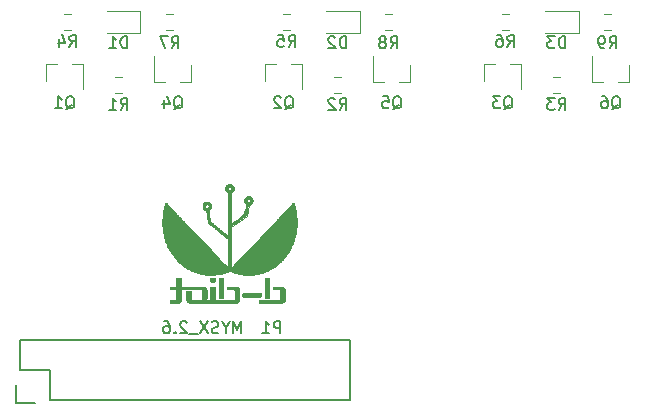
<source format=gbo>
G04 #@! TF.GenerationSoftware,KiCad,Pcbnew,5.1.6-c6e7f7d~87~ubuntu18.04.1*
G04 #@! TF.CreationDate,2020-07-14T22:37:44+02:00*
G04 #@! TF.ProjectId,USB-Exp,5553422d-4578-4702-9e6b-696361645f70,1.0*
G04 #@! TF.SameCoordinates,Original*
G04 #@! TF.FileFunction,Legend,Bot*
G04 #@! TF.FilePolarity,Positive*
%FSLAX46Y46*%
G04 Gerber Fmt 4.6, Leading zero omitted, Abs format (unit mm)*
G04 Created by KiCad (PCBNEW 5.1.6-c6e7f7d~87~ubuntu18.04.1) date 2020-07-14 22:37:44*
%MOMM*%
%LPD*%
G01*
G04 APERTURE LIST*
%ADD10C,0.010000*%
%ADD11C,0.120000*%
%ADD12C,0.150000*%
G04 APERTURE END LIST*
D10*
G36*
X68601638Y-73473787D02*
G01*
X68563542Y-73473840D01*
X68521093Y-73473924D01*
X68473988Y-73474032D01*
X68454270Y-73474078D01*
X68408405Y-73474204D01*
X68365039Y-73474360D01*
X68324399Y-73474543D01*
X68286710Y-73474753D01*
X68252198Y-73474986D01*
X68221089Y-73475240D01*
X68193608Y-73475514D01*
X68169980Y-73475805D01*
X68150432Y-73476111D01*
X68135189Y-73476430D01*
X68124476Y-73476759D01*
X68118519Y-73477098D01*
X68117469Y-73477247D01*
X68103439Y-73483241D01*
X68091160Y-73492819D01*
X68085288Y-73499940D01*
X68083581Y-73502579D01*
X68082246Y-73505244D01*
X68081247Y-73508551D01*
X68080543Y-73513116D01*
X68080096Y-73519554D01*
X68079868Y-73528480D01*
X68079818Y-73540510D01*
X68079908Y-73556260D01*
X68080099Y-73576345D01*
X68080148Y-73581160D01*
X68080399Y-73603861D01*
X68080747Y-73622073D01*
X68081356Y-73636383D01*
X68082389Y-73647382D01*
X68084012Y-73655658D01*
X68086389Y-73661801D01*
X68089683Y-73666400D01*
X68094059Y-73670045D01*
X68099681Y-73673324D01*
X68106713Y-73676827D01*
X68106819Y-73676879D01*
X68121194Y-73683912D01*
X68412192Y-73683243D01*
X68458236Y-73683136D01*
X68499477Y-73683045D01*
X68536191Y-73682983D01*
X68568656Y-73682961D01*
X68597147Y-73682992D01*
X68621943Y-73683089D01*
X68643319Y-73683262D01*
X68661553Y-73683525D01*
X68676921Y-73683889D01*
X68689700Y-73684367D01*
X68700166Y-73684970D01*
X68708598Y-73685711D01*
X68715270Y-73686602D01*
X68720461Y-73687655D01*
X68724446Y-73688882D01*
X68727503Y-73690295D01*
X68729909Y-73691907D01*
X68731940Y-73693729D01*
X68733873Y-73695774D01*
X68735372Y-73697405D01*
X68737076Y-73699150D01*
X68738631Y-73700725D01*
X68740043Y-73702356D01*
X68741321Y-73704274D01*
X68742470Y-73706706D01*
X68743497Y-73709882D01*
X68744409Y-73714030D01*
X68745213Y-73719378D01*
X68745915Y-73726156D01*
X68746523Y-73734592D01*
X68747043Y-73744914D01*
X68747482Y-73757352D01*
X68747847Y-73772134D01*
X68748145Y-73789489D01*
X68748382Y-73809645D01*
X68748565Y-73832832D01*
X68748701Y-73859277D01*
X68748797Y-73889209D01*
X68748860Y-73922858D01*
X68748896Y-73960452D01*
X68748912Y-74002219D01*
X68748916Y-74048388D01*
X68748913Y-74099189D01*
X68748910Y-74152760D01*
X68748909Y-74207476D01*
X68748902Y-74257345D01*
X68748887Y-74302597D01*
X68748862Y-74343465D01*
X68748824Y-74380181D01*
X68748772Y-74412975D01*
X68748701Y-74442082D01*
X68748611Y-74467731D01*
X68748499Y-74490155D01*
X68748362Y-74509587D01*
X68748198Y-74526257D01*
X68748004Y-74540398D01*
X68747777Y-74552241D01*
X68747517Y-74562019D01*
X68747219Y-74569963D01*
X68746882Y-74576305D01*
X68746503Y-74581278D01*
X68746080Y-74585112D01*
X68745610Y-74588041D01*
X68745091Y-74590295D01*
X68744520Y-74592106D01*
X68744283Y-74592742D01*
X68737182Y-74605474D01*
X68727005Y-74614302D01*
X68713302Y-74619607D01*
X68712030Y-74619893D01*
X68708896Y-74620180D01*
X68702199Y-74620450D01*
X68691858Y-74620703D01*
X68677794Y-74620939D01*
X68659926Y-74621158D01*
X68638174Y-74621362D01*
X68612457Y-74621549D01*
X68582696Y-74621721D01*
X68548811Y-74621877D01*
X68510720Y-74622018D01*
X68468344Y-74622145D01*
X68421602Y-74622257D01*
X68370415Y-74622354D01*
X68314702Y-74622438D01*
X68254383Y-74622508D01*
X68189377Y-74622564D01*
X68119605Y-74622607D01*
X68044986Y-74622637D01*
X67965440Y-74622654D01*
X67888995Y-74622660D01*
X67078860Y-74622660D01*
X67078805Y-74072115D01*
X67078797Y-74009763D01*
X67078786Y-73952289D01*
X67078771Y-73899490D01*
X67078749Y-73851163D01*
X67078719Y-73807106D01*
X67078679Y-73767116D01*
X67078627Y-73730991D01*
X67078562Y-73698529D01*
X67078482Y-73669526D01*
X67078385Y-73643780D01*
X67078270Y-73621088D01*
X67078135Y-73601249D01*
X67077978Y-73584059D01*
X67077797Y-73569317D01*
X67077592Y-73556818D01*
X67077359Y-73546362D01*
X67077098Y-73537745D01*
X67076807Y-73530764D01*
X67076484Y-73525218D01*
X67076127Y-73520904D01*
X67075734Y-73517619D01*
X67075305Y-73515160D01*
X67074837Y-73513326D01*
X67074328Y-73511913D01*
X67074108Y-73511410D01*
X67067774Y-73501369D01*
X67058630Y-73491513D01*
X67048208Y-73483216D01*
X67038042Y-73477853D01*
X67035976Y-73477199D01*
X67031064Y-73476519D01*
X67021782Y-73475964D01*
X67008023Y-73475535D01*
X66989682Y-73475228D01*
X66966652Y-73475043D01*
X66938826Y-73474978D01*
X66906099Y-73475032D01*
X66881441Y-73475134D01*
X66737230Y-73475850D01*
X66725247Y-73482894D01*
X66716600Y-73489342D01*
X66708224Y-73497733D01*
X66704927Y-73501944D01*
X66696590Y-73513950D01*
X66695938Y-74064186D01*
X66695286Y-74614423D01*
X66473688Y-74616167D01*
X66449650Y-74616331D01*
X66420881Y-74616483D01*
X66387732Y-74616624D01*
X66350551Y-74616752D01*
X66309687Y-74616867D01*
X66265492Y-74616970D01*
X66218313Y-74617058D01*
X66168500Y-74617133D01*
X66116404Y-74617193D01*
X66062373Y-74617238D01*
X66006757Y-74617269D01*
X65949906Y-74617283D01*
X65892168Y-74617282D01*
X65833894Y-74617264D01*
X65775433Y-74617229D01*
X65717134Y-74617177D01*
X65661540Y-74617110D01*
X65070990Y-74616310D01*
X65059982Y-74610434D01*
X65051320Y-74604391D01*
X65045357Y-74596201D01*
X65043637Y-74592654D01*
X65042508Y-74589796D01*
X65041479Y-74586330D01*
X65040542Y-74582011D01*
X65039691Y-74576596D01*
X65038921Y-74569842D01*
X65038225Y-74561505D01*
X65037596Y-74551343D01*
X65037029Y-74539111D01*
X65036517Y-74524566D01*
X65036054Y-74507466D01*
X65035633Y-74487566D01*
X65035248Y-74464623D01*
X65034893Y-74438395D01*
X65034562Y-74408637D01*
X65034248Y-74375106D01*
X65033945Y-74337559D01*
X65033647Y-74295752D01*
X65033347Y-74249443D01*
X65033039Y-74198387D01*
X65032922Y-74178160D01*
X65032658Y-74131512D01*
X65032424Y-74089671D01*
X65032204Y-74052367D01*
X65031983Y-74019326D01*
X65031745Y-73990277D01*
X65031475Y-73964948D01*
X65031157Y-73943066D01*
X65030775Y-73924359D01*
X65030315Y-73908556D01*
X65029760Y-73895384D01*
X65029096Y-73884572D01*
X65028307Y-73875847D01*
X65027377Y-73868937D01*
X65026291Y-73863570D01*
X65025034Y-73859475D01*
X65023589Y-73856378D01*
X65021942Y-73854009D01*
X65020077Y-73852095D01*
X65017978Y-73850363D01*
X65015631Y-73848543D01*
X65014107Y-73847303D01*
X65010373Y-73844280D01*
X65006639Y-73841706D01*
X65002482Y-73839545D01*
X64997481Y-73837762D01*
X64991213Y-73836319D01*
X64983257Y-73835181D01*
X64973190Y-73834312D01*
X64960591Y-73833675D01*
X64945037Y-73833235D01*
X64926106Y-73832956D01*
X64903377Y-73832801D01*
X64876426Y-73832734D01*
X64844833Y-73832720D01*
X64843603Y-73832720D01*
X64812126Y-73832730D01*
X64785301Y-73832787D01*
X64762700Y-73832923D01*
X64743894Y-73833176D01*
X64728457Y-73833579D01*
X64715959Y-73834168D01*
X64705973Y-73834978D01*
X64698071Y-73836044D01*
X64691824Y-73837403D01*
X64686805Y-73839087D01*
X64682586Y-73841134D01*
X64678738Y-73843578D01*
X64674834Y-73846454D01*
X64674633Y-73846607D01*
X64671972Y-73848506D01*
X64669592Y-73850105D01*
X64667476Y-73851683D01*
X64665608Y-73853516D01*
X64663973Y-73855884D01*
X64662554Y-73859063D01*
X64661334Y-73863331D01*
X64660298Y-73868967D01*
X64659429Y-73876247D01*
X64658711Y-73885450D01*
X64658127Y-73896852D01*
X64657663Y-73910733D01*
X64657300Y-73927370D01*
X64657024Y-73947040D01*
X64656817Y-73970021D01*
X64656664Y-73996591D01*
X64656548Y-74027027D01*
X64656454Y-74061608D01*
X64656364Y-74100611D01*
X64656263Y-74144314D01*
X64656220Y-74161650D01*
X64656099Y-74215322D01*
X64656032Y-74264192D01*
X64656029Y-74308538D01*
X64656100Y-74348638D01*
X64656255Y-74384768D01*
X64656505Y-74417208D01*
X64656860Y-74446235D01*
X64657331Y-74472127D01*
X64657927Y-74495160D01*
X64658659Y-74515614D01*
X64659538Y-74533767D01*
X64660573Y-74549894D01*
X64661774Y-74564276D01*
X64663153Y-74577189D01*
X64664718Y-74588910D01*
X64666482Y-74599719D01*
X64668453Y-74609893D01*
X64670643Y-74619708D01*
X64673060Y-74629445D01*
X64673610Y-74631550D01*
X64684722Y-74665480D01*
X64699355Y-74695956D01*
X64717602Y-74723063D01*
X64739559Y-74746884D01*
X64765319Y-74767503D01*
X64794978Y-74785003D01*
X64828629Y-74799470D01*
X64866368Y-74810985D01*
X64879322Y-74814060D01*
X64904627Y-74819144D01*
X64930801Y-74823255D01*
X64958932Y-74826522D01*
X64990110Y-74829076D01*
X65019632Y-74830774D01*
X65026694Y-74830992D01*
X65038684Y-74831204D01*
X65055449Y-74831410D01*
X65076838Y-74831610D01*
X65102697Y-74831803D01*
X65132874Y-74831990D01*
X65167218Y-74832171D01*
X65205575Y-74832345D01*
X65247793Y-74832512D01*
X65293721Y-74832673D01*
X65343205Y-74832826D01*
X65396093Y-74832972D01*
X65452234Y-74833111D01*
X65511474Y-74833243D01*
X65573662Y-74833367D01*
X65638644Y-74833483D01*
X65706269Y-74833591D01*
X65776385Y-74833692D01*
X65848839Y-74833784D01*
X65923478Y-74833868D01*
X66000151Y-74833944D01*
X66078705Y-74834012D01*
X66158987Y-74834071D01*
X66240846Y-74834121D01*
X66324129Y-74834162D01*
X66408683Y-74834194D01*
X66494357Y-74834218D01*
X66580998Y-74834232D01*
X66668454Y-74834236D01*
X66756572Y-74834232D01*
X66845201Y-74834217D01*
X66934186Y-74834193D01*
X67023378Y-74834159D01*
X67112622Y-74834115D01*
X67201767Y-74834061D01*
X67290661Y-74833996D01*
X67379150Y-74833921D01*
X67467083Y-74833836D01*
X67554308Y-74833740D01*
X67640672Y-74833633D01*
X67726022Y-74833516D01*
X67810207Y-74833387D01*
X67893074Y-74833247D01*
X67908170Y-74833220D01*
X67974881Y-74833095D01*
X68040333Y-74832963D01*
X68104341Y-74832824D01*
X68166720Y-74832680D01*
X68227285Y-74832530D01*
X68285849Y-74832376D01*
X68342228Y-74832218D01*
X68396237Y-74832058D01*
X68447689Y-74831895D01*
X68496401Y-74831730D01*
X68542185Y-74831564D01*
X68584857Y-74831398D01*
X68624232Y-74831232D01*
X68660124Y-74831068D01*
X68692348Y-74830905D01*
X68720718Y-74830744D01*
X68745049Y-74830587D01*
X68765156Y-74830433D01*
X68780853Y-74830284D01*
X68791955Y-74830141D01*
X68798276Y-74830003D01*
X68799710Y-74829921D01*
X68806141Y-74828968D01*
X68816260Y-74827619D01*
X68828710Y-74826049D01*
X68842132Y-74824433D01*
X68842890Y-74824344D01*
X68887629Y-74817601D01*
X68928063Y-74808285D01*
X68964334Y-74796283D01*
X68996582Y-74781481D01*
X69024948Y-74763766D01*
X69049573Y-74743023D01*
X69070599Y-74719139D01*
X69088165Y-74692001D01*
X69102413Y-74661494D01*
X69113484Y-74627504D01*
X69119517Y-74601070D01*
X69120722Y-74594599D01*
X69121817Y-74588105D01*
X69122806Y-74581325D01*
X69123695Y-74573997D01*
X69124490Y-74565861D01*
X69125195Y-74556654D01*
X69125816Y-74546116D01*
X69126358Y-74533984D01*
X69126826Y-74519998D01*
X69127226Y-74503896D01*
X69127563Y-74485415D01*
X69127843Y-74464296D01*
X69128070Y-74440276D01*
X69128250Y-74413093D01*
X69128388Y-74382487D01*
X69128490Y-74348196D01*
X69128560Y-74309958D01*
X69128605Y-74267513D01*
X69128629Y-74220597D01*
X69128637Y-74168951D01*
X69128637Y-74150585D01*
X69128631Y-74098245D01*
X69128612Y-74050729D01*
X69128578Y-74007782D01*
X69128526Y-73969149D01*
X69128454Y-73934573D01*
X69128359Y-73903799D01*
X69128239Y-73876572D01*
X69128092Y-73852636D01*
X69127914Y-73831736D01*
X69127704Y-73813615D01*
X69127459Y-73798019D01*
X69127177Y-73784692D01*
X69126855Y-73773378D01*
X69126491Y-73763822D01*
X69126082Y-73755767D01*
X69125626Y-73748960D01*
X69125120Y-73743143D01*
X69124696Y-73739183D01*
X69118853Y-73700978D01*
X69110606Y-73666887D01*
X69099773Y-73636456D01*
X69086171Y-73609229D01*
X69069619Y-73584753D01*
X69056621Y-73569487D01*
X69033238Y-73547819D01*
X69006063Y-73529109D01*
X68974989Y-73513308D01*
X68939904Y-73500364D01*
X68900701Y-73490226D01*
X68878513Y-73486023D01*
X68867807Y-73484228D01*
X68857926Y-73482610D01*
X68848566Y-73481161D01*
X68839422Y-73479872D01*
X68830189Y-73478735D01*
X68820563Y-73477740D01*
X68810239Y-73476880D01*
X68798914Y-73476146D01*
X68786281Y-73475529D01*
X68772038Y-73475021D01*
X68755879Y-73474613D01*
X68737499Y-73474297D01*
X68716595Y-73474063D01*
X68692861Y-73473904D01*
X68665993Y-73473811D01*
X68635687Y-73473775D01*
X68601638Y-73473787D01*
G37*
X68601638Y-73473787D02*
X68563542Y-73473840D01*
X68521093Y-73473924D01*
X68473988Y-73474032D01*
X68454270Y-73474078D01*
X68408405Y-73474204D01*
X68365039Y-73474360D01*
X68324399Y-73474543D01*
X68286710Y-73474753D01*
X68252198Y-73474986D01*
X68221089Y-73475240D01*
X68193608Y-73475514D01*
X68169980Y-73475805D01*
X68150432Y-73476111D01*
X68135189Y-73476430D01*
X68124476Y-73476759D01*
X68118519Y-73477098D01*
X68117469Y-73477247D01*
X68103439Y-73483241D01*
X68091160Y-73492819D01*
X68085288Y-73499940D01*
X68083581Y-73502579D01*
X68082246Y-73505244D01*
X68081247Y-73508551D01*
X68080543Y-73513116D01*
X68080096Y-73519554D01*
X68079868Y-73528480D01*
X68079818Y-73540510D01*
X68079908Y-73556260D01*
X68080099Y-73576345D01*
X68080148Y-73581160D01*
X68080399Y-73603861D01*
X68080747Y-73622073D01*
X68081356Y-73636383D01*
X68082389Y-73647382D01*
X68084012Y-73655658D01*
X68086389Y-73661801D01*
X68089683Y-73666400D01*
X68094059Y-73670045D01*
X68099681Y-73673324D01*
X68106713Y-73676827D01*
X68106819Y-73676879D01*
X68121194Y-73683912D01*
X68412192Y-73683243D01*
X68458236Y-73683136D01*
X68499477Y-73683045D01*
X68536191Y-73682983D01*
X68568656Y-73682961D01*
X68597147Y-73682992D01*
X68621943Y-73683089D01*
X68643319Y-73683262D01*
X68661553Y-73683525D01*
X68676921Y-73683889D01*
X68689700Y-73684367D01*
X68700166Y-73684970D01*
X68708598Y-73685711D01*
X68715270Y-73686602D01*
X68720461Y-73687655D01*
X68724446Y-73688882D01*
X68727503Y-73690295D01*
X68729909Y-73691907D01*
X68731940Y-73693729D01*
X68733873Y-73695774D01*
X68735372Y-73697405D01*
X68737076Y-73699150D01*
X68738631Y-73700725D01*
X68740043Y-73702356D01*
X68741321Y-73704274D01*
X68742470Y-73706706D01*
X68743497Y-73709882D01*
X68744409Y-73714030D01*
X68745213Y-73719378D01*
X68745915Y-73726156D01*
X68746523Y-73734592D01*
X68747043Y-73744914D01*
X68747482Y-73757352D01*
X68747847Y-73772134D01*
X68748145Y-73789489D01*
X68748382Y-73809645D01*
X68748565Y-73832832D01*
X68748701Y-73859277D01*
X68748797Y-73889209D01*
X68748860Y-73922858D01*
X68748896Y-73960452D01*
X68748912Y-74002219D01*
X68748916Y-74048388D01*
X68748913Y-74099189D01*
X68748910Y-74152760D01*
X68748909Y-74207476D01*
X68748902Y-74257345D01*
X68748887Y-74302597D01*
X68748862Y-74343465D01*
X68748824Y-74380181D01*
X68748772Y-74412975D01*
X68748701Y-74442082D01*
X68748611Y-74467731D01*
X68748499Y-74490155D01*
X68748362Y-74509587D01*
X68748198Y-74526257D01*
X68748004Y-74540398D01*
X68747777Y-74552241D01*
X68747517Y-74562019D01*
X68747219Y-74569963D01*
X68746882Y-74576305D01*
X68746503Y-74581278D01*
X68746080Y-74585112D01*
X68745610Y-74588041D01*
X68745091Y-74590295D01*
X68744520Y-74592106D01*
X68744283Y-74592742D01*
X68737182Y-74605474D01*
X68727005Y-74614302D01*
X68713302Y-74619607D01*
X68712030Y-74619893D01*
X68708896Y-74620180D01*
X68702199Y-74620450D01*
X68691858Y-74620703D01*
X68677794Y-74620939D01*
X68659926Y-74621158D01*
X68638174Y-74621362D01*
X68612457Y-74621549D01*
X68582696Y-74621721D01*
X68548811Y-74621877D01*
X68510720Y-74622018D01*
X68468344Y-74622145D01*
X68421602Y-74622257D01*
X68370415Y-74622354D01*
X68314702Y-74622438D01*
X68254383Y-74622508D01*
X68189377Y-74622564D01*
X68119605Y-74622607D01*
X68044986Y-74622637D01*
X67965440Y-74622654D01*
X67888995Y-74622660D01*
X67078860Y-74622660D01*
X67078805Y-74072115D01*
X67078797Y-74009763D01*
X67078786Y-73952289D01*
X67078771Y-73899490D01*
X67078749Y-73851163D01*
X67078719Y-73807106D01*
X67078679Y-73767116D01*
X67078627Y-73730991D01*
X67078562Y-73698529D01*
X67078482Y-73669526D01*
X67078385Y-73643780D01*
X67078270Y-73621088D01*
X67078135Y-73601249D01*
X67077978Y-73584059D01*
X67077797Y-73569317D01*
X67077592Y-73556818D01*
X67077359Y-73546362D01*
X67077098Y-73537745D01*
X67076807Y-73530764D01*
X67076484Y-73525218D01*
X67076127Y-73520904D01*
X67075734Y-73517619D01*
X67075305Y-73515160D01*
X67074837Y-73513326D01*
X67074328Y-73511913D01*
X67074108Y-73511410D01*
X67067774Y-73501369D01*
X67058630Y-73491513D01*
X67048208Y-73483216D01*
X67038042Y-73477853D01*
X67035976Y-73477199D01*
X67031064Y-73476519D01*
X67021782Y-73475964D01*
X67008023Y-73475535D01*
X66989682Y-73475228D01*
X66966652Y-73475043D01*
X66938826Y-73474978D01*
X66906099Y-73475032D01*
X66881441Y-73475134D01*
X66737230Y-73475850D01*
X66725247Y-73482894D01*
X66716600Y-73489342D01*
X66708224Y-73497733D01*
X66704927Y-73501944D01*
X66696590Y-73513950D01*
X66695938Y-74064186D01*
X66695286Y-74614423D01*
X66473688Y-74616167D01*
X66449650Y-74616331D01*
X66420881Y-74616483D01*
X66387732Y-74616624D01*
X66350551Y-74616752D01*
X66309687Y-74616867D01*
X66265492Y-74616970D01*
X66218313Y-74617058D01*
X66168500Y-74617133D01*
X66116404Y-74617193D01*
X66062373Y-74617238D01*
X66006757Y-74617269D01*
X65949906Y-74617283D01*
X65892168Y-74617282D01*
X65833894Y-74617264D01*
X65775433Y-74617229D01*
X65717134Y-74617177D01*
X65661540Y-74617110D01*
X65070990Y-74616310D01*
X65059982Y-74610434D01*
X65051320Y-74604391D01*
X65045357Y-74596201D01*
X65043637Y-74592654D01*
X65042508Y-74589796D01*
X65041479Y-74586330D01*
X65040542Y-74582011D01*
X65039691Y-74576596D01*
X65038921Y-74569842D01*
X65038225Y-74561505D01*
X65037596Y-74551343D01*
X65037029Y-74539111D01*
X65036517Y-74524566D01*
X65036054Y-74507466D01*
X65035633Y-74487566D01*
X65035248Y-74464623D01*
X65034893Y-74438395D01*
X65034562Y-74408637D01*
X65034248Y-74375106D01*
X65033945Y-74337559D01*
X65033647Y-74295752D01*
X65033347Y-74249443D01*
X65033039Y-74198387D01*
X65032922Y-74178160D01*
X65032658Y-74131512D01*
X65032424Y-74089671D01*
X65032204Y-74052367D01*
X65031983Y-74019326D01*
X65031745Y-73990277D01*
X65031475Y-73964948D01*
X65031157Y-73943066D01*
X65030775Y-73924359D01*
X65030315Y-73908556D01*
X65029760Y-73895384D01*
X65029096Y-73884572D01*
X65028307Y-73875847D01*
X65027377Y-73868937D01*
X65026291Y-73863570D01*
X65025034Y-73859475D01*
X65023589Y-73856378D01*
X65021942Y-73854009D01*
X65020077Y-73852095D01*
X65017978Y-73850363D01*
X65015631Y-73848543D01*
X65014107Y-73847303D01*
X65010373Y-73844280D01*
X65006639Y-73841706D01*
X65002482Y-73839545D01*
X64997481Y-73837762D01*
X64991213Y-73836319D01*
X64983257Y-73835181D01*
X64973190Y-73834312D01*
X64960591Y-73833675D01*
X64945037Y-73833235D01*
X64926106Y-73832956D01*
X64903377Y-73832801D01*
X64876426Y-73832734D01*
X64844833Y-73832720D01*
X64843603Y-73832720D01*
X64812126Y-73832730D01*
X64785301Y-73832787D01*
X64762700Y-73832923D01*
X64743894Y-73833176D01*
X64728457Y-73833579D01*
X64715959Y-73834168D01*
X64705973Y-73834978D01*
X64698071Y-73836044D01*
X64691824Y-73837403D01*
X64686805Y-73839087D01*
X64682586Y-73841134D01*
X64678738Y-73843578D01*
X64674834Y-73846454D01*
X64674633Y-73846607D01*
X64671972Y-73848506D01*
X64669592Y-73850105D01*
X64667476Y-73851683D01*
X64665608Y-73853516D01*
X64663973Y-73855884D01*
X64662554Y-73859063D01*
X64661334Y-73863331D01*
X64660298Y-73868967D01*
X64659429Y-73876247D01*
X64658711Y-73885450D01*
X64658127Y-73896852D01*
X64657663Y-73910733D01*
X64657300Y-73927370D01*
X64657024Y-73947040D01*
X64656817Y-73970021D01*
X64656664Y-73996591D01*
X64656548Y-74027027D01*
X64656454Y-74061608D01*
X64656364Y-74100611D01*
X64656263Y-74144314D01*
X64656220Y-74161650D01*
X64656099Y-74215322D01*
X64656032Y-74264192D01*
X64656029Y-74308538D01*
X64656100Y-74348638D01*
X64656255Y-74384768D01*
X64656505Y-74417208D01*
X64656860Y-74446235D01*
X64657331Y-74472127D01*
X64657927Y-74495160D01*
X64658659Y-74515614D01*
X64659538Y-74533767D01*
X64660573Y-74549894D01*
X64661774Y-74564276D01*
X64663153Y-74577189D01*
X64664718Y-74588910D01*
X64666482Y-74599719D01*
X64668453Y-74609893D01*
X64670643Y-74619708D01*
X64673060Y-74629445D01*
X64673610Y-74631550D01*
X64684722Y-74665480D01*
X64699355Y-74695956D01*
X64717602Y-74723063D01*
X64739559Y-74746884D01*
X64765319Y-74767503D01*
X64794978Y-74785003D01*
X64828629Y-74799470D01*
X64866368Y-74810985D01*
X64879322Y-74814060D01*
X64904627Y-74819144D01*
X64930801Y-74823255D01*
X64958932Y-74826522D01*
X64990110Y-74829076D01*
X65019632Y-74830774D01*
X65026694Y-74830992D01*
X65038684Y-74831204D01*
X65055449Y-74831410D01*
X65076838Y-74831610D01*
X65102697Y-74831803D01*
X65132874Y-74831990D01*
X65167218Y-74832171D01*
X65205575Y-74832345D01*
X65247793Y-74832512D01*
X65293721Y-74832673D01*
X65343205Y-74832826D01*
X65396093Y-74832972D01*
X65452234Y-74833111D01*
X65511474Y-74833243D01*
X65573662Y-74833367D01*
X65638644Y-74833483D01*
X65706269Y-74833591D01*
X65776385Y-74833692D01*
X65848839Y-74833784D01*
X65923478Y-74833868D01*
X66000151Y-74833944D01*
X66078705Y-74834012D01*
X66158987Y-74834071D01*
X66240846Y-74834121D01*
X66324129Y-74834162D01*
X66408683Y-74834194D01*
X66494357Y-74834218D01*
X66580998Y-74834232D01*
X66668454Y-74834236D01*
X66756572Y-74834232D01*
X66845201Y-74834217D01*
X66934186Y-74834193D01*
X67023378Y-74834159D01*
X67112622Y-74834115D01*
X67201767Y-74834061D01*
X67290661Y-74833996D01*
X67379150Y-74833921D01*
X67467083Y-74833836D01*
X67554308Y-74833740D01*
X67640672Y-74833633D01*
X67726022Y-74833516D01*
X67810207Y-74833387D01*
X67893074Y-74833247D01*
X67908170Y-74833220D01*
X67974881Y-74833095D01*
X68040333Y-74832963D01*
X68104341Y-74832824D01*
X68166720Y-74832680D01*
X68227285Y-74832530D01*
X68285849Y-74832376D01*
X68342228Y-74832218D01*
X68396237Y-74832058D01*
X68447689Y-74831895D01*
X68496401Y-74831730D01*
X68542185Y-74831564D01*
X68584857Y-74831398D01*
X68624232Y-74831232D01*
X68660124Y-74831068D01*
X68692348Y-74830905D01*
X68720718Y-74830744D01*
X68745049Y-74830587D01*
X68765156Y-74830433D01*
X68780853Y-74830284D01*
X68791955Y-74830141D01*
X68798276Y-74830003D01*
X68799710Y-74829921D01*
X68806141Y-74828968D01*
X68816260Y-74827619D01*
X68828710Y-74826049D01*
X68842132Y-74824433D01*
X68842890Y-74824344D01*
X68887629Y-74817601D01*
X68928063Y-74808285D01*
X68964334Y-74796283D01*
X68996582Y-74781481D01*
X69024948Y-74763766D01*
X69049573Y-74743023D01*
X69070599Y-74719139D01*
X69088165Y-74692001D01*
X69102413Y-74661494D01*
X69113484Y-74627504D01*
X69119517Y-74601070D01*
X69120722Y-74594599D01*
X69121817Y-74588105D01*
X69122806Y-74581325D01*
X69123695Y-74573997D01*
X69124490Y-74565861D01*
X69125195Y-74556654D01*
X69125816Y-74546116D01*
X69126358Y-74533984D01*
X69126826Y-74519998D01*
X69127226Y-74503896D01*
X69127563Y-74485415D01*
X69127843Y-74464296D01*
X69128070Y-74440276D01*
X69128250Y-74413093D01*
X69128388Y-74382487D01*
X69128490Y-74348196D01*
X69128560Y-74309958D01*
X69128605Y-74267513D01*
X69128629Y-74220597D01*
X69128637Y-74168951D01*
X69128637Y-74150585D01*
X69128631Y-74098245D01*
X69128612Y-74050729D01*
X69128578Y-74007782D01*
X69128526Y-73969149D01*
X69128454Y-73934573D01*
X69128359Y-73903799D01*
X69128239Y-73876572D01*
X69128092Y-73852636D01*
X69127914Y-73831736D01*
X69127704Y-73813615D01*
X69127459Y-73798019D01*
X69127177Y-73784692D01*
X69126855Y-73773378D01*
X69126491Y-73763822D01*
X69126082Y-73755767D01*
X69125626Y-73748960D01*
X69125120Y-73743143D01*
X69124696Y-73739183D01*
X69118853Y-73700978D01*
X69110606Y-73666887D01*
X69099773Y-73636456D01*
X69086171Y-73609229D01*
X69069619Y-73584753D01*
X69056621Y-73569487D01*
X69033238Y-73547819D01*
X69006063Y-73529109D01*
X68974989Y-73513308D01*
X68939904Y-73500364D01*
X68900701Y-73490226D01*
X68878513Y-73486023D01*
X68867807Y-73484228D01*
X68857926Y-73482610D01*
X68848566Y-73481161D01*
X68839422Y-73479872D01*
X68830189Y-73478735D01*
X68820563Y-73477740D01*
X68810239Y-73476880D01*
X68798914Y-73476146D01*
X68786281Y-73475529D01*
X68772038Y-73475021D01*
X68755879Y-73474613D01*
X68737499Y-73474297D01*
X68716595Y-73474063D01*
X68692861Y-73473904D01*
X68665993Y-73473811D01*
X68635687Y-73473775D01*
X68601638Y-73473787D01*
G36*
X72500301Y-73472488D02*
G01*
X72465209Y-73472571D01*
X72425887Y-73472736D01*
X72382106Y-73472981D01*
X72333641Y-73473305D01*
X72294750Y-73473596D01*
X72000110Y-73475881D01*
X71989635Y-73481469D01*
X71978746Y-73489006D01*
X71969882Y-73498414D01*
X71964383Y-73508226D01*
X71963915Y-73509700D01*
X71963399Y-73514024D01*
X71962936Y-73522667D01*
X71962546Y-73534870D01*
X71962249Y-73549872D01*
X71962064Y-73566915D01*
X71962010Y-73582719D01*
X71962010Y-73648948D01*
X71969007Y-73659517D01*
X71978781Y-73670080D01*
X71989327Y-73676924D01*
X72002650Y-73683762D01*
X72294750Y-73683171D01*
X72340981Y-73683075D01*
X72382407Y-73682994D01*
X72419303Y-73682940D01*
X72451943Y-73682926D01*
X72480603Y-73682965D01*
X72505557Y-73683069D01*
X72527080Y-73683250D01*
X72545447Y-73683522D01*
X72560934Y-73683896D01*
X72573814Y-73684387D01*
X72584363Y-73685005D01*
X72592856Y-73685764D01*
X72599567Y-73686677D01*
X72604772Y-73687756D01*
X72608745Y-73689013D01*
X72611761Y-73690462D01*
X72614095Y-73692114D01*
X72616021Y-73693983D01*
X72617816Y-73696081D01*
X72619462Y-73698077D01*
X72621114Y-73699963D01*
X72622622Y-73701669D01*
X72623992Y-73703424D01*
X72625231Y-73705458D01*
X72626344Y-73708001D01*
X72627339Y-73711283D01*
X72628223Y-73715532D01*
X72629001Y-73720980D01*
X72629681Y-73727854D01*
X72630269Y-73736387D01*
X72630772Y-73746805D01*
X72631196Y-73759341D01*
X72631549Y-73774223D01*
X72631836Y-73791680D01*
X72632064Y-73811944D01*
X72632240Y-73835242D01*
X72632371Y-73861806D01*
X72632463Y-73891864D01*
X72632523Y-73925647D01*
X72632557Y-73963384D01*
X72632572Y-74005305D01*
X72632575Y-74051639D01*
X72632572Y-74102617D01*
X72632570Y-74152760D01*
X72632569Y-74207476D01*
X72632562Y-74257345D01*
X72632547Y-74302597D01*
X72632522Y-74343465D01*
X72632484Y-74380181D01*
X72632432Y-74412975D01*
X72632361Y-74442082D01*
X72632271Y-74467731D01*
X72632159Y-74490155D01*
X72632022Y-74509587D01*
X72631858Y-74526257D01*
X72631664Y-74540398D01*
X72631437Y-74552241D01*
X72631177Y-74562019D01*
X72630879Y-74569963D01*
X72630542Y-74576305D01*
X72630163Y-74581278D01*
X72629740Y-74585112D01*
X72629270Y-74588041D01*
X72628751Y-74590295D01*
X72628180Y-74592106D01*
X72627943Y-74592742D01*
X72620842Y-74605474D01*
X72610665Y-74614302D01*
X72596962Y-74619607D01*
X72595690Y-74619893D01*
X72592601Y-74620172D01*
X72585966Y-74620436D01*
X72575704Y-74620683D01*
X72561738Y-74620914D01*
X72543989Y-74621130D01*
X72522378Y-74621330D01*
X72496827Y-74621515D01*
X72467256Y-74621686D01*
X72433588Y-74621842D01*
X72395743Y-74621984D01*
X72353643Y-74622111D01*
X72307209Y-74622225D01*
X72256363Y-74622326D01*
X72201026Y-74622413D01*
X72141119Y-74622487D01*
X72076563Y-74622549D01*
X72007281Y-74622598D01*
X71933193Y-74622634D01*
X71854220Y-74622659D01*
X71770285Y-74622672D01*
X71727570Y-74622674D01*
X71641820Y-74622683D01*
X71560260Y-74622706D01*
X71482942Y-74622744D01*
X71409915Y-74622797D01*
X71341229Y-74622864D01*
X71276934Y-74622945D01*
X71217079Y-74623040D01*
X71161714Y-74623149D01*
X71110890Y-74623272D01*
X71064654Y-74623408D01*
X71023059Y-74623557D01*
X70986153Y-74623720D01*
X70953986Y-74623897D01*
X70926607Y-74624086D01*
X70904068Y-74624288D01*
X70886417Y-74624502D01*
X70873704Y-74624729D01*
X70865979Y-74624969D01*
X70863373Y-74625182D01*
X70850225Y-74630483D01*
X70838343Y-74638279D01*
X70829157Y-74647495D01*
X70825278Y-74653806D01*
X70823749Y-74657594D01*
X70822573Y-74661842D01*
X70821703Y-74667243D01*
X70821092Y-74674488D01*
X70820696Y-74684270D01*
X70820468Y-74697282D01*
X70820362Y-74714215D01*
X70820336Y-74728166D01*
X70820338Y-74747866D01*
X70820418Y-74763183D01*
X70820629Y-74774814D01*
X70821023Y-74783455D01*
X70821652Y-74789805D01*
X70822570Y-74794559D01*
X70823830Y-74798415D01*
X70825483Y-74802069D01*
X70825995Y-74803096D01*
X70833269Y-74812910D01*
X70843992Y-74821751D01*
X70856537Y-74828504D01*
X70867859Y-74831842D01*
X70871284Y-74831989D01*
X70879565Y-74832127D01*
X70892480Y-74832255D01*
X70909803Y-74832374D01*
X70931312Y-74832484D01*
X70956784Y-74832584D01*
X70985994Y-74832675D01*
X71018720Y-74832758D01*
X71054737Y-74832831D01*
X71093822Y-74832896D01*
X71135752Y-74832953D01*
X71180302Y-74833001D01*
X71227250Y-74833041D01*
X71276372Y-74833073D01*
X71327445Y-74833097D01*
X71380244Y-74833113D01*
X71434547Y-74833121D01*
X71490129Y-74833122D01*
X71546767Y-74833115D01*
X71604238Y-74833101D01*
X71662318Y-74833080D01*
X71720784Y-74833052D01*
X71779412Y-74833018D01*
X71837978Y-74832976D01*
X71896259Y-74832928D01*
X71954031Y-74832873D01*
X72011072Y-74832812D01*
X72067156Y-74832744D01*
X72122061Y-74832671D01*
X72175564Y-74832592D01*
X72227440Y-74832506D01*
X72277466Y-74832416D01*
X72325419Y-74832319D01*
X72371074Y-74832217D01*
X72414210Y-74832110D01*
X72454601Y-74831998D01*
X72492024Y-74831881D01*
X72526256Y-74831759D01*
X72557074Y-74831632D01*
X72584253Y-74831500D01*
X72607571Y-74831365D01*
X72626803Y-74831224D01*
X72641726Y-74831080D01*
X72652117Y-74830931D01*
X72657752Y-74830779D01*
X72657970Y-74830768D01*
X72707461Y-74826913D01*
X72752468Y-74820982D01*
X72793178Y-74812898D01*
X72829778Y-74802588D01*
X72862453Y-74789976D01*
X72891389Y-74774986D01*
X72916773Y-74757543D01*
X72938791Y-74737572D01*
X72957628Y-74714998D01*
X72962756Y-74707603D01*
X72975834Y-74685031D01*
X72986875Y-74659601D01*
X72996088Y-74630716D01*
X73003681Y-74597776D01*
X73006466Y-74582415D01*
X73007068Y-74578611D01*
X73007615Y-74574508D01*
X73008109Y-74569859D01*
X73008553Y-74564414D01*
X73008951Y-74557926D01*
X73009303Y-74550147D01*
X73009614Y-74540829D01*
X73009885Y-74529724D01*
X73010120Y-74516584D01*
X73010320Y-74501161D01*
X73010490Y-74483207D01*
X73010630Y-74462474D01*
X73010744Y-74438713D01*
X73010835Y-74411678D01*
X73010904Y-74381120D01*
X73010956Y-74346791D01*
X73010991Y-74308443D01*
X73011014Y-74265827D01*
X73011026Y-74218697D01*
X73011030Y-74166804D01*
X73011030Y-73747630D01*
X73005104Y-73714826D01*
X72997226Y-73678741D01*
X72987302Y-73646904D01*
X72975094Y-73618821D01*
X72960368Y-73593994D01*
X72942886Y-73571927D01*
X72931737Y-73560524D01*
X72911205Y-73543153D01*
X72888241Y-73527932D01*
X72862527Y-73514767D01*
X72833746Y-73503561D01*
X72801583Y-73494218D01*
X72765721Y-73486642D01*
X72725842Y-73480738D01*
X72681629Y-73476410D01*
X72646540Y-73474195D01*
X72634711Y-73473703D01*
X72620238Y-73473294D01*
X72602897Y-73472968D01*
X72582460Y-73472725D01*
X72558699Y-73472564D01*
X72531389Y-73472485D01*
X72500301Y-73472488D01*
G37*
X72500301Y-73472488D02*
X72465209Y-73472571D01*
X72425887Y-73472736D01*
X72382106Y-73472981D01*
X72333641Y-73473305D01*
X72294750Y-73473596D01*
X72000110Y-73475881D01*
X71989635Y-73481469D01*
X71978746Y-73489006D01*
X71969882Y-73498414D01*
X71964383Y-73508226D01*
X71963915Y-73509700D01*
X71963399Y-73514024D01*
X71962936Y-73522667D01*
X71962546Y-73534870D01*
X71962249Y-73549872D01*
X71962064Y-73566915D01*
X71962010Y-73582719D01*
X71962010Y-73648948D01*
X71969007Y-73659517D01*
X71978781Y-73670080D01*
X71989327Y-73676924D01*
X72002650Y-73683762D01*
X72294750Y-73683171D01*
X72340981Y-73683075D01*
X72382407Y-73682994D01*
X72419303Y-73682940D01*
X72451943Y-73682926D01*
X72480603Y-73682965D01*
X72505557Y-73683069D01*
X72527080Y-73683250D01*
X72545447Y-73683522D01*
X72560934Y-73683896D01*
X72573814Y-73684387D01*
X72584363Y-73685005D01*
X72592856Y-73685764D01*
X72599567Y-73686677D01*
X72604772Y-73687756D01*
X72608745Y-73689013D01*
X72611761Y-73690462D01*
X72614095Y-73692114D01*
X72616021Y-73693983D01*
X72617816Y-73696081D01*
X72619462Y-73698077D01*
X72621114Y-73699963D01*
X72622622Y-73701669D01*
X72623992Y-73703424D01*
X72625231Y-73705458D01*
X72626344Y-73708001D01*
X72627339Y-73711283D01*
X72628223Y-73715532D01*
X72629001Y-73720980D01*
X72629681Y-73727854D01*
X72630269Y-73736387D01*
X72630772Y-73746805D01*
X72631196Y-73759341D01*
X72631549Y-73774223D01*
X72631836Y-73791680D01*
X72632064Y-73811944D01*
X72632240Y-73835242D01*
X72632371Y-73861806D01*
X72632463Y-73891864D01*
X72632523Y-73925647D01*
X72632557Y-73963384D01*
X72632572Y-74005305D01*
X72632575Y-74051639D01*
X72632572Y-74102617D01*
X72632570Y-74152760D01*
X72632569Y-74207476D01*
X72632562Y-74257345D01*
X72632547Y-74302597D01*
X72632522Y-74343465D01*
X72632484Y-74380181D01*
X72632432Y-74412975D01*
X72632361Y-74442082D01*
X72632271Y-74467731D01*
X72632159Y-74490155D01*
X72632022Y-74509587D01*
X72631858Y-74526257D01*
X72631664Y-74540398D01*
X72631437Y-74552241D01*
X72631177Y-74562019D01*
X72630879Y-74569963D01*
X72630542Y-74576305D01*
X72630163Y-74581278D01*
X72629740Y-74585112D01*
X72629270Y-74588041D01*
X72628751Y-74590295D01*
X72628180Y-74592106D01*
X72627943Y-74592742D01*
X72620842Y-74605474D01*
X72610665Y-74614302D01*
X72596962Y-74619607D01*
X72595690Y-74619893D01*
X72592601Y-74620172D01*
X72585966Y-74620436D01*
X72575704Y-74620683D01*
X72561738Y-74620914D01*
X72543989Y-74621130D01*
X72522378Y-74621330D01*
X72496827Y-74621515D01*
X72467256Y-74621686D01*
X72433588Y-74621842D01*
X72395743Y-74621984D01*
X72353643Y-74622111D01*
X72307209Y-74622225D01*
X72256363Y-74622326D01*
X72201026Y-74622413D01*
X72141119Y-74622487D01*
X72076563Y-74622549D01*
X72007281Y-74622598D01*
X71933193Y-74622634D01*
X71854220Y-74622659D01*
X71770285Y-74622672D01*
X71727570Y-74622674D01*
X71641820Y-74622683D01*
X71560260Y-74622706D01*
X71482942Y-74622744D01*
X71409915Y-74622797D01*
X71341229Y-74622864D01*
X71276934Y-74622945D01*
X71217079Y-74623040D01*
X71161714Y-74623149D01*
X71110890Y-74623272D01*
X71064654Y-74623408D01*
X71023059Y-74623557D01*
X70986153Y-74623720D01*
X70953986Y-74623897D01*
X70926607Y-74624086D01*
X70904068Y-74624288D01*
X70886417Y-74624502D01*
X70873704Y-74624729D01*
X70865979Y-74624969D01*
X70863373Y-74625182D01*
X70850225Y-74630483D01*
X70838343Y-74638279D01*
X70829157Y-74647495D01*
X70825278Y-74653806D01*
X70823749Y-74657594D01*
X70822573Y-74661842D01*
X70821703Y-74667243D01*
X70821092Y-74674488D01*
X70820696Y-74684270D01*
X70820468Y-74697282D01*
X70820362Y-74714215D01*
X70820336Y-74728166D01*
X70820338Y-74747866D01*
X70820418Y-74763183D01*
X70820629Y-74774814D01*
X70821023Y-74783455D01*
X70821652Y-74789805D01*
X70822570Y-74794559D01*
X70823830Y-74798415D01*
X70825483Y-74802069D01*
X70825995Y-74803096D01*
X70833269Y-74812910D01*
X70843992Y-74821751D01*
X70856537Y-74828504D01*
X70867859Y-74831842D01*
X70871284Y-74831989D01*
X70879565Y-74832127D01*
X70892480Y-74832255D01*
X70909803Y-74832374D01*
X70931312Y-74832484D01*
X70956784Y-74832584D01*
X70985994Y-74832675D01*
X71018720Y-74832758D01*
X71054737Y-74832831D01*
X71093822Y-74832896D01*
X71135752Y-74832953D01*
X71180302Y-74833001D01*
X71227250Y-74833041D01*
X71276372Y-74833073D01*
X71327445Y-74833097D01*
X71380244Y-74833113D01*
X71434547Y-74833121D01*
X71490129Y-74833122D01*
X71546767Y-74833115D01*
X71604238Y-74833101D01*
X71662318Y-74833080D01*
X71720784Y-74833052D01*
X71779412Y-74833018D01*
X71837978Y-74832976D01*
X71896259Y-74832928D01*
X71954031Y-74832873D01*
X72011072Y-74832812D01*
X72067156Y-74832744D01*
X72122061Y-74832671D01*
X72175564Y-74832592D01*
X72227440Y-74832506D01*
X72277466Y-74832416D01*
X72325419Y-74832319D01*
X72371074Y-74832217D01*
X72414210Y-74832110D01*
X72454601Y-74831998D01*
X72492024Y-74831881D01*
X72526256Y-74831759D01*
X72557074Y-74831632D01*
X72584253Y-74831500D01*
X72607571Y-74831365D01*
X72626803Y-74831224D01*
X72641726Y-74831080D01*
X72652117Y-74830931D01*
X72657752Y-74830779D01*
X72657970Y-74830768D01*
X72707461Y-74826913D01*
X72752468Y-74820982D01*
X72793178Y-74812898D01*
X72829778Y-74802588D01*
X72862453Y-74789976D01*
X72891389Y-74774986D01*
X72916773Y-74757543D01*
X72938791Y-74737572D01*
X72957628Y-74714998D01*
X72962756Y-74707603D01*
X72975834Y-74685031D01*
X72986875Y-74659601D01*
X72996088Y-74630716D01*
X73003681Y-74597776D01*
X73006466Y-74582415D01*
X73007068Y-74578611D01*
X73007615Y-74574508D01*
X73008109Y-74569859D01*
X73008553Y-74564414D01*
X73008951Y-74557926D01*
X73009303Y-74550147D01*
X73009614Y-74540829D01*
X73009885Y-74529724D01*
X73010120Y-74516584D01*
X73010320Y-74501161D01*
X73010490Y-74483207D01*
X73010630Y-74462474D01*
X73010744Y-74438713D01*
X73010835Y-74411678D01*
X73010904Y-74381120D01*
X73010956Y-74346791D01*
X73010991Y-74308443D01*
X73011014Y-74265827D01*
X73011026Y-74218697D01*
X73011030Y-74166804D01*
X73011030Y-73747630D01*
X73005104Y-73714826D01*
X72997226Y-73678741D01*
X72987302Y-73646904D01*
X72975094Y-73618821D01*
X72960368Y-73593994D01*
X72942886Y-73571927D01*
X72931737Y-73560524D01*
X72911205Y-73543153D01*
X72888241Y-73527932D01*
X72862527Y-73514767D01*
X72833746Y-73503561D01*
X72801583Y-73494218D01*
X72765721Y-73486642D01*
X72725842Y-73480738D01*
X72681629Y-73476410D01*
X72646540Y-73474195D01*
X72634711Y-73473703D01*
X72620238Y-73473294D01*
X72602897Y-73472968D01*
X72582460Y-73472725D01*
X72558699Y-73472564D01*
X72531389Y-73472485D01*
X72500301Y-73472488D01*
G36*
X63893326Y-72740959D02*
G01*
X63876740Y-72741272D01*
X63863177Y-72741800D01*
X63852227Y-72742581D01*
X63843477Y-72743655D01*
X63836517Y-72745060D01*
X63830935Y-72746835D01*
X63826320Y-72749019D01*
X63822261Y-72751651D01*
X63818346Y-72754769D01*
X63814164Y-72758413D01*
X63814104Y-72758466D01*
X63802260Y-72768891D01*
X63802260Y-73472040D01*
X63557005Y-73472040D01*
X63510547Y-73472063D01*
X63469054Y-73472135D01*
X63432409Y-73472257D01*
X63400498Y-73472429D01*
X63373205Y-73472654D01*
X63350416Y-73472932D01*
X63332014Y-73473264D01*
X63317884Y-73473652D01*
X63307910Y-73474098D01*
X63301979Y-73474602D01*
X63300614Y-73474844D01*
X63289924Y-73479298D01*
X63279239Y-73486645D01*
X63270231Y-73495520D01*
X63264720Y-73504189D01*
X63263532Y-73509686D01*
X63262570Y-73519370D01*
X63261833Y-73532367D01*
X63261320Y-73547799D01*
X63261032Y-73564793D01*
X63260969Y-73582472D01*
X63261131Y-73599961D01*
X63261517Y-73616384D01*
X63262127Y-73630867D01*
X63262962Y-73642533D01*
X63264021Y-73650508D01*
X63264738Y-73653096D01*
X63271946Y-73664197D01*
X63282972Y-73673899D01*
X63292990Y-73679550D01*
X63294894Y-73680306D01*
X63297256Y-73680976D01*
X63300383Y-73681567D01*
X63304579Y-73682084D01*
X63310153Y-73682534D01*
X63317409Y-73682923D01*
X63326654Y-73683258D01*
X63338194Y-73683543D01*
X63352336Y-73683787D01*
X63369385Y-73683994D01*
X63389648Y-73684171D01*
X63413431Y-73684324D01*
X63441039Y-73684460D01*
X63472781Y-73684585D01*
X63508960Y-73684704D01*
X63549884Y-73684824D01*
X63554044Y-73684836D01*
X63804937Y-73685542D01*
X63804129Y-74128066D01*
X63804019Y-74185221D01*
X63803905Y-74237504D01*
X63803786Y-74285124D01*
X63803659Y-74328287D01*
X63803523Y-74367202D01*
X63803376Y-74402077D01*
X63803215Y-74433119D01*
X63803040Y-74460538D01*
X63802847Y-74484540D01*
X63802634Y-74505334D01*
X63802401Y-74523127D01*
X63802144Y-74538128D01*
X63801863Y-74550545D01*
X63801555Y-74560586D01*
X63801217Y-74568458D01*
X63800849Y-74574369D01*
X63800448Y-74578528D01*
X63800012Y-74581142D01*
X63799865Y-74581685D01*
X63793405Y-74594617D01*
X63783409Y-74604863D01*
X63770939Y-74611395D01*
X63768406Y-74612125D01*
X63764371Y-74612691D01*
X63756918Y-74613191D01*
X63745868Y-74613626D01*
X63731046Y-74614000D01*
X63712275Y-74614313D01*
X63689378Y-74614569D01*
X63662179Y-74614770D01*
X63630500Y-74614917D01*
X63594166Y-74615014D01*
X63553000Y-74615061D01*
X63535071Y-74615067D01*
X63501728Y-74615089D01*
X63469689Y-74615145D01*
X63439338Y-74615232D01*
X63411061Y-74615347D01*
X63385244Y-74615489D01*
X63362271Y-74615653D01*
X63342527Y-74615837D01*
X63326398Y-74616039D01*
X63314269Y-74616256D01*
X63306525Y-74616486D01*
X63303739Y-74616677D01*
X63290940Y-74620647D01*
X63278521Y-74627695D01*
X63268111Y-74636705D01*
X63261875Y-74645423D01*
X63260117Y-74649123D01*
X63258762Y-74652845D01*
X63257757Y-74657279D01*
X63257051Y-74663118D01*
X63256590Y-74671054D01*
X63256323Y-74681778D01*
X63256198Y-74695982D01*
X63256162Y-74714358D01*
X63256160Y-74721069D01*
X63256233Y-74742698D01*
X63256468Y-74759786D01*
X63256891Y-74772871D01*
X63257527Y-74782489D01*
X63258404Y-74789178D01*
X63259546Y-74793476D01*
X63259653Y-74793741D01*
X63266412Y-74805220D01*
X63276289Y-74816300D01*
X63287543Y-74825103D01*
X63290210Y-74826644D01*
X63300610Y-74832210D01*
X63554610Y-74832472D01*
X63591115Y-74832490D01*
X63626880Y-74832471D01*
X63661490Y-74832416D01*
X63694527Y-74832329D01*
X63725574Y-74832210D01*
X63754215Y-74832063D01*
X63780031Y-74831889D01*
X63802607Y-74831691D01*
X63821524Y-74831472D01*
X63836366Y-74831233D01*
X63846716Y-74830977D01*
X63849558Y-74830868D01*
X63899630Y-74827739D01*
X63944962Y-74823112D01*
X63985681Y-74816948D01*
X64021913Y-74809209D01*
X64053783Y-74799857D01*
X64081418Y-74788854D01*
X64104944Y-74776161D01*
X64124486Y-74761741D01*
X64140171Y-74745556D01*
X64142884Y-74742066D01*
X64154390Y-74724797D01*
X64163344Y-74706794D01*
X64170099Y-74687015D01*
X64175004Y-74664420D01*
X64178412Y-74637968D01*
X64178562Y-74636391D01*
X64178981Y-74629433D01*
X64179379Y-74617723D01*
X64179757Y-74601235D01*
X64180114Y-74579941D01*
X64180451Y-74553816D01*
X64180768Y-74522832D01*
X64181065Y-74486962D01*
X64181342Y-74446181D01*
X64181601Y-74400462D01*
X64181839Y-74349777D01*
X64182059Y-74294101D01*
X64182261Y-74233406D01*
X64182443Y-74167667D01*
X64182497Y-74145819D01*
X64183602Y-73685488D01*
X64317416Y-73684162D01*
X64345028Y-73683916D01*
X64377117Y-73683679D01*
X64413354Y-73683450D01*
X64453412Y-73683230D01*
X64496959Y-73683021D01*
X64543668Y-73682821D01*
X64593209Y-73682632D01*
X64645252Y-73682455D01*
X64699469Y-73682288D01*
X64755531Y-73682134D01*
X64813109Y-73681992D01*
X64871873Y-73681863D01*
X64931493Y-73681747D01*
X64991642Y-73681645D01*
X65051990Y-73681557D01*
X65112208Y-73681484D01*
X65171966Y-73681426D01*
X65230935Y-73681383D01*
X65288787Y-73681356D01*
X65345192Y-73681345D01*
X65399821Y-73681351D01*
X65452345Y-73681375D01*
X65502434Y-73681416D01*
X65549760Y-73681475D01*
X65593994Y-73681553D01*
X65634806Y-73681650D01*
X65671867Y-73681766D01*
X65704848Y-73681902D01*
X65733419Y-73682058D01*
X65757253Y-73682235D01*
X65758060Y-73682242D01*
X65795799Y-73682580D01*
X65828794Y-73682886D01*
X65857383Y-73683171D01*
X65881902Y-73683446D01*
X65902687Y-73683721D01*
X65920075Y-73684008D01*
X65934404Y-73684317D01*
X65946008Y-73684660D01*
X65955225Y-73685047D01*
X65962392Y-73685489D01*
X65967845Y-73685998D01*
X65971921Y-73686584D01*
X65974956Y-73687257D01*
X65977286Y-73688030D01*
X65979250Y-73688913D01*
X65980310Y-73689457D01*
X65990796Y-73697503D01*
X65998599Y-73709417D01*
X66002670Y-73720418D01*
X66003116Y-73724221D01*
X66003541Y-73732515D01*
X66003945Y-73745352D01*
X66004330Y-73762785D01*
X66004696Y-73784866D01*
X66005043Y-73811647D01*
X66005372Y-73843182D01*
X66005684Y-73879522D01*
X66005979Y-73920720D01*
X66006258Y-73966828D01*
X66006522Y-74017898D01*
X66006770Y-74073984D01*
X66006827Y-74087990D01*
X66008250Y-74446130D01*
X66014027Y-74454228D01*
X66019501Y-74459770D01*
X66027649Y-74465682D01*
X66034347Y-74469468D01*
X66048890Y-74476610D01*
X66343530Y-74476610D01*
X66356230Y-74470080D01*
X66367566Y-74462361D01*
X66376550Y-74452717D01*
X66384170Y-74441883D01*
X66384922Y-74129046D01*
X66385033Y-74077330D01*
X66385100Y-74030415D01*
X66385119Y-73988022D01*
X66385084Y-73949872D01*
X66384988Y-73915686D01*
X66384827Y-73885185D01*
X66384595Y-73858090D01*
X66384287Y-73834122D01*
X66383895Y-73813002D01*
X66383416Y-73794451D01*
X66382844Y-73778190D01*
X66382172Y-73763940D01*
X66381396Y-73751423D01*
X66380509Y-73740359D01*
X66379507Y-73730469D01*
X66378383Y-73721474D01*
X66377131Y-73713096D01*
X66376495Y-73709274D01*
X66368156Y-73671380D01*
X66356815Y-73637506D01*
X66342403Y-73607526D01*
X66324853Y-73581312D01*
X66304097Y-73558738D01*
X66288607Y-73545770D01*
X66267188Y-73531135D01*
X66244184Y-73518474D01*
X66219032Y-73507601D01*
X66191170Y-73498333D01*
X66160036Y-73490483D01*
X66125068Y-73483868D01*
X66085705Y-73478303D01*
X66081910Y-73477846D01*
X66078083Y-73477414D01*
X66073979Y-73477010D01*
X66069426Y-73476634D01*
X66064248Y-73476284D01*
X66058273Y-73475960D01*
X66051327Y-73475659D01*
X66043237Y-73475382D01*
X66033829Y-73475128D01*
X66022930Y-73474895D01*
X66010365Y-73474683D01*
X65995962Y-73474491D01*
X65979546Y-73474317D01*
X65960945Y-73474161D01*
X65939984Y-73474022D01*
X65916491Y-73473899D01*
X65890291Y-73473790D01*
X65861210Y-73473696D01*
X65829077Y-73473615D01*
X65793716Y-73473545D01*
X65754954Y-73473487D01*
X65712618Y-73473439D01*
X65666534Y-73473401D01*
X65616529Y-73473370D01*
X65562429Y-73473347D01*
X65504060Y-73473331D01*
X65441249Y-73473320D01*
X65373822Y-73473313D01*
X65301607Y-73473310D01*
X65250060Y-73473310D01*
X65185214Y-73473307D01*
X65120872Y-73473301D01*
X65057274Y-73473291D01*
X64994657Y-73473277D01*
X64933262Y-73473260D01*
X64873328Y-73473239D01*
X64815093Y-73473215D01*
X64758796Y-73473188D01*
X64704677Y-73473158D01*
X64652974Y-73473125D01*
X64603927Y-73473090D01*
X64557774Y-73473052D01*
X64514755Y-73473012D01*
X64475109Y-73472970D01*
X64439074Y-73472926D01*
X64406890Y-73472880D01*
X64378795Y-73472833D01*
X64355029Y-73472784D01*
X64335831Y-73472733D01*
X64321439Y-73472682D01*
X64319785Y-73472675D01*
X64183260Y-73472040D01*
X64183260Y-73127788D01*
X64183256Y-73078534D01*
X64183240Y-73034107D01*
X64183209Y-72994256D01*
X64183162Y-72958726D01*
X64183094Y-72927266D01*
X64183004Y-72899623D01*
X64182889Y-72875545D01*
X64182745Y-72854779D01*
X64182571Y-72837072D01*
X64182362Y-72822172D01*
X64182117Y-72809826D01*
X64181832Y-72799781D01*
X64181505Y-72791786D01*
X64181133Y-72785587D01*
X64180712Y-72780932D01*
X64180242Y-72777568D01*
X64179717Y-72775243D01*
X64179329Y-72774128D01*
X64171997Y-72761528D01*
X64161286Y-72751665D01*
X64154050Y-72747257D01*
X64151797Y-72746099D01*
X64149408Y-72745114D01*
X64146471Y-72744287D01*
X64142569Y-72743601D01*
X64137288Y-72743040D01*
X64130214Y-72742587D01*
X64120932Y-72742225D01*
X64109027Y-72741939D01*
X64094085Y-72741712D01*
X64075690Y-72741527D01*
X64053429Y-72741368D01*
X64026887Y-72741219D01*
X63998131Y-72741074D01*
X63965338Y-72740918D01*
X63937214Y-72740821D01*
X63913347Y-72740821D01*
X63893326Y-72740959D01*
G37*
X63893326Y-72740959D02*
X63876740Y-72741272D01*
X63863177Y-72741800D01*
X63852227Y-72742581D01*
X63843477Y-72743655D01*
X63836517Y-72745060D01*
X63830935Y-72746835D01*
X63826320Y-72749019D01*
X63822261Y-72751651D01*
X63818346Y-72754769D01*
X63814164Y-72758413D01*
X63814104Y-72758466D01*
X63802260Y-72768891D01*
X63802260Y-73472040D01*
X63557005Y-73472040D01*
X63510547Y-73472063D01*
X63469054Y-73472135D01*
X63432409Y-73472257D01*
X63400498Y-73472429D01*
X63373205Y-73472654D01*
X63350416Y-73472932D01*
X63332014Y-73473264D01*
X63317884Y-73473652D01*
X63307910Y-73474098D01*
X63301979Y-73474602D01*
X63300614Y-73474844D01*
X63289924Y-73479298D01*
X63279239Y-73486645D01*
X63270231Y-73495520D01*
X63264720Y-73504189D01*
X63263532Y-73509686D01*
X63262570Y-73519370D01*
X63261833Y-73532367D01*
X63261320Y-73547799D01*
X63261032Y-73564793D01*
X63260969Y-73582472D01*
X63261131Y-73599961D01*
X63261517Y-73616384D01*
X63262127Y-73630867D01*
X63262962Y-73642533D01*
X63264021Y-73650508D01*
X63264738Y-73653096D01*
X63271946Y-73664197D01*
X63282972Y-73673899D01*
X63292990Y-73679550D01*
X63294894Y-73680306D01*
X63297256Y-73680976D01*
X63300383Y-73681567D01*
X63304579Y-73682084D01*
X63310153Y-73682534D01*
X63317409Y-73682923D01*
X63326654Y-73683258D01*
X63338194Y-73683543D01*
X63352336Y-73683787D01*
X63369385Y-73683994D01*
X63389648Y-73684171D01*
X63413431Y-73684324D01*
X63441039Y-73684460D01*
X63472781Y-73684585D01*
X63508960Y-73684704D01*
X63549884Y-73684824D01*
X63554044Y-73684836D01*
X63804937Y-73685542D01*
X63804129Y-74128066D01*
X63804019Y-74185221D01*
X63803905Y-74237504D01*
X63803786Y-74285124D01*
X63803659Y-74328287D01*
X63803523Y-74367202D01*
X63803376Y-74402077D01*
X63803215Y-74433119D01*
X63803040Y-74460538D01*
X63802847Y-74484540D01*
X63802634Y-74505334D01*
X63802401Y-74523127D01*
X63802144Y-74538128D01*
X63801863Y-74550545D01*
X63801555Y-74560586D01*
X63801217Y-74568458D01*
X63800849Y-74574369D01*
X63800448Y-74578528D01*
X63800012Y-74581142D01*
X63799865Y-74581685D01*
X63793405Y-74594617D01*
X63783409Y-74604863D01*
X63770939Y-74611395D01*
X63768406Y-74612125D01*
X63764371Y-74612691D01*
X63756918Y-74613191D01*
X63745868Y-74613626D01*
X63731046Y-74614000D01*
X63712275Y-74614313D01*
X63689378Y-74614569D01*
X63662179Y-74614770D01*
X63630500Y-74614917D01*
X63594166Y-74615014D01*
X63553000Y-74615061D01*
X63535071Y-74615067D01*
X63501728Y-74615089D01*
X63469689Y-74615145D01*
X63439338Y-74615232D01*
X63411061Y-74615347D01*
X63385244Y-74615489D01*
X63362271Y-74615653D01*
X63342527Y-74615837D01*
X63326398Y-74616039D01*
X63314269Y-74616256D01*
X63306525Y-74616486D01*
X63303739Y-74616677D01*
X63290940Y-74620647D01*
X63278521Y-74627695D01*
X63268111Y-74636705D01*
X63261875Y-74645423D01*
X63260117Y-74649123D01*
X63258762Y-74652845D01*
X63257757Y-74657279D01*
X63257051Y-74663118D01*
X63256590Y-74671054D01*
X63256323Y-74681778D01*
X63256198Y-74695982D01*
X63256162Y-74714358D01*
X63256160Y-74721069D01*
X63256233Y-74742698D01*
X63256468Y-74759786D01*
X63256891Y-74772871D01*
X63257527Y-74782489D01*
X63258404Y-74789178D01*
X63259546Y-74793476D01*
X63259653Y-74793741D01*
X63266412Y-74805220D01*
X63276289Y-74816300D01*
X63287543Y-74825103D01*
X63290210Y-74826644D01*
X63300610Y-74832210D01*
X63554610Y-74832472D01*
X63591115Y-74832490D01*
X63626880Y-74832471D01*
X63661490Y-74832416D01*
X63694527Y-74832329D01*
X63725574Y-74832210D01*
X63754215Y-74832063D01*
X63780031Y-74831889D01*
X63802607Y-74831691D01*
X63821524Y-74831472D01*
X63836366Y-74831233D01*
X63846716Y-74830977D01*
X63849558Y-74830868D01*
X63899630Y-74827739D01*
X63944962Y-74823112D01*
X63985681Y-74816948D01*
X64021913Y-74809209D01*
X64053783Y-74799857D01*
X64081418Y-74788854D01*
X64104944Y-74776161D01*
X64124486Y-74761741D01*
X64140171Y-74745556D01*
X64142884Y-74742066D01*
X64154390Y-74724797D01*
X64163344Y-74706794D01*
X64170099Y-74687015D01*
X64175004Y-74664420D01*
X64178412Y-74637968D01*
X64178562Y-74636391D01*
X64178981Y-74629433D01*
X64179379Y-74617723D01*
X64179757Y-74601235D01*
X64180114Y-74579941D01*
X64180451Y-74553816D01*
X64180768Y-74522832D01*
X64181065Y-74486962D01*
X64181342Y-74446181D01*
X64181601Y-74400462D01*
X64181839Y-74349777D01*
X64182059Y-74294101D01*
X64182261Y-74233406D01*
X64182443Y-74167667D01*
X64182497Y-74145819D01*
X64183602Y-73685488D01*
X64317416Y-73684162D01*
X64345028Y-73683916D01*
X64377117Y-73683679D01*
X64413354Y-73683450D01*
X64453412Y-73683230D01*
X64496959Y-73683021D01*
X64543668Y-73682821D01*
X64593209Y-73682632D01*
X64645252Y-73682455D01*
X64699469Y-73682288D01*
X64755531Y-73682134D01*
X64813109Y-73681992D01*
X64871873Y-73681863D01*
X64931493Y-73681747D01*
X64991642Y-73681645D01*
X65051990Y-73681557D01*
X65112208Y-73681484D01*
X65171966Y-73681426D01*
X65230935Y-73681383D01*
X65288787Y-73681356D01*
X65345192Y-73681345D01*
X65399821Y-73681351D01*
X65452345Y-73681375D01*
X65502434Y-73681416D01*
X65549760Y-73681475D01*
X65593994Y-73681553D01*
X65634806Y-73681650D01*
X65671867Y-73681766D01*
X65704848Y-73681902D01*
X65733419Y-73682058D01*
X65757253Y-73682235D01*
X65758060Y-73682242D01*
X65795799Y-73682580D01*
X65828794Y-73682886D01*
X65857383Y-73683171D01*
X65881902Y-73683446D01*
X65902687Y-73683721D01*
X65920075Y-73684008D01*
X65934404Y-73684317D01*
X65946008Y-73684660D01*
X65955225Y-73685047D01*
X65962392Y-73685489D01*
X65967845Y-73685998D01*
X65971921Y-73686584D01*
X65974956Y-73687257D01*
X65977286Y-73688030D01*
X65979250Y-73688913D01*
X65980310Y-73689457D01*
X65990796Y-73697503D01*
X65998599Y-73709417D01*
X66002670Y-73720418D01*
X66003116Y-73724221D01*
X66003541Y-73732515D01*
X66003945Y-73745352D01*
X66004330Y-73762785D01*
X66004696Y-73784866D01*
X66005043Y-73811647D01*
X66005372Y-73843182D01*
X66005684Y-73879522D01*
X66005979Y-73920720D01*
X66006258Y-73966828D01*
X66006522Y-74017898D01*
X66006770Y-74073984D01*
X66006827Y-74087990D01*
X66008250Y-74446130D01*
X66014027Y-74454228D01*
X66019501Y-74459770D01*
X66027649Y-74465682D01*
X66034347Y-74469468D01*
X66048890Y-74476610D01*
X66343530Y-74476610D01*
X66356230Y-74470080D01*
X66367566Y-74462361D01*
X66376550Y-74452717D01*
X66384170Y-74441883D01*
X66384922Y-74129046D01*
X66385033Y-74077330D01*
X66385100Y-74030415D01*
X66385119Y-73988022D01*
X66385084Y-73949872D01*
X66384988Y-73915686D01*
X66384827Y-73885185D01*
X66384595Y-73858090D01*
X66384287Y-73834122D01*
X66383895Y-73813002D01*
X66383416Y-73794451D01*
X66382844Y-73778190D01*
X66382172Y-73763940D01*
X66381396Y-73751423D01*
X66380509Y-73740359D01*
X66379507Y-73730469D01*
X66378383Y-73721474D01*
X66377131Y-73713096D01*
X66376495Y-73709274D01*
X66368156Y-73671380D01*
X66356815Y-73637506D01*
X66342403Y-73607526D01*
X66324853Y-73581312D01*
X66304097Y-73558738D01*
X66288607Y-73545770D01*
X66267188Y-73531135D01*
X66244184Y-73518474D01*
X66219032Y-73507601D01*
X66191170Y-73498333D01*
X66160036Y-73490483D01*
X66125068Y-73483868D01*
X66085705Y-73478303D01*
X66081910Y-73477846D01*
X66078083Y-73477414D01*
X66073979Y-73477010D01*
X66069426Y-73476634D01*
X66064248Y-73476284D01*
X66058273Y-73475960D01*
X66051327Y-73475659D01*
X66043237Y-73475382D01*
X66033829Y-73475128D01*
X66022930Y-73474895D01*
X66010365Y-73474683D01*
X65995962Y-73474491D01*
X65979546Y-73474317D01*
X65960945Y-73474161D01*
X65939984Y-73474022D01*
X65916491Y-73473899D01*
X65890291Y-73473790D01*
X65861210Y-73473696D01*
X65829077Y-73473615D01*
X65793716Y-73473545D01*
X65754954Y-73473487D01*
X65712618Y-73473439D01*
X65666534Y-73473401D01*
X65616529Y-73473370D01*
X65562429Y-73473347D01*
X65504060Y-73473331D01*
X65441249Y-73473320D01*
X65373822Y-73473313D01*
X65301607Y-73473310D01*
X65250060Y-73473310D01*
X65185214Y-73473307D01*
X65120872Y-73473301D01*
X65057274Y-73473291D01*
X64994657Y-73473277D01*
X64933262Y-73473260D01*
X64873328Y-73473239D01*
X64815093Y-73473215D01*
X64758796Y-73473188D01*
X64704677Y-73473158D01*
X64652974Y-73473125D01*
X64603927Y-73473090D01*
X64557774Y-73473052D01*
X64514755Y-73473012D01*
X64475109Y-73472970D01*
X64439074Y-73472926D01*
X64406890Y-73472880D01*
X64378795Y-73472833D01*
X64355029Y-73472784D01*
X64335831Y-73472733D01*
X64321439Y-73472682D01*
X64319785Y-73472675D01*
X64183260Y-73472040D01*
X64183260Y-73127788D01*
X64183256Y-73078534D01*
X64183240Y-73034107D01*
X64183209Y-72994256D01*
X64183162Y-72958726D01*
X64183094Y-72927266D01*
X64183004Y-72899623D01*
X64182889Y-72875545D01*
X64182745Y-72854779D01*
X64182571Y-72837072D01*
X64182362Y-72822172D01*
X64182117Y-72809826D01*
X64181832Y-72799781D01*
X64181505Y-72791786D01*
X64181133Y-72785587D01*
X64180712Y-72780932D01*
X64180242Y-72777568D01*
X64179717Y-72775243D01*
X64179329Y-72774128D01*
X64171997Y-72761528D01*
X64161286Y-72751665D01*
X64154050Y-72747257D01*
X64151797Y-72746099D01*
X64149408Y-72745114D01*
X64146471Y-72744287D01*
X64142569Y-72743601D01*
X64137288Y-72743040D01*
X64130214Y-72742587D01*
X64120932Y-72742225D01*
X64109027Y-72741939D01*
X64094085Y-72741712D01*
X64075690Y-72741527D01*
X64053429Y-72741368D01*
X64026887Y-72741219D01*
X63998131Y-72741074D01*
X63965338Y-72740918D01*
X63937214Y-72740821D01*
X63913347Y-72740821D01*
X63893326Y-72740959D01*
G36*
X71503697Y-72740943D02*
G01*
X71483018Y-72741039D01*
X71339306Y-72741790D01*
X71327128Y-72749410D01*
X71318359Y-72756086D01*
X71310054Y-72764297D01*
X71307011Y-72768074D01*
X71299070Y-72779119D01*
X71298408Y-73573254D01*
X71298346Y-73653581D01*
X71298298Y-73728945D01*
X71298265Y-73799463D01*
X71298246Y-73865253D01*
X71298243Y-73926432D01*
X71298255Y-73983117D01*
X71298282Y-74035425D01*
X71298326Y-74083473D01*
X71298387Y-74127379D01*
X71298464Y-74167260D01*
X71298558Y-74203233D01*
X71298670Y-74235415D01*
X71298800Y-74263923D01*
X71298948Y-74288875D01*
X71299114Y-74310388D01*
X71299299Y-74328579D01*
X71299503Y-74343565D01*
X71299726Y-74355463D01*
X71299970Y-74364391D01*
X71300233Y-74370465D01*
X71300517Y-74373804D01*
X71300664Y-74374477D01*
X71304309Y-74380269D01*
X71310312Y-74387062D01*
X71313915Y-74390409D01*
X71317918Y-74393770D01*
X71321748Y-74396635D01*
X71325823Y-74399045D01*
X71330565Y-74401035D01*
X71336393Y-74402645D01*
X71343728Y-74403914D01*
X71352988Y-74404878D01*
X71364595Y-74405576D01*
X71378969Y-74406048D01*
X71396530Y-74406330D01*
X71417697Y-74406461D01*
X71442891Y-74406480D01*
X71472532Y-74406424D01*
X71489397Y-74406379D01*
X71515778Y-74406289D01*
X71540777Y-74406169D01*
X71563905Y-74406024D01*
X71584673Y-74405858D01*
X71602595Y-74405677D01*
X71617182Y-74405484D01*
X71627946Y-74405284D01*
X71634399Y-74405083D01*
X71635969Y-74404968D01*
X71646652Y-74401470D01*
X71657924Y-74394852D01*
X71667993Y-74386404D01*
X71675068Y-74377418D01*
X71675625Y-74376376D01*
X71681340Y-74365043D01*
X71681285Y-73576276D01*
X71681279Y-73501184D01*
X71681271Y-73431003D01*
X71681260Y-73365566D01*
X71681245Y-73304703D01*
X71681226Y-73248248D01*
X71681201Y-73196030D01*
X71681169Y-73147883D01*
X71681129Y-73103637D01*
X71681081Y-73063124D01*
X71681022Y-73026177D01*
X71680953Y-72992626D01*
X71680872Y-72962303D01*
X71680779Y-72935041D01*
X71680671Y-72910670D01*
X71680549Y-72889022D01*
X71680411Y-72869929D01*
X71680256Y-72853223D01*
X71680084Y-72838735D01*
X71679893Y-72826297D01*
X71679682Y-72815740D01*
X71679451Y-72806897D01*
X71679197Y-72799599D01*
X71678921Y-72793677D01*
X71678622Y-72788964D01*
X71678298Y-72785290D01*
X71677948Y-72782488D01*
X71677571Y-72780389D01*
X71677167Y-72778825D01*
X71676734Y-72777628D01*
X71676569Y-72777251D01*
X71670022Y-72767065D01*
X71660398Y-72757099D01*
X71649344Y-72748787D01*
X71638509Y-72743564D01*
X71637551Y-72743281D01*
X71633366Y-72742584D01*
X71626130Y-72742010D01*
X71615577Y-72741555D01*
X71601440Y-72741217D01*
X71583450Y-72740990D01*
X71561342Y-72740871D01*
X71534846Y-72740857D01*
X71503697Y-72740943D01*
G37*
X71503697Y-72740943D02*
X71483018Y-72741039D01*
X71339306Y-72741790D01*
X71327128Y-72749410D01*
X71318359Y-72756086D01*
X71310054Y-72764297D01*
X71307011Y-72768074D01*
X71299070Y-72779119D01*
X71298408Y-73573254D01*
X71298346Y-73653581D01*
X71298298Y-73728945D01*
X71298265Y-73799463D01*
X71298246Y-73865253D01*
X71298243Y-73926432D01*
X71298255Y-73983117D01*
X71298282Y-74035425D01*
X71298326Y-74083473D01*
X71298387Y-74127379D01*
X71298464Y-74167260D01*
X71298558Y-74203233D01*
X71298670Y-74235415D01*
X71298800Y-74263923D01*
X71298948Y-74288875D01*
X71299114Y-74310388D01*
X71299299Y-74328579D01*
X71299503Y-74343565D01*
X71299726Y-74355463D01*
X71299970Y-74364391D01*
X71300233Y-74370465D01*
X71300517Y-74373804D01*
X71300664Y-74374477D01*
X71304309Y-74380269D01*
X71310312Y-74387062D01*
X71313915Y-74390409D01*
X71317918Y-74393770D01*
X71321748Y-74396635D01*
X71325823Y-74399045D01*
X71330565Y-74401035D01*
X71336393Y-74402645D01*
X71343728Y-74403914D01*
X71352988Y-74404878D01*
X71364595Y-74405576D01*
X71378969Y-74406048D01*
X71396530Y-74406330D01*
X71417697Y-74406461D01*
X71442891Y-74406480D01*
X71472532Y-74406424D01*
X71489397Y-74406379D01*
X71515778Y-74406289D01*
X71540777Y-74406169D01*
X71563905Y-74406024D01*
X71584673Y-74405858D01*
X71602595Y-74405677D01*
X71617182Y-74405484D01*
X71627946Y-74405284D01*
X71634399Y-74405083D01*
X71635969Y-74404968D01*
X71646652Y-74401470D01*
X71657924Y-74394852D01*
X71667993Y-74386404D01*
X71675068Y-74377418D01*
X71675625Y-74376376D01*
X71681340Y-74365043D01*
X71681285Y-73576276D01*
X71681279Y-73501184D01*
X71681271Y-73431003D01*
X71681260Y-73365566D01*
X71681245Y-73304703D01*
X71681226Y-73248248D01*
X71681201Y-73196030D01*
X71681169Y-73147883D01*
X71681129Y-73103637D01*
X71681081Y-73063124D01*
X71681022Y-73026177D01*
X71680953Y-72992626D01*
X71680872Y-72962303D01*
X71680779Y-72935041D01*
X71680671Y-72910670D01*
X71680549Y-72889022D01*
X71680411Y-72869929D01*
X71680256Y-72853223D01*
X71680084Y-72838735D01*
X71679893Y-72826297D01*
X71679682Y-72815740D01*
X71679451Y-72806897D01*
X71679197Y-72799599D01*
X71678921Y-72793677D01*
X71678622Y-72788964D01*
X71678298Y-72785290D01*
X71677948Y-72782488D01*
X71677571Y-72780389D01*
X71677167Y-72778825D01*
X71676734Y-72777628D01*
X71676569Y-72777251D01*
X71670022Y-72767065D01*
X71660398Y-72757099D01*
X71649344Y-72748787D01*
X71638509Y-72743564D01*
X71637551Y-72743281D01*
X71633366Y-72742584D01*
X71626130Y-72742010D01*
X71615577Y-72741555D01*
X71601440Y-72741217D01*
X71583450Y-72740990D01*
X71561342Y-72740871D01*
X71534846Y-72740857D01*
X71503697Y-72740943D01*
G36*
X67619975Y-72740944D02*
G01*
X67599560Y-72741039D01*
X67568731Y-72741210D01*
X67542571Y-72741384D01*
X67520671Y-72741577D01*
X67502620Y-72741801D01*
X67488008Y-72742070D01*
X67476425Y-72742400D01*
X67467461Y-72742804D01*
X67460704Y-72743297D01*
X67455746Y-72743892D01*
X67452176Y-72744604D01*
X67449583Y-72745446D01*
X67447836Y-72746279D01*
X67436793Y-72754108D01*
X67426583Y-72764458D01*
X67419082Y-72775390D01*
X67418425Y-72776709D01*
X67418017Y-72777798D01*
X67417636Y-72779399D01*
X67417280Y-72781680D01*
X67416949Y-72784807D01*
X67416642Y-72788947D01*
X67416359Y-72794265D01*
X67416097Y-72800930D01*
X67415857Y-72809108D01*
X67415637Y-72818965D01*
X67415436Y-72830668D01*
X67415255Y-72844384D01*
X67415091Y-72860279D01*
X67414943Y-72878521D01*
X67414812Y-72899275D01*
X67414696Y-72922709D01*
X67414594Y-72948989D01*
X67414505Y-72978283D01*
X67414428Y-73010755D01*
X67414364Y-73046575D01*
X67414309Y-73085907D01*
X67414265Y-73128919D01*
X67414229Y-73175777D01*
X67414201Y-73226649D01*
X67414180Y-73281700D01*
X67414166Y-73341098D01*
X67414156Y-73405009D01*
X67414151Y-73473600D01*
X67414150Y-73547037D01*
X67414150Y-73577833D01*
X67414151Y-73653038D01*
X67414154Y-73723331D01*
X67414160Y-73788879D01*
X67414170Y-73849850D01*
X67414184Y-73906412D01*
X67414204Y-73958732D01*
X67414230Y-74006979D01*
X67414265Y-74051319D01*
X67414308Y-74091921D01*
X67414361Y-74128952D01*
X67414424Y-74162580D01*
X67414500Y-74192972D01*
X67414588Y-74220297D01*
X67414691Y-74244721D01*
X67414808Y-74266414D01*
X67414941Y-74285541D01*
X67415091Y-74302272D01*
X67415259Y-74316774D01*
X67415446Y-74329213D01*
X67415653Y-74339759D01*
X67415881Y-74348579D01*
X67416131Y-74355840D01*
X67416404Y-74361711D01*
X67416702Y-74366358D01*
X67417024Y-74369949D01*
X67417372Y-74372653D01*
X67417748Y-74374637D01*
X67418152Y-74376069D01*
X67418584Y-74377116D01*
X67419014Y-74377890D01*
X67424298Y-74384674D01*
X67431255Y-74391423D01*
X67432860Y-74392709D01*
X67436771Y-74395614D01*
X67440577Y-74398088D01*
X67444700Y-74400165D01*
X67449562Y-74401878D01*
X67455586Y-74403263D01*
X67463193Y-74404351D01*
X67472806Y-74405177D01*
X67484848Y-74405775D01*
X67499739Y-74406178D01*
X67517903Y-74406420D01*
X67539762Y-74406535D01*
X67565739Y-74406556D01*
X67596254Y-74406517D01*
X67605679Y-74406500D01*
X67632102Y-74406417D01*
X67657170Y-74406276D01*
X67680391Y-74406083D01*
X67701274Y-74405844D01*
X67719326Y-74405567D01*
X67734055Y-74405260D01*
X67744970Y-74404928D01*
X67751577Y-74404580D01*
X67753230Y-74404376D01*
X67762574Y-74401183D01*
X67772484Y-74396411D01*
X67780983Y-74391111D01*
X67785309Y-74387345D01*
X67789371Y-74381737D01*
X67793456Y-74374713D01*
X67793564Y-74374501D01*
X67793957Y-74373439D01*
X67794325Y-74371747D01*
X67794668Y-74369261D01*
X67794986Y-74365813D01*
X67795282Y-74361238D01*
X67795555Y-74355370D01*
X67795806Y-74348043D01*
X67796037Y-74339092D01*
X67796249Y-74328349D01*
X67796441Y-74315650D01*
X67796615Y-74300829D01*
X67796772Y-74283719D01*
X67796912Y-74264155D01*
X67797037Y-74241970D01*
X67797147Y-74216999D01*
X67797244Y-74189077D01*
X67797327Y-74158036D01*
X67797398Y-74123712D01*
X67797458Y-74085938D01*
X67797507Y-74044548D01*
X67797546Y-73999376D01*
X67797577Y-73950258D01*
X67797600Y-73897025D01*
X67797616Y-73839514D01*
X67797625Y-73777558D01*
X67797629Y-73710990D01*
X67797628Y-73639646D01*
X67797625Y-73576941D01*
X67797619Y-73501816D01*
X67797611Y-73431602D01*
X67797600Y-73366133D01*
X67797585Y-73305238D01*
X67797566Y-73248750D01*
X67797541Y-73196501D01*
X67797509Y-73148323D01*
X67797469Y-73104046D01*
X67797421Y-73063504D01*
X67797362Y-73026527D01*
X67797293Y-72992947D01*
X67797213Y-72962597D01*
X67797119Y-72935307D01*
X67797012Y-72910910D01*
X67796890Y-72889238D01*
X67796752Y-72870121D01*
X67796598Y-72853392D01*
X67796425Y-72838882D01*
X67796235Y-72826424D01*
X67796024Y-72815849D01*
X67795793Y-72806988D01*
X67795540Y-72799674D01*
X67795264Y-72793738D01*
X67794965Y-72789012D01*
X67794641Y-72785328D01*
X67794292Y-72782517D01*
X67793915Y-72780411D01*
X67793512Y-72778842D01*
X67793079Y-72777641D01*
X67792909Y-72777251D01*
X67786362Y-72767065D01*
X67776738Y-72757099D01*
X67765684Y-72748787D01*
X67754849Y-72743564D01*
X67753891Y-72743281D01*
X67749703Y-72742583D01*
X67742464Y-72742009D01*
X67731906Y-72741554D01*
X67717761Y-72741216D01*
X67699764Y-72740989D01*
X67677645Y-72740871D01*
X67651138Y-72740857D01*
X67619975Y-72740944D01*
G37*
X67619975Y-72740944D02*
X67599560Y-72741039D01*
X67568731Y-72741210D01*
X67542571Y-72741384D01*
X67520671Y-72741577D01*
X67502620Y-72741801D01*
X67488008Y-72742070D01*
X67476425Y-72742400D01*
X67467461Y-72742804D01*
X67460704Y-72743297D01*
X67455746Y-72743892D01*
X67452176Y-72744604D01*
X67449583Y-72745446D01*
X67447836Y-72746279D01*
X67436793Y-72754108D01*
X67426583Y-72764458D01*
X67419082Y-72775390D01*
X67418425Y-72776709D01*
X67418017Y-72777798D01*
X67417636Y-72779399D01*
X67417280Y-72781680D01*
X67416949Y-72784807D01*
X67416642Y-72788947D01*
X67416359Y-72794265D01*
X67416097Y-72800930D01*
X67415857Y-72809108D01*
X67415637Y-72818965D01*
X67415436Y-72830668D01*
X67415255Y-72844384D01*
X67415091Y-72860279D01*
X67414943Y-72878521D01*
X67414812Y-72899275D01*
X67414696Y-72922709D01*
X67414594Y-72948989D01*
X67414505Y-72978283D01*
X67414428Y-73010755D01*
X67414364Y-73046575D01*
X67414309Y-73085907D01*
X67414265Y-73128919D01*
X67414229Y-73175777D01*
X67414201Y-73226649D01*
X67414180Y-73281700D01*
X67414166Y-73341098D01*
X67414156Y-73405009D01*
X67414151Y-73473600D01*
X67414150Y-73547037D01*
X67414150Y-73577833D01*
X67414151Y-73653038D01*
X67414154Y-73723331D01*
X67414160Y-73788879D01*
X67414170Y-73849850D01*
X67414184Y-73906412D01*
X67414204Y-73958732D01*
X67414230Y-74006979D01*
X67414265Y-74051319D01*
X67414308Y-74091921D01*
X67414361Y-74128952D01*
X67414424Y-74162580D01*
X67414500Y-74192972D01*
X67414588Y-74220297D01*
X67414691Y-74244721D01*
X67414808Y-74266414D01*
X67414941Y-74285541D01*
X67415091Y-74302272D01*
X67415259Y-74316774D01*
X67415446Y-74329213D01*
X67415653Y-74339759D01*
X67415881Y-74348579D01*
X67416131Y-74355840D01*
X67416404Y-74361711D01*
X67416702Y-74366358D01*
X67417024Y-74369949D01*
X67417372Y-74372653D01*
X67417748Y-74374637D01*
X67418152Y-74376069D01*
X67418584Y-74377116D01*
X67419014Y-74377890D01*
X67424298Y-74384674D01*
X67431255Y-74391423D01*
X67432860Y-74392709D01*
X67436771Y-74395614D01*
X67440577Y-74398088D01*
X67444700Y-74400165D01*
X67449562Y-74401878D01*
X67455586Y-74403263D01*
X67463193Y-74404351D01*
X67472806Y-74405177D01*
X67484848Y-74405775D01*
X67499739Y-74406178D01*
X67517903Y-74406420D01*
X67539762Y-74406535D01*
X67565739Y-74406556D01*
X67596254Y-74406517D01*
X67605679Y-74406500D01*
X67632102Y-74406417D01*
X67657170Y-74406276D01*
X67680391Y-74406083D01*
X67701274Y-74405844D01*
X67719326Y-74405567D01*
X67734055Y-74405260D01*
X67744970Y-74404928D01*
X67751577Y-74404580D01*
X67753230Y-74404376D01*
X67762574Y-74401183D01*
X67772484Y-74396411D01*
X67780983Y-74391111D01*
X67785309Y-74387345D01*
X67789371Y-74381737D01*
X67793456Y-74374713D01*
X67793564Y-74374501D01*
X67793957Y-74373439D01*
X67794325Y-74371747D01*
X67794668Y-74369261D01*
X67794986Y-74365813D01*
X67795282Y-74361238D01*
X67795555Y-74355370D01*
X67795806Y-74348043D01*
X67796037Y-74339092D01*
X67796249Y-74328349D01*
X67796441Y-74315650D01*
X67796615Y-74300829D01*
X67796772Y-74283719D01*
X67796912Y-74264155D01*
X67797037Y-74241970D01*
X67797147Y-74216999D01*
X67797244Y-74189077D01*
X67797327Y-74158036D01*
X67797398Y-74123712D01*
X67797458Y-74085938D01*
X67797507Y-74044548D01*
X67797546Y-73999376D01*
X67797577Y-73950258D01*
X67797600Y-73897025D01*
X67797616Y-73839514D01*
X67797625Y-73777558D01*
X67797629Y-73710990D01*
X67797628Y-73639646D01*
X67797625Y-73576941D01*
X67797619Y-73501816D01*
X67797611Y-73431602D01*
X67797600Y-73366133D01*
X67797585Y-73305238D01*
X67797566Y-73248750D01*
X67797541Y-73196501D01*
X67797509Y-73148323D01*
X67797469Y-73104046D01*
X67797421Y-73063504D01*
X67797362Y-73026527D01*
X67797293Y-72992947D01*
X67797213Y-72962597D01*
X67797119Y-72935307D01*
X67797012Y-72910910D01*
X67796890Y-72889238D01*
X67796752Y-72870121D01*
X67796598Y-72853392D01*
X67796425Y-72838882D01*
X67796235Y-72826424D01*
X67796024Y-72815849D01*
X67795793Y-72806988D01*
X67795540Y-72799674D01*
X67795264Y-72793738D01*
X67794965Y-72789012D01*
X67794641Y-72785328D01*
X67794292Y-72782517D01*
X67793915Y-72780411D01*
X67793512Y-72778842D01*
X67793079Y-72777641D01*
X67792909Y-72777251D01*
X67786362Y-72767065D01*
X67776738Y-72757099D01*
X67765684Y-72748787D01*
X67754849Y-72743564D01*
X67753891Y-72743281D01*
X67749703Y-72742583D01*
X67742464Y-72742009D01*
X67731906Y-72741554D01*
X67717761Y-72741216D01*
X67699764Y-72740989D01*
X67677645Y-72740871D01*
X67651138Y-72740857D01*
X67619975Y-72740944D01*
G36*
X69447170Y-74027515D02*
G01*
X69438060Y-74033658D01*
X69429504Y-74041577D01*
X69422829Y-74049869D01*
X69419408Y-74056921D01*
X69419121Y-74060630D01*
X69418889Y-74068848D01*
X69418716Y-74081007D01*
X69418604Y-74096537D01*
X69418558Y-74114868D01*
X69418581Y-74135431D01*
X69418677Y-74157655D01*
X69418736Y-74166930D01*
X69419470Y-74271271D01*
X69426384Y-74280333D01*
X69432750Y-74286720D01*
X69441400Y-74293063D01*
X69446568Y-74296007D01*
X69459838Y-74302620D01*
X70936123Y-74302620D01*
X70949492Y-74295957D01*
X70962351Y-74287357D01*
X70969676Y-74279002D01*
X70976490Y-74268710D01*
X70977236Y-74168871D01*
X70977382Y-74138979D01*
X70977341Y-74113588D01*
X70977115Y-74092810D01*
X70976706Y-74076758D01*
X70976117Y-74065546D01*
X70975350Y-74059287D01*
X70975264Y-74058942D01*
X70969107Y-74045540D01*
X70958707Y-74034130D01*
X70948866Y-74027553D01*
X70938390Y-74021950D01*
X69457570Y-74021950D01*
X69447170Y-74027515D01*
G37*
X69447170Y-74027515D02*
X69438060Y-74033658D01*
X69429504Y-74041577D01*
X69422829Y-74049869D01*
X69419408Y-74056921D01*
X69419121Y-74060630D01*
X69418889Y-74068848D01*
X69418716Y-74081007D01*
X69418604Y-74096537D01*
X69418558Y-74114868D01*
X69418581Y-74135431D01*
X69418677Y-74157655D01*
X69418736Y-74166930D01*
X69419470Y-74271271D01*
X69426384Y-74280333D01*
X69432750Y-74286720D01*
X69441400Y-74293063D01*
X69446568Y-74296007D01*
X69459838Y-74302620D01*
X70936123Y-74302620D01*
X70949492Y-74295957D01*
X70962351Y-74287357D01*
X70969676Y-74279002D01*
X70976490Y-74268710D01*
X70977236Y-74168871D01*
X70977382Y-74138979D01*
X70977341Y-74113588D01*
X70977115Y-74092810D01*
X70976706Y-74076758D01*
X70976117Y-74065546D01*
X70975350Y-74059287D01*
X70975264Y-74058942D01*
X70969107Y-74045540D01*
X70958707Y-74034130D01*
X70948866Y-74027553D01*
X70938390Y-74021950D01*
X69457570Y-74021950D01*
X69447170Y-74027515D01*
G36*
X66801870Y-72740985D02*
G01*
X66780520Y-72741213D01*
X66763788Y-72741567D01*
X66751561Y-72742048D01*
X66743723Y-72742658D01*
X66741040Y-72743096D01*
X66726049Y-72748767D01*
X66713877Y-72757430D01*
X66705526Y-72768371D01*
X66705456Y-72768507D01*
X66704227Y-72771069D01*
X66703213Y-72773814D01*
X66702395Y-72777215D01*
X66701758Y-72781750D01*
X66701284Y-72787894D01*
X66700956Y-72796122D01*
X66700757Y-72806910D01*
X66700669Y-72820734D01*
X66700677Y-72838068D01*
X66700762Y-72859390D01*
X66700908Y-72885174D01*
X66700961Y-72893800D01*
X66701670Y-73008890D01*
X66708803Y-73018238D01*
X66715803Y-73025507D01*
X66724360Y-73031982D01*
X66726583Y-73033278D01*
X66728883Y-73034472D01*
X66731235Y-73035488D01*
X66734050Y-73036343D01*
X66737738Y-73037052D01*
X66742711Y-73037631D01*
X66749380Y-73038099D01*
X66758156Y-73038469D01*
X66769449Y-73038760D01*
X66783671Y-73038987D01*
X66801232Y-73039167D01*
X66822544Y-73039316D01*
X66848017Y-73039451D01*
X66878063Y-73039588D01*
X66885820Y-73039622D01*
X67034410Y-73040274D01*
X67047129Y-73034309D01*
X67058911Y-73027116D01*
X67068696Y-73017971D01*
X67075384Y-73008055D01*
X67077586Y-73001559D01*
X67077890Y-72997303D01*
X67078139Y-72988538D01*
X67078329Y-72975836D01*
X67078457Y-72959768D01*
X67078518Y-72940905D01*
X67078510Y-72919818D01*
X67078427Y-72897078D01*
X67078346Y-72883628D01*
X67077590Y-72774006D01*
X67069700Y-72764259D01*
X67062524Y-72757170D01*
X67053475Y-72750479D01*
X67049451Y-72748151D01*
X67037094Y-72741790D01*
X66894782Y-72741043D01*
X66858886Y-72740902D01*
X66827953Y-72740882D01*
X66801870Y-72740985D01*
G37*
X66801870Y-72740985D02*
X66780520Y-72741213D01*
X66763788Y-72741567D01*
X66751561Y-72742048D01*
X66743723Y-72742658D01*
X66741040Y-72743096D01*
X66726049Y-72748767D01*
X66713877Y-72757430D01*
X66705526Y-72768371D01*
X66705456Y-72768507D01*
X66704227Y-72771069D01*
X66703213Y-72773814D01*
X66702395Y-72777215D01*
X66701758Y-72781750D01*
X66701284Y-72787894D01*
X66700956Y-72796122D01*
X66700757Y-72806910D01*
X66700669Y-72820734D01*
X66700677Y-72838068D01*
X66700762Y-72859390D01*
X66700908Y-72885174D01*
X66700961Y-72893800D01*
X66701670Y-73008890D01*
X66708803Y-73018238D01*
X66715803Y-73025507D01*
X66724360Y-73031982D01*
X66726583Y-73033278D01*
X66728883Y-73034472D01*
X66731235Y-73035488D01*
X66734050Y-73036343D01*
X66737738Y-73037052D01*
X66742711Y-73037631D01*
X66749380Y-73038099D01*
X66758156Y-73038469D01*
X66769449Y-73038760D01*
X66783671Y-73038987D01*
X66801232Y-73039167D01*
X66822544Y-73039316D01*
X66848017Y-73039451D01*
X66878063Y-73039588D01*
X66885820Y-73039622D01*
X67034410Y-73040274D01*
X67047129Y-73034309D01*
X67058911Y-73027116D01*
X67068696Y-73017971D01*
X67075384Y-73008055D01*
X67077586Y-73001559D01*
X67077890Y-72997303D01*
X67078139Y-72988538D01*
X67078329Y-72975836D01*
X67078457Y-72959768D01*
X67078518Y-72940905D01*
X67078510Y-72919818D01*
X67078427Y-72897078D01*
X67078346Y-72883628D01*
X67077590Y-72774006D01*
X67069700Y-72764259D01*
X67062524Y-72757170D01*
X67053475Y-72750479D01*
X67049451Y-72748151D01*
X67037094Y-72741790D01*
X66894782Y-72741043D01*
X66858886Y-72740902D01*
X66827953Y-72740882D01*
X66801870Y-72740985D01*
G36*
X68285200Y-64792075D02*
G01*
X68264587Y-64793600D01*
X68247473Y-64796020D01*
X68246575Y-64796196D01*
X68204447Y-64807141D01*
X68164587Y-64822488D01*
X68127252Y-64841980D01*
X68092698Y-64865357D01*
X68061180Y-64892359D01*
X68032953Y-64922729D01*
X68008275Y-64956207D01*
X67987401Y-64992534D01*
X67970586Y-65031451D01*
X67958087Y-65072699D01*
X67953820Y-65092580D01*
X67951194Y-65111677D01*
X67949647Y-65134083D01*
X67949180Y-65158144D01*
X67949793Y-65182202D01*
X67951488Y-65204604D01*
X67953734Y-65220850D01*
X67963721Y-65263068D01*
X67978167Y-65303050D01*
X67996865Y-65340564D01*
X68019609Y-65375383D01*
X68046191Y-65407276D01*
X68076403Y-65436014D01*
X68110040Y-65461368D01*
X68146894Y-65483108D01*
X68186758Y-65501006D01*
X68215510Y-65510873D01*
X68230750Y-65515490D01*
X68231387Y-67371807D01*
X68231427Y-67496193D01*
X68231458Y-67616638D01*
X68231481Y-67733098D01*
X68231497Y-67845533D01*
X68231505Y-67953900D01*
X68231505Y-68058157D01*
X68231497Y-68158262D01*
X68231481Y-68254174D01*
X68231458Y-68345851D01*
X68231427Y-68433250D01*
X68231388Y-68516330D01*
X68231342Y-68595048D01*
X68231289Y-68669364D01*
X68231228Y-68739234D01*
X68231159Y-68804618D01*
X68231083Y-68865473D01*
X68231000Y-68921757D01*
X68230909Y-68973428D01*
X68230811Y-69020445D01*
X68230706Y-69062766D01*
X68230594Y-69100348D01*
X68230475Y-69133150D01*
X68230348Y-69161129D01*
X68230214Y-69184245D01*
X68230074Y-69202454D01*
X68229926Y-69215716D01*
X68229771Y-69223987D01*
X68229610Y-69227227D01*
X68229585Y-69227277D01*
X68227476Y-69225616D01*
X68221583Y-69220827D01*
X68212040Y-69213019D01*
X68198977Y-69202300D01*
X68182526Y-69188779D01*
X68162821Y-69172565D01*
X68139991Y-69153767D01*
X68114170Y-69132494D01*
X68085490Y-69108855D01*
X68054081Y-69082958D01*
X68020077Y-69054912D01*
X67983609Y-69024827D01*
X67944809Y-68992810D01*
X67903808Y-68958971D01*
X67860740Y-68923418D01*
X67815735Y-68886261D01*
X67768925Y-68847608D01*
X67720444Y-68807569D01*
X67670422Y-68766251D01*
X67618991Y-68723764D01*
X67566283Y-68680216D01*
X67512431Y-68635717D01*
X67457566Y-68590375D01*
X67448085Y-68582540D01*
X67393048Y-68537052D01*
X67338997Y-68492380D01*
X67286064Y-68448634D01*
X67234383Y-68405922D01*
X67184085Y-68364354D01*
X67135301Y-68324039D01*
X67088165Y-68285086D01*
X67042809Y-68247605D01*
X66999364Y-68211704D01*
X66957963Y-68177493D01*
X66918737Y-68145080D01*
X66881820Y-68114576D01*
X66847342Y-68086089D01*
X66815437Y-68059728D01*
X66786236Y-68035603D01*
X66759872Y-68013823D01*
X66736476Y-67994496D01*
X66716182Y-67977733D01*
X66699120Y-67963642D01*
X66685423Y-67952332D01*
X66675223Y-67943913D01*
X66668652Y-67938495D01*
X66665843Y-67936185D01*
X66665750Y-67936110D01*
X66664946Y-67933241D01*
X66663483Y-67925370D01*
X66661361Y-67912494D01*
X66658579Y-67894611D01*
X66655138Y-67871718D01*
X66651036Y-67843812D01*
X66646274Y-67810891D01*
X66640850Y-67772951D01*
X66634766Y-67729990D01*
X66628019Y-67682006D01*
X66620611Y-67628995D01*
X66612540Y-67570956D01*
X66603806Y-67507885D01*
X66596332Y-67453737D01*
X66589616Y-67404990D01*
X66583094Y-67357604D01*
X66576800Y-67311821D01*
X66570766Y-67267887D01*
X66565027Y-67226044D01*
X66559615Y-67186539D01*
X66554565Y-67149614D01*
X66549908Y-67115513D01*
X66545678Y-67084481D01*
X66541910Y-67056762D01*
X66538635Y-67032600D01*
X66535888Y-67012238D01*
X66533701Y-66995922D01*
X66532108Y-66983894D01*
X66531142Y-66976400D01*
X66530837Y-66973683D01*
X66530839Y-66973677D01*
X66533237Y-66972528D01*
X66539226Y-66969592D01*
X66547849Y-66965339D01*
X66556134Y-66961240D01*
X66591661Y-66940897D01*
X66624020Y-66916842D01*
X66653057Y-66889455D01*
X66678618Y-66859115D01*
X66700548Y-66826201D01*
X66718691Y-66791091D01*
X66732893Y-66754165D01*
X66742999Y-66715802D01*
X66748854Y-66676381D01*
X66750303Y-66636281D01*
X66750183Y-66634711D01*
X66549428Y-66634711D01*
X66549391Y-66655581D01*
X66547223Y-66675261D01*
X66543418Y-66690558D01*
X66532132Y-66715994D01*
X66516780Y-66739149D01*
X66497941Y-66759419D01*
X66476190Y-66776202D01*
X66452108Y-66788895D01*
X66447351Y-66790782D01*
X66420274Y-66798386D01*
X66392991Y-66800925D01*
X66365642Y-66798395D01*
X66348078Y-66794085D01*
X66322182Y-66783634D01*
X66298979Y-66769184D01*
X66278831Y-66751221D01*
X66262099Y-66730229D01*
X66249143Y-66706692D01*
X66240324Y-66681096D01*
X66236005Y-66653926D01*
X66235618Y-66643148D01*
X66237875Y-66615795D01*
X66244802Y-66590270D01*
X66256474Y-66566398D01*
X66272967Y-66544000D01*
X66282387Y-66533950D01*
X66304142Y-66515273D01*
X66327100Y-66501471D01*
X66351588Y-66492418D01*
X66377931Y-66487985D01*
X66400680Y-66487686D01*
X66428099Y-66491460D01*
X66454007Y-66499829D01*
X66477902Y-66512410D01*
X66499283Y-66528821D01*
X66517651Y-66548678D01*
X66532503Y-66571599D01*
X66543134Y-66596575D01*
X66547341Y-66614444D01*
X66549428Y-66634711D01*
X66750183Y-66634711D01*
X66747192Y-66595882D01*
X66739365Y-66555562D01*
X66732028Y-66530625D01*
X66716243Y-66491176D01*
X66696301Y-66454468D01*
X66672459Y-66420728D01*
X66644973Y-66390183D01*
X66614100Y-66363059D01*
X66580097Y-66339582D01*
X66543221Y-66319980D01*
X66503727Y-66304478D01*
X66463389Y-66293621D01*
X66442768Y-66290348D01*
X66418921Y-66288369D01*
X66393463Y-66287684D01*
X66368006Y-66288294D01*
X66344163Y-66290199D01*
X66323547Y-66293400D01*
X66322732Y-66293572D01*
X66280313Y-66305114D01*
X66240537Y-66320907D01*
X66203606Y-66340747D01*
X66169722Y-66364432D01*
X66139089Y-66391759D01*
X66111910Y-66422525D01*
X66088387Y-66456526D01*
X66068723Y-66493561D01*
X66053121Y-66533425D01*
X66042103Y-66574405D01*
X66039139Y-66592986D01*
X66037222Y-66614956D01*
X66036369Y-66638727D01*
X66036595Y-66662714D01*
X66037918Y-66685331D01*
X66040353Y-66704991D01*
X66040724Y-66707094D01*
X66050777Y-66748261D01*
X66065307Y-66787343D01*
X66084041Y-66824059D01*
X66106708Y-66858126D01*
X66133035Y-66889263D01*
X66162749Y-66917188D01*
X66195579Y-66941618D01*
X66231251Y-66962272D01*
X66269494Y-66978868D01*
X66310035Y-66991124D01*
X66316531Y-66992622D01*
X66327321Y-66994847D01*
X66336951Y-66996549D01*
X66343804Y-66997450D01*
X66345212Y-66997525D01*
X66349825Y-66998285D01*
X66352245Y-67001432D01*
X66353524Y-67007105D01*
X66354020Y-67010535D01*
X66355176Y-67018756D01*
X66356958Y-67031521D01*
X66359331Y-67048589D01*
X66362263Y-67069716D01*
X66365720Y-67094659D01*
X66369668Y-67123173D01*
X66374074Y-67155016D01*
X66378903Y-67189944D01*
X66384122Y-67227714D01*
X66389698Y-67268083D01*
X66395597Y-67310806D01*
X66401785Y-67355642D01*
X66408228Y-67402345D01*
X66414893Y-67450673D01*
X66421747Y-67500382D01*
X66424896Y-67523227D01*
X66431814Y-67573355D01*
X66438567Y-67622140D01*
X66445119Y-67669342D01*
X66451438Y-67714725D01*
X66457489Y-67758048D01*
X66463238Y-67799075D01*
X66468652Y-67837567D01*
X66473698Y-67873285D01*
X66478340Y-67905992D01*
X66482546Y-67935448D01*
X66486282Y-67961415D01*
X66489514Y-67983656D01*
X66492207Y-68001932D01*
X66494329Y-68016004D01*
X66495846Y-68025634D01*
X66496723Y-68030584D01*
X66496907Y-68031227D01*
X66498992Y-68032923D01*
X66504868Y-68037752D01*
X66514409Y-68045611D01*
X66527490Y-68056396D01*
X66543987Y-68070005D01*
X66563775Y-68086334D01*
X66586728Y-68105280D01*
X66612721Y-68126740D01*
X66641630Y-68150610D01*
X66673330Y-68176787D01*
X66707695Y-68205168D01*
X66744600Y-68235649D01*
X66783921Y-68268128D01*
X66825532Y-68302501D01*
X66869309Y-68338665D01*
X66915126Y-68376517D01*
X66962858Y-68415952D01*
X67012381Y-68456869D01*
X67063569Y-68499164D01*
X67116297Y-68542733D01*
X67170441Y-68587473D01*
X67225875Y-68633281D01*
X67282474Y-68680055D01*
X67340114Y-68727689D01*
X67365559Y-68748718D01*
X68232020Y-69464807D01*
X68232020Y-70686315D01*
X68232016Y-70770874D01*
X68232002Y-70853458D01*
X68231980Y-70933937D01*
X68231949Y-71012179D01*
X68231909Y-71088055D01*
X68231861Y-71161431D01*
X68231806Y-71232179D01*
X68231743Y-71300166D01*
X68231672Y-71365262D01*
X68231595Y-71427336D01*
X68231510Y-71486257D01*
X68231419Y-71541894D01*
X68231321Y-71594116D01*
X68231218Y-71642792D01*
X68231108Y-71687792D01*
X68230992Y-71728984D01*
X68230871Y-71766237D01*
X68230745Y-71799420D01*
X68230614Y-71828403D01*
X68230478Y-71853054D01*
X68230337Y-71873243D01*
X68230193Y-71888838D01*
X68230044Y-71899709D01*
X68229891Y-71905725D01*
X68229780Y-71906976D01*
X68227382Y-71904865D01*
X68222293Y-71899627D01*
X68215167Y-71891959D01*
X68206658Y-71882558D01*
X68202767Y-71878190D01*
X68189248Y-71863073D01*
X68175001Y-71847416D01*
X68159796Y-71830980D01*
X68143400Y-71813529D01*
X68125582Y-71794826D01*
X68106111Y-71774634D01*
X68084754Y-71752716D01*
X68061281Y-71728835D01*
X68035459Y-71702754D01*
X68007058Y-71674236D01*
X67975846Y-71643044D01*
X67941590Y-71608942D01*
X67904061Y-71571691D01*
X67878853Y-71546720D01*
X67677444Y-71347330D01*
X66204057Y-69799200D01*
X66126121Y-69717310D01*
X66046917Y-69634089D01*
X65966602Y-69549702D01*
X65885334Y-69464313D01*
X65803267Y-69378086D01*
X65720560Y-69291186D01*
X65637368Y-69203778D01*
X65553848Y-69116026D01*
X65470156Y-69028094D01*
X65386449Y-68940147D01*
X65302884Y-68852348D01*
X65219617Y-68764864D01*
X65136804Y-68677858D01*
X65054603Y-68591494D01*
X64973169Y-68505937D01*
X64892659Y-68421351D01*
X64813230Y-68337902D01*
X64735038Y-68255753D01*
X64658240Y-68175068D01*
X64582992Y-68096013D01*
X64509451Y-68018752D01*
X64437773Y-67943448D01*
X64368114Y-67870267D01*
X64300633Y-67799374D01*
X64235484Y-67730931D01*
X64172824Y-67665105D01*
X64112810Y-67602059D01*
X64055599Y-67541958D01*
X64001347Y-67484966D01*
X63950210Y-67431247D01*
X63902345Y-67380967D01*
X63881020Y-67358567D01*
X63826483Y-67301278D01*
X63772764Y-67244847D01*
X63719973Y-67189388D01*
X63668218Y-67135016D01*
X63617610Y-67081846D01*
X63568258Y-67029994D01*
X63520271Y-66979574D01*
X63473758Y-66930702D01*
X63428830Y-66883492D01*
X63385595Y-66838059D01*
X63344164Y-66794519D01*
X63304644Y-66752986D01*
X63267147Y-66713576D01*
X63231781Y-66676404D01*
X63198656Y-66641584D01*
X63167882Y-66609232D01*
X63139567Y-66579463D01*
X63113821Y-66552391D01*
X63090754Y-66528132D01*
X63070474Y-66506801D01*
X63053093Y-66488513D01*
X63038718Y-66473382D01*
X63027460Y-66461524D01*
X63019427Y-66453055D01*
X63014730Y-66448088D01*
X63013629Y-66446913D01*
X63000098Y-66432868D01*
X62986606Y-66419886D01*
X62973788Y-66408501D01*
X62962280Y-66399247D01*
X62952718Y-66392659D01*
X62945738Y-66389272D01*
X62944788Y-66389040D01*
X62931711Y-66388393D01*
X62919836Y-66391792D01*
X62908819Y-66399488D01*
X62898315Y-66411731D01*
X62887979Y-66428769D01*
X62886758Y-66431101D01*
X62877339Y-66450795D01*
X62866963Y-66475206D01*
X62855718Y-66504083D01*
X62843695Y-66537171D01*
X62830985Y-66574220D01*
X62817677Y-66614974D01*
X62803862Y-66659183D01*
X62795236Y-66687700D01*
X62787905Y-66712396D01*
X62781741Y-66733683D01*
X62776509Y-66752565D01*
X62771975Y-66770043D01*
X62767902Y-66787122D01*
X62764058Y-66804802D01*
X62760206Y-66824087D01*
X62756113Y-66845981D01*
X62751543Y-66871485D01*
X62749522Y-66882959D01*
X62721822Y-67050796D01*
X62698167Y-67215635D01*
X62678553Y-67377546D01*
X62662976Y-67536598D01*
X62651431Y-67692859D01*
X62643914Y-67846400D01*
X62640421Y-67997289D01*
X62640947Y-68145595D01*
X62645488Y-68291389D01*
X62653057Y-68421250D01*
X62666416Y-68572940D01*
X62684729Y-68723807D01*
X62707952Y-68873725D01*
X62736043Y-69022569D01*
X62768958Y-69170214D01*
X62806653Y-69316533D01*
X62849085Y-69461404D01*
X62896212Y-69604699D01*
X62947989Y-69746293D01*
X63004373Y-69886062D01*
X63065321Y-70023880D01*
X63130790Y-70159622D01*
X63200737Y-70293163D01*
X63275117Y-70424377D01*
X63353888Y-70553139D01*
X63430940Y-70670420D01*
X63516670Y-70792322D01*
X63605544Y-70910344D01*
X63697524Y-71024447D01*
X63792573Y-71134598D01*
X63890652Y-71240760D01*
X63991725Y-71342899D01*
X64095753Y-71440978D01*
X64202698Y-71534961D01*
X64312524Y-71624814D01*
X64425192Y-71710501D01*
X64540665Y-71791986D01*
X64658904Y-71869234D01*
X64779872Y-71942209D01*
X64780160Y-71942376D01*
X64890226Y-72003652D01*
X65003018Y-72061682D01*
X65117920Y-72116203D01*
X65234315Y-72166950D01*
X65351585Y-72213659D01*
X65469115Y-72256064D01*
X65586286Y-72293902D01*
X65631060Y-72307164D01*
X65727735Y-72333918D01*
X65822678Y-72357803D01*
X65916695Y-72378957D01*
X66010593Y-72397516D01*
X66105179Y-72413617D01*
X66201258Y-72427395D01*
X66299636Y-72438989D01*
X66401120Y-72448534D01*
X66506516Y-72456167D01*
X66512440Y-72456534D01*
X66528244Y-72457302D01*
X66548467Y-72457964D01*
X66572450Y-72458520D01*
X66599535Y-72458970D01*
X66629061Y-72459313D01*
X66660370Y-72459549D01*
X66692802Y-72459679D01*
X66725699Y-72459703D01*
X66758401Y-72459619D01*
X66790248Y-72459429D01*
X66820581Y-72459132D01*
X66848742Y-72458728D01*
X66874071Y-72458217D01*
X66895908Y-72457599D01*
X66913595Y-72456873D01*
X66918840Y-72456585D01*
X67017274Y-72449943D01*
X67112884Y-72441971D01*
X67206771Y-72432532D01*
X67300036Y-72421488D01*
X67393780Y-72408702D01*
X67489105Y-72394038D01*
X67587112Y-72377356D01*
X67657980Y-72364391D01*
X67691712Y-72357781D01*
X67724209Y-72350807D01*
X67755884Y-72343321D01*
X67787148Y-72335174D01*
X67818415Y-72326214D01*
X67850097Y-72316295D01*
X67882605Y-72305266D01*
X67916354Y-72292977D01*
X67951754Y-72279281D01*
X67989219Y-72264027D01*
X68029160Y-72247066D01*
X68071990Y-72228250D01*
X68118123Y-72207428D01*
X68167969Y-72184451D01*
X68211750Y-72163971D01*
X68232452Y-72154244D01*
X68252139Y-72145016D01*
X68270238Y-72136553D01*
X68286181Y-72129121D01*
X68299395Y-72122985D01*
X68309312Y-72118412D01*
X68315360Y-72115667D01*
X68316265Y-72115270D01*
X68328119Y-72110155D01*
X68369605Y-72129733D01*
X68488133Y-72182876D01*
X68609010Y-72231571D01*
X68732063Y-72275780D01*
X68857123Y-72315466D01*
X68984019Y-72350593D01*
X69112581Y-72381124D01*
X69242637Y-72407021D01*
X69374017Y-72428248D01*
X69506551Y-72444768D01*
X69640068Y-72456545D01*
X69774398Y-72463540D01*
X69909369Y-72465717D01*
X69922390Y-72465671D01*
X69944740Y-72465538D01*
X69966325Y-72465380D01*
X69986415Y-72465204D01*
X70004276Y-72465018D01*
X70019177Y-72464830D01*
X70030386Y-72464647D01*
X70036690Y-72464494D01*
X70177089Y-72457259D01*
X70316882Y-72445028D01*
X70455928Y-72427828D01*
X70594085Y-72405689D01*
X70731210Y-72378637D01*
X70867162Y-72346701D01*
X71001799Y-72309909D01*
X71134978Y-72268289D01*
X71266557Y-72221869D01*
X71267323Y-72221583D01*
X71394682Y-72171302D01*
X71520526Y-72116209D01*
X71644741Y-72056375D01*
X71767215Y-71991871D01*
X71887834Y-71922767D01*
X72006486Y-71849135D01*
X72123057Y-71771044D01*
X72237436Y-71688565D01*
X72349508Y-71601770D01*
X72459161Y-71510729D01*
X72566281Y-71415513D01*
X72590660Y-71392926D01*
X72606510Y-71377927D01*
X72625078Y-71360019D01*
X72645747Y-71339822D01*
X72667899Y-71317957D01*
X72690917Y-71295043D01*
X72714183Y-71271702D01*
X72737080Y-71248553D01*
X72758991Y-71226216D01*
X72779297Y-71205312D01*
X72797383Y-71186461D01*
X72812629Y-71170284D01*
X72817173Y-71165376D01*
X72916661Y-71053555D01*
X73012299Y-70938474D01*
X73103997Y-70820273D01*
X73191669Y-70699091D01*
X73275226Y-70575068D01*
X73354579Y-70448345D01*
X73429640Y-70319062D01*
X73500321Y-70187357D01*
X73566534Y-70053372D01*
X73628191Y-69917246D01*
X73675226Y-69804280D01*
X73728670Y-69663908D01*
X73777509Y-69521508D01*
X73821734Y-69377212D01*
X73861334Y-69231153D01*
X73896301Y-69083463D01*
X73926627Y-68934277D01*
X73952303Y-68783726D01*
X73973319Y-68631944D01*
X73989667Y-68479063D01*
X74001337Y-68325217D01*
X74008322Y-68170538D01*
X74010612Y-68015159D01*
X74008197Y-67859213D01*
X74001070Y-67702833D01*
X73989222Y-67546152D01*
X73972642Y-67389303D01*
X73951324Y-67232419D01*
X73925256Y-67075632D01*
X73894432Y-66919076D01*
X73874426Y-66828670D01*
X73867538Y-66799307D01*
X73860088Y-66768524D01*
X73852199Y-66736776D01*
X73843997Y-66704516D01*
X73835607Y-66672199D01*
X73827155Y-66640279D01*
X73818765Y-66609211D01*
X73810563Y-66579448D01*
X73802674Y-66551445D01*
X73795223Y-66525657D01*
X73788335Y-66502536D01*
X73782136Y-66482539D01*
X73776750Y-66466118D01*
X73772303Y-66453729D01*
X73768925Y-66445835D01*
X73758036Y-66429430D01*
X73744447Y-66417200D01*
X73728611Y-66409339D01*
X73710985Y-66406042D01*
X73692024Y-66407503D01*
X73683957Y-66409527D01*
X73669419Y-66415571D01*
X73653602Y-66425413D01*
X73636326Y-66439209D01*
X73617413Y-66457117D01*
X73596686Y-66479293D01*
X73573967Y-66505893D01*
X73572761Y-66507360D01*
X73568102Y-66512738D01*
X73560123Y-66521586D01*
X73549016Y-66533701D01*
X73534971Y-66548880D01*
X73518179Y-66566919D01*
X73498831Y-66587617D01*
X73477117Y-66610770D01*
X73453230Y-66636176D01*
X73427358Y-66663632D01*
X73399694Y-66692935D01*
X73370428Y-66723882D01*
X73339751Y-66756271D01*
X73307854Y-66789899D01*
X73274927Y-66824563D01*
X73241162Y-66860060D01*
X73213000Y-66889630D01*
X73192767Y-66910861D01*
X73169156Y-66935638D01*
X73142290Y-66963831D01*
X73112295Y-66995308D01*
X73079296Y-67029937D01*
X73043417Y-67067588D01*
X73004785Y-67108129D01*
X72963524Y-67151429D01*
X72919759Y-67197357D01*
X72873615Y-67245782D01*
X72825217Y-67296572D01*
X72774691Y-67349595D01*
X72722160Y-67404722D01*
X72667752Y-67461820D01*
X72611590Y-67520758D01*
X72553799Y-67581405D01*
X72494505Y-67643631D01*
X72433833Y-67707302D01*
X72371908Y-67772289D01*
X72308854Y-67838460D01*
X72244797Y-67905684D01*
X72179863Y-67973829D01*
X72114175Y-68042765D01*
X72047859Y-68112359D01*
X71981041Y-68182482D01*
X71913844Y-68253001D01*
X71846395Y-68323785D01*
X71778818Y-68394704D01*
X71711239Y-68465625D01*
X71672443Y-68506340D01*
X71552938Y-68631755D01*
X71436882Y-68753550D01*
X71324219Y-68871784D01*
X71214895Y-68986514D01*
X71108854Y-69097799D01*
X71006040Y-69205697D01*
X70906399Y-69310266D01*
X70809875Y-69411564D01*
X70716411Y-69509648D01*
X70625955Y-69604578D01*
X70538448Y-69696411D01*
X70453838Y-69785206D01*
X70372067Y-69871020D01*
X70293081Y-69953911D01*
X70216824Y-70033938D01*
X70143242Y-70111159D01*
X70072278Y-70185631D01*
X70003877Y-70257414D01*
X69937984Y-70326564D01*
X69874543Y-70393141D01*
X69813500Y-70457202D01*
X69754798Y-70518805D01*
X69698383Y-70578008D01*
X69644199Y-70634870D01*
X69592191Y-70689449D01*
X69542303Y-70741802D01*
X69494480Y-70791988D01*
X69448666Y-70840065D01*
X69404807Y-70886091D01*
X69362847Y-70930124D01*
X69322730Y-70972222D01*
X69284402Y-71012443D01*
X69247806Y-71050846D01*
X69212888Y-71087488D01*
X69179592Y-71122428D01*
X69147862Y-71155723D01*
X69117644Y-71187433D01*
X69088882Y-71217614D01*
X69061520Y-71246324D01*
X69035504Y-71273623D01*
X69010778Y-71299568D01*
X68987286Y-71324218D01*
X68964974Y-71347629D01*
X68943785Y-71369862D01*
X68923665Y-71390972D01*
X68904558Y-71411019D01*
X68886408Y-71430061D01*
X68869161Y-71448156D01*
X68852761Y-71465361D01*
X68837153Y-71481736D01*
X68822281Y-71497338D01*
X68808090Y-71512225D01*
X68794524Y-71526455D01*
X68781529Y-71540086D01*
X68769048Y-71553177D01*
X68757027Y-71565786D01*
X68745411Y-71577970D01*
X68734143Y-71589788D01*
X68723168Y-71601298D01*
X68712431Y-71612558D01*
X68709878Y-71615236D01*
X68673889Y-71653010D01*
X68641259Y-71687332D01*
X68611809Y-71718391D01*
X68585360Y-71746382D01*
X68561735Y-71771496D01*
X68540754Y-71793926D01*
X68522238Y-71813863D01*
X68506010Y-71831501D01*
X68491890Y-71847031D01*
X68479700Y-71860645D01*
X68469261Y-71872537D01*
X68460394Y-71882898D01*
X68453338Y-71891409D01*
X68442337Y-71904837D01*
X68432353Y-71916860D01*
X68423840Y-71926943D01*
X68417255Y-71934551D01*
X68413052Y-71939150D01*
X68411725Y-71940304D01*
X68411583Y-71937803D01*
X68411447Y-71930409D01*
X68411318Y-71918306D01*
X68411194Y-71901680D01*
X68411077Y-71880717D01*
X68410966Y-71855602D01*
X68410861Y-71826522D01*
X68410762Y-71793661D01*
X68410668Y-71757206D01*
X68410581Y-71717343D01*
X68410500Y-71674256D01*
X68410425Y-71628132D01*
X68410355Y-71579157D01*
X68410292Y-71527516D01*
X68410234Y-71473395D01*
X68410182Y-71416979D01*
X68410136Y-71358454D01*
X68410095Y-71298007D01*
X68410060Y-71235822D01*
X68410031Y-71172085D01*
X68410008Y-71106983D01*
X68409989Y-71040700D01*
X68409977Y-70973423D01*
X68409970Y-70905336D01*
X68409968Y-70836627D01*
X68409972Y-70767481D01*
X68409981Y-70698082D01*
X68409996Y-70628618D01*
X68410016Y-70559273D01*
X68410041Y-70490234D01*
X68410071Y-70421686D01*
X68410107Y-70353814D01*
X68410148Y-70286805D01*
X68410193Y-70220845D01*
X68410245Y-70156118D01*
X68410301Y-70092811D01*
X68410362Y-70031109D01*
X68410428Y-69971198D01*
X68410499Y-69913264D01*
X68410575Y-69857492D01*
X68410657Y-69804069D01*
X68410742Y-69753179D01*
X68410833Y-69705009D01*
X68410929Y-69659744D01*
X68411029Y-69617569D01*
X68411134Y-69578672D01*
X68411244Y-69543237D01*
X68411358Y-69511450D01*
X68411478Y-69483497D01*
X68411601Y-69459563D01*
X68411729Y-69439834D01*
X68411862Y-69424496D01*
X68412000Y-69413735D01*
X68412141Y-69407736D01*
X68412194Y-69406770D01*
X68412926Y-69395208D01*
X68413049Y-69386018D01*
X68412567Y-69380256D01*
X68412071Y-69378957D01*
X68411828Y-69376187D01*
X68411593Y-69368551D01*
X68411369Y-69356263D01*
X68411156Y-69339537D01*
X68410955Y-69318587D01*
X68410767Y-69293627D01*
X68410594Y-69264871D01*
X68410435Y-69232532D01*
X68410292Y-69196825D01*
X68410166Y-69157964D01*
X68410058Y-69116162D01*
X68409969Y-69071634D01*
X68409900Y-69024594D01*
X68409852Y-68975255D01*
X68409825Y-68923832D01*
X68409820Y-68889584D01*
X68409820Y-68402624D01*
X69762370Y-67475324D01*
X69854960Y-67004060D01*
X69947549Y-66532797D01*
X69955290Y-66531713D01*
X69990117Y-66526019D01*
X70020949Y-66519106D01*
X70048794Y-66510627D01*
X70074663Y-66500235D01*
X70099563Y-66487585D01*
X70120510Y-66474933D01*
X70154127Y-66450281D01*
X70184400Y-66421955D01*
X70211097Y-66390297D01*
X70233986Y-66355650D01*
X70252832Y-66318357D01*
X70267403Y-66278759D01*
X70275544Y-66247010D01*
X70278063Y-66231245D01*
X70279914Y-66212012D01*
X70281046Y-66190884D01*
X70281296Y-66175890D01*
X70082188Y-66175890D01*
X70079747Y-66203251D01*
X70072660Y-66229243D01*
X70061278Y-66253410D01*
X70045950Y-66275292D01*
X70027029Y-66294433D01*
X70004865Y-66310376D01*
X69979809Y-66322662D01*
X69965964Y-66327392D01*
X69951212Y-66330287D01*
X69933450Y-66331556D01*
X69914464Y-66331253D01*
X69896037Y-66329429D01*
X69879956Y-66326138D01*
X69875400Y-66324716D01*
X69850302Y-66313392D01*
X69827471Y-66297991D01*
X69807511Y-66279111D01*
X69791028Y-66257346D01*
X69778626Y-66233296D01*
X69776164Y-66226796D01*
X69769262Y-66201149D01*
X69767030Y-66176238D01*
X69769374Y-66151021D01*
X69769481Y-66150430D01*
X69776744Y-66123545D01*
X69787938Y-66099255D01*
X69802583Y-66077768D01*
X69820200Y-66059292D01*
X69840308Y-66044037D01*
X69862428Y-66032209D01*
X69886080Y-66024018D01*
X69910783Y-66019671D01*
X69936059Y-66019377D01*
X69961426Y-66023343D01*
X69986407Y-66031780D01*
X70010519Y-66044893D01*
X70011364Y-66045455D01*
X70033552Y-66063096D01*
X70051611Y-66083633D01*
X70065718Y-66107268D01*
X70065738Y-66107310D01*
X70074000Y-66126497D01*
X70079165Y-66144056D01*
X70081710Y-66161971D01*
X70082188Y-66175890D01*
X70281296Y-66175890D01*
X70281405Y-66169434D01*
X70280939Y-66149237D01*
X70279597Y-66131866D01*
X70279419Y-66130395D01*
X70271713Y-66088913D01*
X70259382Y-66049144D01*
X70242659Y-66011423D01*
X70221778Y-65976085D01*
X70196974Y-65943464D01*
X70168480Y-65913895D01*
X70136531Y-65887713D01*
X70101360Y-65865252D01*
X70089631Y-65858990D01*
X70057298Y-65844088D01*
X70025843Y-65833054D01*
X69993793Y-65825510D01*
X69959675Y-65821073D01*
X69937630Y-65819746D01*
X69898243Y-65820079D01*
X69861198Y-65824340D01*
X69825376Y-65832767D01*
X69789653Y-65845597D01*
X69767371Y-65855715D01*
X69729823Y-65876737D01*
X69695773Y-65901400D01*
X69665340Y-65929548D01*
X69638646Y-65961026D01*
X69615812Y-65995679D01*
X69596958Y-66033350D01*
X69582205Y-66073886D01*
X69574457Y-66103548D01*
X69572254Y-66116741D01*
X69570512Y-66133585D01*
X69569278Y-66152667D01*
X69568602Y-66172575D01*
X69568529Y-66191896D01*
X69569109Y-66209219D01*
X69570389Y-66223130D01*
X69570409Y-66223270D01*
X69578698Y-66264656D01*
X69591473Y-66304377D01*
X69608487Y-66342045D01*
X69629496Y-66377273D01*
X69654254Y-66409673D01*
X69682515Y-66438857D01*
X69714034Y-66464438D01*
X69729936Y-66475127D01*
X69740843Y-66482405D01*
X69747576Y-66487920D01*
X69750565Y-66492050D01*
X69750810Y-66493390D01*
X69750323Y-66496389D01*
X69748902Y-66504114D01*
X69746599Y-66516306D01*
X69743462Y-66532707D01*
X69739543Y-66553057D01*
X69734892Y-66577099D01*
X69729558Y-66604575D01*
X69723593Y-66635224D01*
X69717047Y-66668791D01*
X69709969Y-66705014D01*
X69702411Y-66743638D01*
X69694423Y-66784402D01*
X69686054Y-66827049D01*
X69677356Y-66871319D01*
X69668378Y-66916955D01*
X69666404Y-66926980D01*
X69582030Y-67355491D01*
X68998361Y-67755655D01*
X68949173Y-67789372D01*
X68901068Y-67822336D01*
X68854215Y-67854430D01*
X68808783Y-67885539D01*
X68764940Y-67915548D01*
X68722857Y-67944342D01*
X68682700Y-67971805D01*
X68644641Y-67997823D01*
X68608846Y-68022279D01*
X68575486Y-68045059D01*
X68544728Y-68066046D01*
X68516743Y-68085127D01*
X68491698Y-68102185D01*
X68469764Y-68117105D01*
X68451107Y-68129773D01*
X68435899Y-68140072D01*
X68424307Y-68147887D01*
X68416500Y-68153103D01*
X68412647Y-68155604D01*
X68412253Y-68155820D01*
X68412062Y-68153288D01*
X68411880Y-68145728D01*
X68411708Y-68133190D01*
X68411546Y-68115726D01*
X68411394Y-68093386D01*
X68411251Y-68066223D01*
X68411119Y-68034286D01*
X68410997Y-67997628D01*
X68410884Y-67956300D01*
X68410782Y-67910352D01*
X68410691Y-67859836D01*
X68410609Y-67804803D01*
X68410538Y-67745305D01*
X68410478Y-67681392D01*
X68410428Y-67613116D01*
X68410388Y-67540527D01*
X68410360Y-67463678D01*
X68410342Y-67382619D01*
X68410335Y-67297401D01*
X68410339Y-67208076D01*
X68410354Y-67114695D01*
X68410380Y-67017309D01*
X68410417Y-66915969D01*
X68410453Y-66834554D01*
X68411090Y-65513288D01*
X68434514Y-65505180D01*
X68475309Y-65488506D01*
X68513054Y-65467778D01*
X68547792Y-65442968D01*
X68570051Y-65423436D01*
X68599058Y-65392485D01*
X68623809Y-65359142D01*
X68644303Y-65323787D01*
X68660541Y-65286798D01*
X68672522Y-65248554D01*
X68680246Y-65209435D01*
X68683713Y-65169818D01*
X68683466Y-65157350D01*
X68483480Y-65157350D01*
X68482534Y-65177327D01*
X68479389Y-65195412D01*
X68473590Y-65213483D01*
X68465253Y-65232248D01*
X68458787Y-65244346D01*
X68451788Y-65254732D01*
X68442983Y-65265124D01*
X68434163Y-65274221D01*
X68411279Y-65293678D01*
X68386589Y-65308473D01*
X68360373Y-65318524D01*
X68332912Y-65323752D01*
X68304485Y-65324075D01*
X68276470Y-65319679D01*
X68253391Y-65311933D01*
X68230510Y-65300106D01*
X68209176Y-65285063D01*
X68190737Y-65267671D01*
X68184934Y-65260834D01*
X68169000Y-65236832D01*
X68157590Y-65211055D01*
X68150745Y-65184078D01*
X68148507Y-65156474D01*
X68150916Y-65128816D01*
X68158013Y-65101680D01*
X68169839Y-65075637D01*
X68171516Y-65072719D01*
X68177059Y-65064630D01*
X68185045Y-65054648D01*
X68194191Y-65044329D01*
X68199478Y-65038845D01*
X68221793Y-65019955D01*
X68246308Y-65005614D01*
X68272787Y-64995919D01*
X68300995Y-64990967D01*
X68317110Y-64990300D01*
X68345698Y-64992714D01*
X68372379Y-64999772D01*
X68397335Y-65011550D01*
X68420747Y-65028127D01*
X68434230Y-65040510D01*
X68453518Y-65063022D01*
X68467991Y-65087110D01*
X68477704Y-65112903D01*
X68482711Y-65140531D01*
X68483480Y-65157350D01*
X68683466Y-65157350D01*
X68682924Y-65130084D01*
X68677878Y-65090611D01*
X68668575Y-65051777D01*
X68655015Y-65013962D01*
X68637198Y-64977545D01*
X68615124Y-64942905D01*
X68588792Y-64910420D01*
X68570139Y-64891347D01*
X68537160Y-64863411D01*
X68501461Y-64839752D01*
X68463146Y-64820425D01*
X68422323Y-64805486D01*
X68391249Y-64797437D01*
X68374354Y-64794673D01*
X68353888Y-64792743D01*
X68331264Y-64791659D01*
X68307897Y-64791432D01*
X68285200Y-64792075D01*
G37*
X68285200Y-64792075D02*
X68264587Y-64793600D01*
X68247473Y-64796020D01*
X68246575Y-64796196D01*
X68204447Y-64807141D01*
X68164587Y-64822488D01*
X68127252Y-64841980D01*
X68092698Y-64865357D01*
X68061180Y-64892359D01*
X68032953Y-64922729D01*
X68008275Y-64956207D01*
X67987401Y-64992534D01*
X67970586Y-65031451D01*
X67958087Y-65072699D01*
X67953820Y-65092580D01*
X67951194Y-65111677D01*
X67949647Y-65134083D01*
X67949180Y-65158144D01*
X67949793Y-65182202D01*
X67951488Y-65204604D01*
X67953734Y-65220850D01*
X67963721Y-65263068D01*
X67978167Y-65303050D01*
X67996865Y-65340564D01*
X68019609Y-65375383D01*
X68046191Y-65407276D01*
X68076403Y-65436014D01*
X68110040Y-65461368D01*
X68146894Y-65483108D01*
X68186758Y-65501006D01*
X68215510Y-65510873D01*
X68230750Y-65515490D01*
X68231387Y-67371807D01*
X68231427Y-67496193D01*
X68231458Y-67616638D01*
X68231481Y-67733098D01*
X68231497Y-67845533D01*
X68231505Y-67953900D01*
X68231505Y-68058157D01*
X68231497Y-68158262D01*
X68231481Y-68254174D01*
X68231458Y-68345851D01*
X68231427Y-68433250D01*
X68231388Y-68516330D01*
X68231342Y-68595048D01*
X68231289Y-68669364D01*
X68231228Y-68739234D01*
X68231159Y-68804618D01*
X68231083Y-68865473D01*
X68231000Y-68921757D01*
X68230909Y-68973428D01*
X68230811Y-69020445D01*
X68230706Y-69062766D01*
X68230594Y-69100348D01*
X68230475Y-69133150D01*
X68230348Y-69161129D01*
X68230214Y-69184245D01*
X68230074Y-69202454D01*
X68229926Y-69215716D01*
X68229771Y-69223987D01*
X68229610Y-69227227D01*
X68229585Y-69227277D01*
X68227476Y-69225616D01*
X68221583Y-69220827D01*
X68212040Y-69213019D01*
X68198977Y-69202300D01*
X68182526Y-69188779D01*
X68162821Y-69172565D01*
X68139991Y-69153767D01*
X68114170Y-69132494D01*
X68085490Y-69108855D01*
X68054081Y-69082958D01*
X68020077Y-69054912D01*
X67983609Y-69024827D01*
X67944809Y-68992810D01*
X67903808Y-68958971D01*
X67860740Y-68923418D01*
X67815735Y-68886261D01*
X67768925Y-68847608D01*
X67720444Y-68807569D01*
X67670422Y-68766251D01*
X67618991Y-68723764D01*
X67566283Y-68680216D01*
X67512431Y-68635717D01*
X67457566Y-68590375D01*
X67448085Y-68582540D01*
X67393048Y-68537052D01*
X67338997Y-68492380D01*
X67286064Y-68448634D01*
X67234383Y-68405922D01*
X67184085Y-68364354D01*
X67135301Y-68324039D01*
X67088165Y-68285086D01*
X67042809Y-68247605D01*
X66999364Y-68211704D01*
X66957963Y-68177493D01*
X66918737Y-68145080D01*
X66881820Y-68114576D01*
X66847342Y-68086089D01*
X66815437Y-68059728D01*
X66786236Y-68035603D01*
X66759872Y-68013823D01*
X66736476Y-67994496D01*
X66716182Y-67977733D01*
X66699120Y-67963642D01*
X66685423Y-67952332D01*
X66675223Y-67943913D01*
X66668652Y-67938495D01*
X66665843Y-67936185D01*
X66665750Y-67936110D01*
X66664946Y-67933241D01*
X66663483Y-67925370D01*
X66661361Y-67912494D01*
X66658579Y-67894611D01*
X66655138Y-67871718D01*
X66651036Y-67843812D01*
X66646274Y-67810891D01*
X66640850Y-67772951D01*
X66634766Y-67729990D01*
X66628019Y-67682006D01*
X66620611Y-67628995D01*
X66612540Y-67570956D01*
X66603806Y-67507885D01*
X66596332Y-67453737D01*
X66589616Y-67404990D01*
X66583094Y-67357604D01*
X66576800Y-67311821D01*
X66570766Y-67267887D01*
X66565027Y-67226044D01*
X66559615Y-67186539D01*
X66554565Y-67149614D01*
X66549908Y-67115513D01*
X66545678Y-67084481D01*
X66541910Y-67056762D01*
X66538635Y-67032600D01*
X66535888Y-67012238D01*
X66533701Y-66995922D01*
X66532108Y-66983894D01*
X66531142Y-66976400D01*
X66530837Y-66973683D01*
X66530839Y-66973677D01*
X66533237Y-66972528D01*
X66539226Y-66969592D01*
X66547849Y-66965339D01*
X66556134Y-66961240D01*
X66591661Y-66940897D01*
X66624020Y-66916842D01*
X66653057Y-66889455D01*
X66678618Y-66859115D01*
X66700548Y-66826201D01*
X66718691Y-66791091D01*
X66732893Y-66754165D01*
X66742999Y-66715802D01*
X66748854Y-66676381D01*
X66750303Y-66636281D01*
X66750183Y-66634711D01*
X66549428Y-66634711D01*
X66549391Y-66655581D01*
X66547223Y-66675261D01*
X66543418Y-66690558D01*
X66532132Y-66715994D01*
X66516780Y-66739149D01*
X66497941Y-66759419D01*
X66476190Y-66776202D01*
X66452108Y-66788895D01*
X66447351Y-66790782D01*
X66420274Y-66798386D01*
X66392991Y-66800925D01*
X66365642Y-66798395D01*
X66348078Y-66794085D01*
X66322182Y-66783634D01*
X66298979Y-66769184D01*
X66278831Y-66751221D01*
X66262099Y-66730229D01*
X66249143Y-66706692D01*
X66240324Y-66681096D01*
X66236005Y-66653926D01*
X66235618Y-66643148D01*
X66237875Y-66615795D01*
X66244802Y-66590270D01*
X66256474Y-66566398D01*
X66272967Y-66544000D01*
X66282387Y-66533950D01*
X66304142Y-66515273D01*
X66327100Y-66501471D01*
X66351588Y-66492418D01*
X66377931Y-66487985D01*
X66400680Y-66487686D01*
X66428099Y-66491460D01*
X66454007Y-66499829D01*
X66477902Y-66512410D01*
X66499283Y-66528821D01*
X66517651Y-66548678D01*
X66532503Y-66571599D01*
X66543134Y-66596575D01*
X66547341Y-66614444D01*
X66549428Y-66634711D01*
X66750183Y-66634711D01*
X66747192Y-66595882D01*
X66739365Y-66555562D01*
X66732028Y-66530625D01*
X66716243Y-66491176D01*
X66696301Y-66454468D01*
X66672459Y-66420728D01*
X66644973Y-66390183D01*
X66614100Y-66363059D01*
X66580097Y-66339582D01*
X66543221Y-66319980D01*
X66503727Y-66304478D01*
X66463389Y-66293621D01*
X66442768Y-66290348D01*
X66418921Y-66288369D01*
X66393463Y-66287684D01*
X66368006Y-66288294D01*
X66344163Y-66290199D01*
X66323547Y-66293400D01*
X66322732Y-66293572D01*
X66280313Y-66305114D01*
X66240537Y-66320907D01*
X66203606Y-66340747D01*
X66169722Y-66364432D01*
X66139089Y-66391759D01*
X66111910Y-66422525D01*
X66088387Y-66456526D01*
X66068723Y-66493561D01*
X66053121Y-66533425D01*
X66042103Y-66574405D01*
X66039139Y-66592986D01*
X66037222Y-66614956D01*
X66036369Y-66638727D01*
X66036595Y-66662714D01*
X66037918Y-66685331D01*
X66040353Y-66704991D01*
X66040724Y-66707094D01*
X66050777Y-66748261D01*
X66065307Y-66787343D01*
X66084041Y-66824059D01*
X66106708Y-66858126D01*
X66133035Y-66889263D01*
X66162749Y-66917188D01*
X66195579Y-66941618D01*
X66231251Y-66962272D01*
X66269494Y-66978868D01*
X66310035Y-66991124D01*
X66316531Y-66992622D01*
X66327321Y-66994847D01*
X66336951Y-66996549D01*
X66343804Y-66997450D01*
X66345212Y-66997525D01*
X66349825Y-66998285D01*
X66352245Y-67001432D01*
X66353524Y-67007105D01*
X66354020Y-67010535D01*
X66355176Y-67018756D01*
X66356958Y-67031521D01*
X66359331Y-67048589D01*
X66362263Y-67069716D01*
X66365720Y-67094659D01*
X66369668Y-67123173D01*
X66374074Y-67155016D01*
X66378903Y-67189944D01*
X66384122Y-67227714D01*
X66389698Y-67268083D01*
X66395597Y-67310806D01*
X66401785Y-67355642D01*
X66408228Y-67402345D01*
X66414893Y-67450673D01*
X66421747Y-67500382D01*
X66424896Y-67523227D01*
X66431814Y-67573355D01*
X66438567Y-67622140D01*
X66445119Y-67669342D01*
X66451438Y-67714725D01*
X66457489Y-67758048D01*
X66463238Y-67799075D01*
X66468652Y-67837567D01*
X66473698Y-67873285D01*
X66478340Y-67905992D01*
X66482546Y-67935448D01*
X66486282Y-67961415D01*
X66489514Y-67983656D01*
X66492207Y-68001932D01*
X66494329Y-68016004D01*
X66495846Y-68025634D01*
X66496723Y-68030584D01*
X66496907Y-68031227D01*
X66498992Y-68032923D01*
X66504868Y-68037752D01*
X66514409Y-68045611D01*
X66527490Y-68056396D01*
X66543987Y-68070005D01*
X66563775Y-68086334D01*
X66586728Y-68105280D01*
X66612721Y-68126740D01*
X66641630Y-68150610D01*
X66673330Y-68176787D01*
X66707695Y-68205168D01*
X66744600Y-68235649D01*
X66783921Y-68268128D01*
X66825532Y-68302501D01*
X66869309Y-68338665D01*
X66915126Y-68376517D01*
X66962858Y-68415952D01*
X67012381Y-68456869D01*
X67063569Y-68499164D01*
X67116297Y-68542733D01*
X67170441Y-68587473D01*
X67225875Y-68633281D01*
X67282474Y-68680055D01*
X67340114Y-68727689D01*
X67365559Y-68748718D01*
X68232020Y-69464807D01*
X68232020Y-70686315D01*
X68232016Y-70770874D01*
X68232002Y-70853458D01*
X68231980Y-70933937D01*
X68231949Y-71012179D01*
X68231909Y-71088055D01*
X68231861Y-71161431D01*
X68231806Y-71232179D01*
X68231743Y-71300166D01*
X68231672Y-71365262D01*
X68231595Y-71427336D01*
X68231510Y-71486257D01*
X68231419Y-71541894D01*
X68231321Y-71594116D01*
X68231218Y-71642792D01*
X68231108Y-71687792D01*
X68230992Y-71728984D01*
X68230871Y-71766237D01*
X68230745Y-71799420D01*
X68230614Y-71828403D01*
X68230478Y-71853054D01*
X68230337Y-71873243D01*
X68230193Y-71888838D01*
X68230044Y-71899709D01*
X68229891Y-71905725D01*
X68229780Y-71906976D01*
X68227382Y-71904865D01*
X68222293Y-71899627D01*
X68215167Y-71891959D01*
X68206658Y-71882558D01*
X68202767Y-71878190D01*
X68189248Y-71863073D01*
X68175001Y-71847416D01*
X68159796Y-71830980D01*
X68143400Y-71813529D01*
X68125582Y-71794826D01*
X68106111Y-71774634D01*
X68084754Y-71752716D01*
X68061281Y-71728835D01*
X68035459Y-71702754D01*
X68007058Y-71674236D01*
X67975846Y-71643044D01*
X67941590Y-71608942D01*
X67904061Y-71571691D01*
X67878853Y-71546720D01*
X67677444Y-71347330D01*
X66204057Y-69799200D01*
X66126121Y-69717310D01*
X66046917Y-69634089D01*
X65966602Y-69549702D01*
X65885334Y-69464313D01*
X65803267Y-69378086D01*
X65720560Y-69291186D01*
X65637368Y-69203778D01*
X65553848Y-69116026D01*
X65470156Y-69028094D01*
X65386449Y-68940147D01*
X65302884Y-68852348D01*
X65219617Y-68764864D01*
X65136804Y-68677858D01*
X65054603Y-68591494D01*
X64973169Y-68505937D01*
X64892659Y-68421351D01*
X64813230Y-68337902D01*
X64735038Y-68255753D01*
X64658240Y-68175068D01*
X64582992Y-68096013D01*
X64509451Y-68018752D01*
X64437773Y-67943448D01*
X64368114Y-67870267D01*
X64300633Y-67799374D01*
X64235484Y-67730931D01*
X64172824Y-67665105D01*
X64112810Y-67602059D01*
X64055599Y-67541958D01*
X64001347Y-67484966D01*
X63950210Y-67431247D01*
X63902345Y-67380967D01*
X63881020Y-67358567D01*
X63826483Y-67301278D01*
X63772764Y-67244847D01*
X63719973Y-67189388D01*
X63668218Y-67135016D01*
X63617610Y-67081846D01*
X63568258Y-67029994D01*
X63520271Y-66979574D01*
X63473758Y-66930702D01*
X63428830Y-66883492D01*
X63385595Y-66838059D01*
X63344164Y-66794519D01*
X63304644Y-66752986D01*
X63267147Y-66713576D01*
X63231781Y-66676404D01*
X63198656Y-66641584D01*
X63167882Y-66609232D01*
X63139567Y-66579463D01*
X63113821Y-66552391D01*
X63090754Y-66528132D01*
X63070474Y-66506801D01*
X63053093Y-66488513D01*
X63038718Y-66473382D01*
X63027460Y-66461524D01*
X63019427Y-66453055D01*
X63014730Y-66448088D01*
X63013629Y-66446913D01*
X63000098Y-66432868D01*
X62986606Y-66419886D01*
X62973788Y-66408501D01*
X62962280Y-66399247D01*
X62952718Y-66392659D01*
X62945738Y-66389272D01*
X62944788Y-66389040D01*
X62931711Y-66388393D01*
X62919836Y-66391792D01*
X62908819Y-66399488D01*
X62898315Y-66411731D01*
X62887979Y-66428769D01*
X62886758Y-66431101D01*
X62877339Y-66450795D01*
X62866963Y-66475206D01*
X62855718Y-66504083D01*
X62843695Y-66537171D01*
X62830985Y-66574220D01*
X62817677Y-66614974D01*
X62803862Y-66659183D01*
X62795236Y-66687700D01*
X62787905Y-66712396D01*
X62781741Y-66733683D01*
X62776509Y-66752565D01*
X62771975Y-66770043D01*
X62767902Y-66787122D01*
X62764058Y-66804802D01*
X62760206Y-66824087D01*
X62756113Y-66845981D01*
X62751543Y-66871485D01*
X62749522Y-66882959D01*
X62721822Y-67050796D01*
X62698167Y-67215635D01*
X62678553Y-67377546D01*
X62662976Y-67536598D01*
X62651431Y-67692859D01*
X62643914Y-67846400D01*
X62640421Y-67997289D01*
X62640947Y-68145595D01*
X62645488Y-68291389D01*
X62653057Y-68421250D01*
X62666416Y-68572940D01*
X62684729Y-68723807D01*
X62707952Y-68873725D01*
X62736043Y-69022569D01*
X62768958Y-69170214D01*
X62806653Y-69316533D01*
X62849085Y-69461404D01*
X62896212Y-69604699D01*
X62947989Y-69746293D01*
X63004373Y-69886062D01*
X63065321Y-70023880D01*
X63130790Y-70159622D01*
X63200737Y-70293163D01*
X63275117Y-70424377D01*
X63353888Y-70553139D01*
X63430940Y-70670420D01*
X63516670Y-70792322D01*
X63605544Y-70910344D01*
X63697524Y-71024447D01*
X63792573Y-71134598D01*
X63890652Y-71240760D01*
X63991725Y-71342899D01*
X64095753Y-71440978D01*
X64202698Y-71534961D01*
X64312524Y-71624814D01*
X64425192Y-71710501D01*
X64540665Y-71791986D01*
X64658904Y-71869234D01*
X64779872Y-71942209D01*
X64780160Y-71942376D01*
X64890226Y-72003652D01*
X65003018Y-72061682D01*
X65117920Y-72116203D01*
X65234315Y-72166950D01*
X65351585Y-72213659D01*
X65469115Y-72256064D01*
X65586286Y-72293902D01*
X65631060Y-72307164D01*
X65727735Y-72333918D01*
X65822678Y-72357803D01*
X65916695Y-72378957D01*
X66010593Y-72397516D01*
X66105179Y-72413617D01*
X66201258Y-72427395D01*
X66299636Y-72438989D01*
X66401120Y-72448534D01*
X66506516Y-72456167D01*
X66512440Y-72456534D01*
X66528244Y-72457302D01*
X66548467Y-72457964D01*
X66572450Y-72458520D01*
X66599535Y-72458970D01*
X66629061Y-72459313D01*
X66660370Y-72459549D01*
X66692802Y-72459679D01*
X66725699Y-72459703D01*
X66758401Y-72459619D01*
X66790248Y-72459429D01*
X66820581Y-72459132D01*
X66848742Y-72458728D01*
X66874071Y-72458217D01*
X66895908Y-72457599D01*
X66913595Y-72456873D01*
X66918840Y-72456585D01*
X67017274Y-72449943D01*
X67112884Y-72441971D01*
X67206771Y-72432532D01*
X67300036Y-72421488D01*
X67393780Y-72408702D01*
X67489105Y-72394038D01*
X67587112Y-72377356D01*
X67657980Y-72364391D01*
X67691712Y-72357781D01*
X67724209Y-72350807D01*
X67755884Y-72343321D01*
X67787148Y-72335174D01*
X67818415Y-72326214D01*
X67850097Y-72316295D01*
X67882605Y-72305266D01*
X67916354Y-72292977D01*
X67951754Y-72279281D01*
X67989219Y-72264027D01*
X68029160Y-72247066D01*
X68071990Y-72228250D01*
X68118123Y-72207428D01*
X68167969Y-72184451D01*
X68211750Y-72163971D01*
X68232452Y-72154244D01*
X68252139Y-72145016D01*
X68270238Y-72136553D01*
X68286181Y-72129121D01*
X68299395Y-72122985D01*
X68309312Y-72118412D01*
X68315360Y-72115667D01*
X68316265Y-72115270D01*
X68328119Y-72110155D01*
X68369605Y-72129733D01*
X68488133Y-72182876D01*
X68609010Y-72231571D01*
X68732063Y-72275780D01*
X68857123Y-72315466D01*
X68984019Y-72350593D01*
X69112581Y-72381124D01*
X69242637Y-72407021D01*
X69374017Y-72428248D01*
X69506551Y-72444768D01*
X69640068Y-72456545D01*
X69774398Y-72463540D01*
X69909369Y-72465717D01*
X69922390Y-72465671D01*
X69944740Y-72465538D01*
X69966325Y-72465380D01*
X69986415Y-72465204D01*
X70004276Y-72465018D01*
X70019177Y-72464830D01*
X70030386Y-72464647D01*
X70036690Y-72464494D01*
X70177089Y-72457259D01*
X70316882Y-72445028D01*
X70455928Y-72427828D01*
X70594085Y-72405689D01*
X70731210Y-72378637D01*
X70867162Y-72346701D01*
X71001799Y-72309909D01*
X71134978Y-72268289D01*
X71266557Y-72221869D01*
X71267323Y-72221583D01*
X71394682Y-72171302D01*
X71520526Y-72116209D01*
X71644741Y-72056375D01*
X71767215Y-71991871D01*
X71887834Y-71922767D01*
X72006486Y-71849135D01*
X72123057Y-71771044D01*
X72237436Y-71688565D01*
X72349508Y-71601770D01*
X72459161Y-71510729D01*
X72566281Y-71415513D01*
X72590660Y-71392926D01*
X72606510Y-71377927D01*
X72625078Y-71360019D01*
X72645747Y-71339822D01*
X72667899Y-71317957D01*
X72690917Y-71295043D01*
X72714183Y-71271702D01*
X72737080Y-71248553D01*
X72758991Y-71226216D01*
X72779297Y-71205312D01*
X72797383Y-71186461D01*
X72812629Y-71170284D01*
X72817173Y-71165376D01*
X72916661Y-71053555D01*
X73012299Y-70938474D01*
X73103997Y-70820273D01*
X73191669Y-70699091D01*
X73275226Y-70575068D01*
X73354579Y-70448345D01*
X73429640Y-70319062D01*
X73500321Y-70187357D01*
X73566534Y-70053372D01*
X73628191Y-69917246D01*
X73675226Y-69804280D01*
X73728670Y-69663908D01*
X73777509Y-69521508D01*
X73821734Y-69377212D01*
X73861334Y-69231153D01*
X73896301Y-69083463D01*
X73926627Y-68934277D01*
X73952303Y-68783726D01*
X73973319Y-68631944D01*
X73989667Y-68479063D01*
X74001337Y-68325217D01*
X74008322Y-68170538D01*
X74010612Y-68015159D01*
X74008197Y-67859213D01*
X74001070Y-67702833D01*
X73989222Y-67546152D01*
X73972642Y-67389303D01*
X73951324Y-67232419D01*
X73925256Y-67075632D01*
X73894432Y-66919076D01*
X73874426Y-66828670D01*
X73867538Y-66799307D01*
X73860088Y-66768524D01*
X73852199Y-66736776D01*
X73843997Y-66704516D01*
X73835607Y-66672199D01*
X73827155Y-66640279D01*
X73818765Y-66609211D01*
X73810563Y-66579448D01*
X73802674Y-66551445D01*
X73795223Y-66525657D01*
X73788335Y-66502536D01*
X73782136Y-66482539D01*
X73776750Y-66466118D01*
X73772303Y-66453729D01*
X73768925Y-66445835D01*
X73758036Y-66429430D01*
X73744447Y-66417200D01*
X73728611Y-66409339D01*
X73710985Y-66406042D01*
X73692024Y-66407503D01*
X73683957Y-66409527D01*
X73669419Y-66415571D01*
X73653602Y-66425413D01*
X73636326Y-66439209D01*
X73617413Y-66457117D01*
X73596686Y-66479293D01*
X73573967Y-66505893D01*
X73572761Y-66507360D01*
X73568102Y-66512738D01*
X73560123Y-66521586D01*
X73549016Y-66533701D01*
X73534971Y-66548880D01*
X73518179Y-66566919D01*
X73498831Y-66587617D01*
X73477117Y-66610770D01*
X73453230Y-66636176D01*
X73427358Y-66663632D01*
X73399694Y-66692935D01*
X73370428Y-66723882D01*
X73339751Y-66756271D01*
X73307854Y-66789899D01*
X73274927Y-66824563D01*
X73241162Y-66860060D01*
X73213000Y-66889630D01*
X73192767Y-66910861D01*
X73169156Y-66935638D01*
X73142290Y-66963831D01*
X73112295Y-66995308D01*
X73079296Y-67029937D01*
X73043417Y-67067588D01*
X73004785Y-67108129D01*
X72963524Y-67151429D01*
X72919759Y-67197357D01*
X72873615Y-67245782D01*
X72825217Y-67296572D01*
X72774691Y-67349595D01*
X72722160Y-67404722D01*
X72667752Y-67461820D01*
X72611590Y-67520758D01*
X72553799Y-67581405D01*
X72494505Y-67643631D01*
X72433833Y-67707302D01*
X72371908Y-67772289D01*
X72308854Y-67838460D01*
X72244797Y-67905684D01*
X72179863Y-67973829D01*
X72114175Y-68042765D01*
X72047859Y-68112359D01*
X71981041Y-68182482D01*
X71913844Y-68253001D01*
X71846395Y-68323785D01*
X71778818Y-68394704D01*
X71711239Y-68465625D01*
X71672443Y-68506340D01*
X71552938Y-68631755D01*
X71436882Y-68753550D01*
X71324219Y-68871784D01*
X71214895Y-68986514D01*
X71108854Y-69097799D01*
X71006040Y-69205697D01*
X70906399Y-69310266D01*
X70809875Y-69411564D01*
X70716411Y-69509648D01*
X70625955Y-69604578D01*
X70538448Y-69696411D01*
X70453838Y-69785206D01*
X70372067Y-69871020D01*
X70293081Y-69953911D01*
X70216824Y-70033938D01*
X70143242Y-70111159D01*
X70072278Y-70185631D01*
X70003877Y-70257414D01*
X69937984Y-70326564D01*
X69874543Y-70393141D01*
X69813500Y-70457202D01*
X69754798Y-70518805D01*
X69698383Y-70578008D01*
X69644199Y-70634870D01*
X69592191Y-70689449D01*
X69542303Y-70741802D01*
X69494480Y-70791988D01*
X69448666Y-70840065D01*
X69404807Y-70886091D01*
X69362847Y-70930124D01*
X69322730Y-70972222D01*
X69284402Y-71012443D01*
X69247806Y-71050846D01*
X69212888Y-71087488D01*
X69179592Y-71122428D01*
X69147862Y-71155723D01*
X69117644Y-71187433D01*
X69088882Y-71217614D01*
X69061520Y-71246324D01*
X69035504Y-71273623D01*
X69010778Y-71299568D01*
X68987286Y-71324218D01*
X68964974Y-71347629D01*
X68943785Y-71369862D01*
X68923665Y-71390972D01*
X68904558Y-71411019D01*
X68886408Y-71430061D01*
X68869161Y-71448156D01*
X68852761Y-71465361D01*
X68837153Y-71481736D01*
X68822281Y-71497338D01*
X68808090Y-71512225D01*
X68794524Y-71526455D01*
X68781529Y-71540086D01*
X68769048Y-71553177D01*
X68757027Y-71565786D01*
X68745411Y-71577970D01*
X68734143Y-71589788D01*
X68723168Y-71601298D01*
X68712431Y-71612558D01*
X68709878Y-71615236D01*
X68673889Y-71653010D01*
X68641259Y-71687332D01*
X68611809Y-71718391D01*
X68585360Y-71746382D01*
X68561735Y-71771496D01*
X68540754Y-71793926D01*
X68522238Y-71813863D01*
X68506010Y-71831501D01*
X68491890Y-71847031D01*
X68479700Y-71860645D01*
X68469261Y-71872537D01*
X68460394Y-71882898D01*
X68453338Y-71891409D01*
X68442337Y-71904837D01*
X68432353Y-71916860D01*
X68423840Y-71926943D01*
X68417255Y-71934551D01*
X68413052Y-71939150D01*
X68411725Y-71940304D01*
X68411583Y-71937803D01*
X68411447Y-71930409D01*
X68411318Y-71918306D01*
X68411194Y-71901680D01*
X68411077Y-71880717D01*
X68410966Y-71855602D01*
X68410861Y-71826522D01*
X68410762Y-71793661D01*
X68410668Y-71757206D01*
X68410581Y-71717343D01*
X68410500Y-71674256D01*
X68410425Y-71628132D01*
X68410355Y-71579157D01*
X68410292Y-71527516D01*
X68410234Y-71473395D01*
X68410182Y-71416979D01*
X68410136Y-71358454D01*
X68410095Y-71298007D01*
X68410060Y-71235822D01*
X68410031Y-71172085D01*
X68410008Y-71106983D01*
X68409989Y-71040700D01*
X68409977Y-70973423D01*
X68409970Y-70905336D01*
X68409968Y-70836627D01*
X68409972Y-70767481D01*
X68409981Y-70698082D01*
X68409996Y-70628618D01*
X68410016Y-70559273D01*
X68410041Y-70490234D01*
X68410071Y-70421686D01*
X68410107Y-70353814D01*
X68410148Y-70286805D01*
X68410193Y-70220845D01*
X68410245Y-70156118D01*
X68410301Y-70092811D01*
X68410362Y-70031109D01*
X68410428Y-69971198D01*
X68410499Y-69913264D01*
X68410575Y-69857492D01*
X68410657Y-69804069D01*
X68410742Y-69753179D01*
X68410833Y-69705009D01*
X68410929Y-69659744D01*
X68411029Y-69617569D01*
X68411134Y-69578672D01*
X68411244Y-69543237D01*
X68411358Y-69511450D01*
X68411478Y-69483497D01*
X68411601Y-69459563D01*
X68411729Y-69439834D01*
X68411862Y-69424496D01*
X68412000Y-69413735D01*
X68412141Y-69407736D01*
X68412194Y-69406770D01*
X68412926Y-69395208D01*
X68413049Y-69386018D01*
X68412567Y-69380256D01*
X68412071Y-69378957D01*
X68411828Y-69376187D01*
X68411593Y-69368551D01*
X68411369Y-69356263D01*
X68411156Y-69339537D01*
X68410955Y-69318587D01*
X68410767Y-69293627D01*
X68410594Y-69264871D01*
X68410435Y-69232532D01*
X68410292Y-69196825D01*
X68410166Y-69157964D01*
X68410058Y-69116162D01*
X68409969Y-69071634D01*
X68409900Y-69024594D01*
X68409852Y-68975255D01*
X68409825Y-68923832D01*
X68409820Y-68889584D01*
X68409820Y-68402624D01*
X69762370Y-67475324D01*
X69854960Y-67004060D01*
X69947549Y-66532797D01*
X69955290Y-66531713D01*
X69990117Y-66526019D01*
X70020949Y-66519106D01*
X70048794Y-66510627D01*
X70074663Y-66500235D01*
X70099563Y-66487585D01*
X70120510Y-66474933D01*
X70154127Y-66450281D01*
X70184400Y-66421955D01*
X70211097Y-66390297D01*
X70233986Y-66355650D01*
X70252832Y-66318357D01*
X70267403Y-66278759D01*
X70275544Y-66247010D01*
X70278063Y-66231245D01*
X70279914Y-66212012D01*
X70281046Y-66190884D01*
X70281296Y-66175890D01*
X70082188Y-66175890D01*
X70079747Y-66203251D01*
X70072660Y-66229243D01*
X70061278Y-66253410D01*
X70045950Y-66275292D01*
X70027029Y-66294433D01*
X70004865Y-66310376D01*
X69979809Y-66322662D01*
X69965964Y-66327392D01*
X69951212Y-66330287D01*
X69933450Y-66331556D01*
X69914464Y-66331253D01*
X69896037Y-66329429D01*
X69879956Y-66326138D01*
X69875400Y-66324716D01*
X69850302Y-66313392D01*
X69827471Y-66297991D01*
X69807511Y-66279111D01*
X69791028Y-66257346D01*
X69778626Y-66233296D01*
X69776164Y-66226796D01*
X69769262Y-66201149D01*
X69767030Y-66176238D01*
X69769374Y-66151021D01*
X69769481Y-66150430D01*
X69776744Y-66123545D01*
X69787938Y-66099255D01*
X69802583Y-66077768D01*
X69820200Y-66059292D01*
X69840308Y-66044037D01*
X69862428Y-66032209D01*
X69886080Y-66024018D01*
X69910783Y-66019671D01*
X69936059Y-66019377D01*
X69961426Y-66023343D01*
X69986407Y-66031780D01*
X70010519Y-66044893D01*
X70011364Y-66045455D01*
X70033552Y-66063096D01*
X70051611Y-66083633D01*
X70065718Y-66107268D01*
X70065738Y-66107310D01*
X70074000Y-66126497D01*
X70079165Y-66144056D01*
X70081710Y-66161971D01*
X70082188Y-66175890D01*
X70281296Y-66175890D01*
X70281405Y-66169434D01*
X70280939Y-66149237D01*
X70279597Y-66131866D01*
X70279419Y-66130395D01*
X70271713Y-66088913D01*
X70259382Y-66049144D01*
X70242659Y-66011423D01*
X70221778Y-65976085D01*
X70196974Y-65943464D01*
X70168480Y-65913895D01*
X70136531Y-65887713D01*
X70101360Y-65865252D01*
X70089631Y-65858990D01*
X70057298Y-65844088D01*
X70025843Y-65833054D01*
X69993793Y-65825510D01*
X69959675Y-65821073D01*
X69937630Y-65819746D01*
X69898243Y-65820079D01*
X69861198Y-65824340D01*
X69825376Y-65832767D01*
X69789653Y-65845597D01*
X69767371Y-65855715D01*
X69729823Y-65876737D01*
X69695773Y-65901400D01*
X69665340Y-65929548D01*
X69638646Y-65961026D01*
X69615812Y-65995679D01*
X69596958Y-66033350D01*
X69582205Y-66073886D01*
X69574457Y-66103548D01*
X69572254Y-66116741D01*
X69570512Y-66133585D01*
X69569278Y-66152667D01*
X69568602Y-66172575D01*
X69568529Y-66191896D01*
X69569109Y-66209219D01*
X69570389Y-66223130D01*
X69570409Y-66223270D01*
X69578698Y-66264656D01*
X69591473Y-66304377D01*
X69608487Y-66342045D01*
X69629496Y-66377273D01*
X69654254Y-66409673D01*
X69682515Y-66438857D01*
X69714034Y-66464438D01*
X69729936Y-66475127D01*
X69740843Y-66482405D01*
X69747576Y-66487920D01*
X69750565Y-66492050D01*
X69750810Y-66493390D01*
X69750323Y-66496389D01*
X69748902Y-66504114D01*
X69746599Y-66516306D01*
X69743462Y-66532707D01*
X69739543Y-66553057D01*
X69734892Y-66577099D01*
X69729558Y-66604575D01*
X69723593Y-66635224D01*
X69717047Y-66668791D01*
X69709969Y-66705014D01*
X69702411Y-66743638D01*
X69694423Y-66784402D01*
X69686054Y-66827049D01*
X69677356Y-66871319D01*
X69668378Y-66916955D01*
X69666404Y-66926980D01*
X69582030Y-67355491D01*
X68998361Y-67755655D01*
X68949173Y-67789372D01*
X68901068Y-67822336D01*
X68854215Y-67854430D01*
X68808783Y-67885539D01*
X68764940Y-67915548D01*
X68722857Y-67944342D01*
X68682700Y-67971805D01*
X68644641Y-67997823D01*
X68608846Y-68022279D01*
X68575486Y-68045059D01*
X68544728Y-68066046D01*
X68516743Y-68085127D01*
X68491698Y-68102185D01*
X68469764Y-68117105D01*
X68451107Y-68129773D01*
X68435899Y-68140072D01*
X68424307Y-68147887D01*
X68416500Y-68153103D01*
X68412647Y-68155604D01*
X68412253Y-68155820D01*
X68412062Y-68153288D01*
X68411880Y-68145728D01*
X68411708Y-68133190D01*
X68411546Y-68115726D01*
X68411394Y-68093386D01*
X68411251Y-68066223D01*
X68411119Y-68034286D01*
X68410997Y-67997628D01*
X68410884Y-67956300D01*
X68410782Y-67910352D01*
X68410691Y-67859836D01*
X68410609Y-67804803D01*
X68410538Y-67745305D01*
X68410478Y-67681392D01*
X68410428Y-67613116D01*
X68410388Y-67540527D01*
X68410360Y-67463678D01*
X68410342Y-67382619D01*
X68410335Y-67297401D01*
X68410339Y-67208076D01*
X68410354Y-67114695D01*
X68410380Y-67017309D01*
X68410417Y-66915969D01*
X68410453Y-66834554D01*
X68411090Y-65513288D01*
X68434514Y-65505180D01*
X68475309Y-65488506D01*
X68513054Y-65467778D01*
X68547792Y-65442968D01*
X68570051Y-65423436D01*
X68599058Y-65392485D01*
X68623809Y-65359142D01*
X68644303Y-65323787D01*
X68660541Y-65286798D01*
X68672522Y-65248554D01*
X68680246Y-65209435D01*
X68683713Y-65169818D01*
X68683466Y-65157350D01*
X68483480Y-65157350D01*
X68482534Y-65177327D01*
X68479389Y-65195412D01*
X68473590Y-65213483D01*
X68465253Y-65232248D01*
X68458787Y-65244346D01*
X68451788Y-65254732D01*
X68442983Y-65265124D01*
X68434163Y-65274221D01*
X68411279Y-65293678D01*
X68386589Y-65308473D01*
X68360373Y-65318524D01*
X68332912Y-65323752D01*
X68304485Y-65324075D01*
X68276470Y-65319679D01*
X68253391Y-65311933D01*
X68230510Y-65300106D01*
X68209176Y-65285063D01*
X68190737Y-65267671D01*
X68184934Y-65260834D01*
X68169000Y-65236832D01*
X68157590Y-65211055D01*
X68150745Y-65184078D01*
X68148507Y-65156474D01*
X68150916Y-65128816D01*
X68158013Y-65101680D01*
X68169839Y-65075637D01*
X68171516Y-65072719D01*
X68177059Y-65064630D01*
X68185045Y-65054648D01*
X68194191Y-65044329D01*
X68199478Y-65038845D01*
X68221793Y-65019955D01*
X68246308Y-65005614D01*
X68272787Y-64995919D01*
X68300995Y-64990967D01*
X68317110Y-64990300D01*
X68345698Y-64992714D01*
X68372379Y-64999772D01*
X68397335Y-65011550D01*
X68420747Y-65028127D01*
X68434230Y-65040510D01*
X68453518Y-65063022D01*
X68467991Y-65087110D01*
X68477704Y-65112903D01*
X68482711Y-65140531D01*
X68483480Y-65157350D01*
X68683466Y-65157350D01*
X68682924Y-65130084D01*
X68677878Y-65090611D01*
X68668575Y-65051777D01*
X68655015Y-65013962D01*
X68637198Y-64977545D01*
X68615124Y-64942905D01*
X68588792Y-64910420D01*
X68570139Y-64891347D01*
X68537160Y-64863411D01*
X68501461Y-64839752D01*
X68463146Y-64820425D01*
X68422323Y-64805486D01*
X68391249Y-64797437D01*
X68374354Y-64794673D01*
X68353888Y-64792743D01*
X68331264Y-64791659D01*
X68307897Y-64791432D01*
X68285200Y-64792075D01*
D11*
X100591252Y-50344000D02*
X100068748Y-50344000D01*
X100591252Y-51764000D02*
X100068748Y-51764000D01*
X82049252Y-50344000D02*
X81526748Y-50344000D01*
X82049252Y-51764000D02*
X81526748Y-51764000D01*
X63507252Y-50344000D02*
X62984748Y-50344000D01*
X63507252Y-51764000D02*
X62984748Y-51764000D01*
X91423748Y-51764000D02*
X91946252Y-51764000D01*
X91423748Y-50344000D02*
X91946252Y-50344000D01*
X72890748Y-51764000D02*
X73413252Y-51764000D01*
X72890748Y-50344000D02*
X73413252Y-50344000D01*
X54339748Y-51764000D02*
X54862252Y-51764000D01*
X54339748Y-50344000D02*
X54862252Y-50344000D01*
X95750748Y-57098000D02*
X96273252Y-57098000D01*
X95750748Y-55678000D02*
X96273252Y-55678000D01*
X77208748Y-57098000D02*
X77731252Y-57098000D01*
X77208748Y-55678000D02*
X77731252Y-55678000D01*
X58666748Y-57098000D02*
X59189252Y-57098000D01*
X58666748Y-55678000D02*
X59189252Y-55678000D01*
X102164000Y-56132000D02*
X101234000Y-56132000D01*
X99004000Y-56132000D02*
X99934000Y-56132000D01*
X99004000Y-56132000D02*
X99004000Y-53972000D01*
X102164000Y-56132000D02*
X102164000Y-54672000D01*
X83622000Y-56132000D02*
X82692000Y-56132000D01*
X80462000Y-56132000D02*
X81392000Y-56132000D01*
X80462000Y-56132000D02*
X80462000Y-53972000D01*
X83622000Y-56132000D02*
X83622000Y-54672000D01*
X65080000Y-56132000D02*
X64150000Y-56132000D01*
X61920000Y-56132000D02*
X62850000Y-56132000D01*
X61920000Y-56132000D02*
X61920000Y-53972000D01*
X65080000Y-56132000D02*
X65080000Y-54672000D01*
X89860000Y-54612000D02*
X90790000Y-54612000D01*
X93020000Y-54612000D02*
X92090000Y-54612000D01*
X93020000Y-54612000D02*
X93020000Y-56772000D01*
X89860000Y-54612000D02*
X89860000Y-56072000D01*
X71318000Y-54612000D02*
X72248000Y-54612000D01*
X74478000Y-54612000D02*
X73548000Y-54612000D01*
X74478000Y-54612000D02*
X74478000Y-56772000D01*
X71318000Y-54612000D02*
X71318000Y-56072000D01*
X52776000Y-54612000D02*
X53706000Y-54612000D01*
X55936000Y-54612000D02*
X55006000Y-54612000D01*
X55936000Y-54612000D02*
X55936000Y-56772000D01*
X52776000Y-54612000D02*
X52776000Y-56072000D01*
D12*
X53086000Y-83058000D02*
X78486000Y-83058000D01*
X78486000Y-83058000D02*
X78486000Y-77978000D01*
X78486000Y-77978000D02*
X50546000Y-77978000D01*
X50546000Y-77978000D02*
X50546000Y-80518000D01*
X50266000Y-81788000D02*
X50266000Y-83338000D01*
X50546000Y-80518000D02*
X53086000Y-80518000D01*
X53086000Y-80518000D02*
X53086000Y-83058000D01*
X50266000Y-83338000D02*
X51816000Y-83338000D01*
D11*
X95021000Y-50094000D02*
X97881000Y-50094000D01*
X97881000Y-50094000D02*
X97881000Y-52014000D01*
X97881000Y-52014000D02*
X95021000Y-52014000D01*
X76470000Y-50094000D02*
X79330000Y-50094000D01*
X79330000Y-50094000D02*
X79330000Y-52014000D01*
X79330000Y-52014000D02*
X76470000Y-52014000D01*
X57919000Y-50094000D02*
X60779000Y-50094000D01*
X60779000Y-50094000D02*
X60779000Y-52014000D01*
X60779000Y-52014000D02*
X57919000Y-52014000D01*
D12*
X100496666Y-53284380D02*
X100830000Y-52808190D01*
X101068095Y-53284380D02*
X101068095Y-52284380D01*
X100687142Y-52284380D01*
X100591904Y-52332000D01*
X100544285Y-52379619D01*
X100496666Y-52474857D01*
X100496666Y-52617714D01*
X100544285Y-52712952D01*
X100591904Y-52760571D01*
X100687142Y-52808190D01*
X101068095Y-52808190D01*
X100020476Y-53284380D02*
X99830000Y-53284380D01*
X99734761Y-53236761D01*
X99687142Y-53189142D01*
X99591904Y-53046285D01*
X99544285Y-52855809D01*
X99544285Y-52474857D01*
X99591904Y-52379619D01*
X99639523Y-52332000D01*
X99734761Y-52284380D01*
X99925238Y-52284380D01*
X100020476Y-52332000D01*
X100068095Y-52379619D01*
X100115714Y-52474857D01*
X100115714Y-52712952D01*
X100068095Y-52808190D01*
X100020476Y-52855809D01*
X99925238Y-52903428D01*
X99734761Y-52903428D01*
X99639523Y-52855809D01*
X99591904Y-52808190D01*
X99544285Y-52712952D01*
X81954666Y-53284380D02*
X82288000Y-52808190D01*
X82526095Y-53284380D02*
X82526095Y-52284380D01*
X82145142Y-52284380D01*
X82049904Y-52332000D01*
X82002285Y-52379619D01*
X81954666Y-52474857D01*
X81954666Y-52617714D01*
X82002285Y-52712952D01*
X82049904Y-52760571D01*
X82145142Y-52808190D01*
X82526095Y-52808190D01*
X81383238Y-52712952D02*
X81478476Y-52665333D01*
X81526095Y-52617714D01*
X81573714Y-52522476D01*
X81573714Y-52474857D01*
X81526095Y-52379619D01*
X81478476Y-52332000D01*
X81383238Y-52284380D01*
X81192761Y-52284380D01*
X81097523Y-52332000D01*
X81049904Y-52379619D01*
X81002285Y-52474857D01*
X81002285Y-52522476D01*
X81049904Y-52617714D01*
X81097523Y-52665333D01*
X81192761Y-52712952D01*
X81383238Y-52712952D01*
X81478476Y-52760571D01*
X81526095Y-52808190D01*
X81573714Y-52903428D01*
X81573714Y-53093904D01*
X81526095Y-53189142D01*
X81478476Y-53236761D01*
X81383238Y-53284380D01*
X81192761Y-53284380D01*
X81097523Y-53236761D01*
X81049904Y-53189142D01*
X81002285Y-53093904D01*
X81002285Y-52903428D01*
X81049904Y-52808190D01*
X81097523Y-52760571D01*
X81192761Y-52712952D01*
X63412666Y-53284380D02*
X63746000Y-52808190D01*
X63984095Y-53284380D02*
X63984095Y-52284380D01*
X63603142Y-52284380D01*
X63507904Y-52332000D01*
X63460285Y-52379619D01*
X63412666Y-52474857D01*
X63412666Y-52617714D01*
X63460285Y-52712952D01*
X63507904Y-52760571D01*
X63603142Y-52808190D01*
X63984095Y-52808190D01*
X63079333Y-52284380D02*
X62412666Y-52284380D01*
X62841238Y-53284380D01*
X91851666Y-53156380D02*
X92185000Y-52680190D01*
X92423095Y-53156380D02*
X92423095Y-52156380D01*
X92042142Y-52156380D01*
X91946904Y-52204000D01*
X91899285Y-52251619D01*
X91851666Y-52346857D01*
X91851666Y-52489714D01*
X91899285Y-52584952D01*
X91946904Y-52632571D01*
X92042142Y-52680190D01*
X92423095Y-52680190D01*
X90994523Y-52156380D02*
X91185000Y-52156380D01*
X91280238Y-52204000D01*
X91327857Y-52251619D01*
X91423095Y-52394476D01*
X91470714Y-52584952D01*
X91470714Y-52965904D01*
X91423095Y-53061142D01*
X91375476Y-53108761D01*
X91280238Y-53156380D01*
X91089761Y-53156380D01*
X90994523Y-53108761D01*
X90946904Y-53061142D01*
X90899285Y-52965904D01*
X90899285Y-52727809D01*
X90946904Y-52632571D01*
X90994523Y-52584952D01*
X91089761Y-52537333D01*
X91280238Y-52537333D01*
X91375476Y-52584952D01*
X91423095Y-52632571D01*
X91470714Y-52727809D01*
X73318666Y-53156380D02*
X73652000Y-52680190D01*
X73890095Y-53156380D02*
X73890095Y-52156380D01*
X73509142Y-52156380D01*
X73413904Y-52204000D01*
X73366285Y-52251619D01*
X73318666Y-52346857D01*
X73318666Y-52489714D01*
X73366285Y-52584952D01*
X73413904Y-52632571D01*
X73509142Y-52680190D01*
X73890095Y-52680190D01*
X72413904Y-52156380D02*
X72890095Y-52156380D01*
X72937714Y-52632571D01*
X72890095Y-52584952D01*
X72794857Y-52537333D01*
X72556761Y-52537333D01*
X72461523Y-52584952D01*
X72413904Y-52632571D01*
X72366285Y-52727809D01*
X72366285Y-52965904D01*
X72413904Y-53061142D01*
X72461523Y-53108761D01*
X72556761Y-53156380D01*
X72794857Y-53156380D01*
X72890095Y-53108761D01*
X72937714Y-53061142D01*
X54767666Y-53156380D02*
X55101000Y-52680190D01*
X55339095Y-53156380D02*
X55339095Y-52156380D01*
X54958142Y-52156380D01*
X54862904Y-52204000D01*
X54815285Y-52251619D01*
X54767666Y-52346857D01*
X54767666Y-52489714D01*
X54815285Y-52584952D01*
X54862904Y-52632571D01*
X54958142Y-52680190D01*
X55339095Y-52680190D01*
X53910523Y-52489714D02*
X53910523Y-53156380D01*
X54148619Y-52108761D02*
X54386714Y-52823047D01*
X53767666Y-52823047D01*
X96178666Y-58490380D02*
X96512000Y-58014190D01*
X96750095Y-58490380D02*
X96750095Y-57490380D01*
X96369142Y-57490380D01*
X96273904Y-57538000D01*
X96226285Y-57585619D01*
X96178666Y-57680857D01*
X96178666Y-57823714D01*
X96226285Y-57918952D01*
X96273904Y-57966571D01*
X96369142Y-58014190D01*
X96750095Y-58014190D01*
X95845333Y-57490380D02*
X95226285Y-57490380D01*
X95559619Y-57871333D01*
X95416761Y-57871333D01*
X95321523Y-57918952D01*
X95273904Y-57966571D01*
X95226285Y-58061809D01*
X95226285Y-58299904D01*
X95273904Y-58395142D01*
X95321523Y-58442761D01*
X95416761Y-58490380D01*
X95702476Y-58490380D01*
X95797714Y-58442761D01*
X95845333Y-58395142D01*
X77636666Y-58490380D02*
X77970000Y-58014190D01*
X78208095Y-58490380D02*
X78208095Y-57490380D01*
X77827142Y-57490380D01*
X77731904Y-57538000D01*
X77684285Y-57585619D01*
X77636666Y-57680857D01*
X77636666Y-57823714D01*
X77684285Y-57918952D01*
X77731904Y-57966571D01*
X77827142Y-58014190D01*
X78208095Y-58014190D01*
X77255714Y-57585619D02*
X77208095Y-57538000D01*
X77112857Y-57490380D01*
X76874761Y-57490380D01*
X76779523Y-57538000D01*
X76731904Y-57585619D01*
X76684285Y-57680857D01*
X76684285Y-57776095D01*
X76731904Y-57918952D01*
X77303333Y-58490380D01*
X76684285Y-58490380D01*
X59094666Y-58490380D02*
X59428000Y-58014190D01*
X59666095Y-58490380D02*
X59666095Y-57490380D01*
X59285142Y-57490380D01*
X59189904Y-57538000D01*
X59142285Y-57585619D01*
X59094666Y-57680857D01*
X59094666Y-57823714D01*
X59142285Y-57918952D01*
X59189904Y-57966571D01*
X59285142Y-58014190D01*
X59666095Y-58014190D01*
X58142285Y-58490380D02*
X58713714Y-58490380D01*
X58428000Y-58490380D02*
X58428000Y-57490380D01*
X58523238Y-57633238D01*
X58618476Y-57728476D01*
X58713714Y-57776095D01*
X100679238Y-58459619D02*
X100774476Y-58412000D01*
X100869714Y-58316761D01*
X101012571Y-58173904D01*
X101107809Y-58126285D01*
X101203047Y-58126285D01*
X101155428Y-58364380D02*
X101250666Y-58316761D01*
X101345904Y-58221523D01*
X101393523Y-58031047D01*
X101393523Y-57697714D01*
X101345904Y-57507238D01*
X101250666Y-57412000D01*
X101155428Y-57364380D01*
X100964952Y-57364380D01*
X100869714Y-57412000D01*
X100774476Y-57507238D01*
X100726857Y-57697714D01*
X100726857Y-58031047D01*
X100774476Y-58221523D01*
X100869714Y-58316761D01*
X100964952Y-58364380D01*
X101155428Y-58364380D01*
X99869714Y-57364380D02*
X100060190Y-57364380D01*
X100155428Y-57412000D01*
X100203047Y-57459619D01*
X100298285Y-57602476D01*
X100345904Y-57792952D01*
X100345904Y-58173904D01*
X100298285Y-58269142D01*
X100250666Y-58316761D01*
X100155428Y-58364380D01*
X99964952Y-58364380D01*
X99869714Y-58316761D01*
X99822095Y-58269142D01*
X99774476Y-58173904D01*
X99774476Y-57935809D01*
X99822095Y-57840571D01*
X99869714Y-57792952D01*
X99964952Y-57745333D01*
X100155428Y-57745333D01*
X100250666Y-57792952D01*
X100298285Y-57840571D01*
X100345904Y-57935809D01*
X82137238Y-58459619D02*
X82232476Y-58412000D01*
X82327714Y-58316761D01*
X82470571Y-58173904D01*
X82565809Y-58126285D01*
X82661047Y-58126285D01*
X82613428Y-58364380D02*
X82708666Y-58316761D01*
X82803904Y-58221523D01*
X82851523Y-58031047D01*
X82851523Y-57697714D01*
X82803904Y-57507238D01*
X82708666Y-57412000D01*
X82613428Y-57364380D01*
X82422952Y-57364380D01*
X82327714Y-57412000D01*
X82232476Y-57507238D01*
X82184857Y-57697714D01*
X82184857Y-58031047D01*
X82232476Y-58221523D01*
X82327714Y-58316761D01*
X82422952Y-58364380D01*
X82613428Y-58364380D01*
X81280095Y-57364380D02*
X81756285Y-57364380D01*
X81803904Y-57840571D01*
X81756285Y-57792952D01*
X81661047Y-57745333D01*
X81422952Y-57745333D01*
X81327714Y-57792952D01*
X81280095Y-57840571D01*
X81232476Y-57935809D01*
X81232476Y-58173904D01*
X81280095Y-58269142D01*
X81327714Y-58316761D01*
X81422952Y-58364380D01*
X81661047Y-58364380D01*
X81756285Y-58316761D01*
X81803904Y-58269142D01*
X63595238Y-58459619D02*
X63690476Y-58412000D01*
X63785714Y-58316761D01*
X63928571Y-58173904D01*
X64023809Y-58126285D01*
X64119047Y-58126285D01*
X64071428Y-58364380D02*
X64166666Y-58316761D01*
X64261904Y-58221523D01*
X64309523Y-58031047D01*
X64309523Y-57697714D01*
X64261904Y-57507238D01*
X64166666Y-57412000D01*
X64071428Y-57364380D01*
X63880952Y-57364380D01*
X63785714Y-57412000D01*
X63690476Y-57507238D01*
X63642857Y-57697714D01*
X63642857Y-58031047D01*
X63690476Y-58221523D01*
X63785714Y-58316761D01*
X63880952Y-58364380D01*
X64071428Y-58364380D01*
X62785714Y-57697714D02*
X62785714Y-58364380D01*
X63023809Y-57316761D02*
X63261904Y-58031047D01*
X62642857Y-58031047D01*
X91535238Y-58459619D02*
X91630476Y-58412000D01*
X91725714Y-58316761D01*
X91868571Y-58173904D01*
X91963809Y-58126285D01*
X92059047Y-58126285D01*
X92011428Y-58364380D02*
X92106666Y-58316761D01*
X92201904Y-58221523D01*
X92249523Y-58031047D01*
X92249523Y-57697714D01*
X92201904Y-57507238D01*
X92106666Y-57412000D01*
X92011428Y-57364380D01*
X91820952Y-57364380D01*
X91725714Y-57412000D01*
X91630476Y-57507238D01*
X91582857Y-57697714D01*
X91582857Y-58031047D01*
X91630476Y-58221523D01*
X91725714Y-58316761D01*
X91820952Y-58364380D01*
X92011428Y-58364380D01*
X91249523Y-57364380D02*
X90630476Y-57364380D01*
X90963809Y-57745333D01*
X90820952Y-57745333D01*
X90725714Y-57792952D01*
X90678095Y-57840571D01*
X90630476Y-57935809D01*
X90630476Y-58173904D01*
X90678095Y-58269142D01*
X90725714Y-58316761D01*
X90820952Y-58364380D01*
X91106666Y-58364380D01*
X91201904Y-58316761D01*
X91249523Y-58269142D01*
X72993238Y-58459619D02*
X73088476Y-58412000D01*
X73183714Y-58316761D01*
X73326571Y-58173904D01*
X73421809Y-58126285D01*
X73517047Y-58126285D01*
X73469428Y-58364380D02*
X73564666Y-58316761D01*
X73659904Y-58221523D01*
X73707523Y-58031047D01*
X73707523Y-57697714D01*
X73659904Y-57507238D01*
X73564666Y-57412000D01*
X73469428Y-57364380D01*
X73278952Y-57364380D01*
X73183714Y-57412000D01*
X73088476Y-57507238D01*
X73040857Y-57697714D01*
X73040857Y-58031047D01*
X73088476Y-58221523D01*
X73183714Y-58316761D01*
X73278952Y-58364380D01*
X73469428Y-58364380D01*
X72659904Y-57459619D02*
X72612285Y-57412000D01*
X72517047Y-57364380D01*
X72278952Y-57364380D01*
X72183714Y-57412000D01*
X72136095Y-57459619D01*
X72088476Y-57554857D01*
X72088476Y-57650095D01*
X72136095Y-57792952D01*
X72707523Y-58364380D01*
X72088476Y-58364380D01*
X54451238Y-58459619D02*
X54546476Y-58412000D01*
X54641714Y-58316761D01*
X54784571Y-58173904D01*
X54879809Y-58126285D01*
X54975047Y-58126285D01*
X54927428Y-58364380D02*
X55022666Y-58316761D01*
X55117904Y-58221523D01*
X55165523Y-58031047D01*
X55165523Y-57697714D01*
X55117904Y-57507238D01*
X55022666Y-57412000D01*
X54927428Y-57364380D01*
X54736952Y-57364380D01*
X54641714Y-57412000D01*
X54546476Y-57507238D01*
X54498857Y-57697714D01*
X54498857Y-58031047D01*
X54546476Y-58221523D01*
X54641714Y-58316761D01*
X54736952Y-58364380D01*
X54927428Y-58364380D01*
X53546476Y-58364380D02*
X54117904Y-58364380D01*
X53832190Y-58364380D02*
X53832190Y-57364380D01*
X53927428Y-57507238D01*
X54022666Y-57602476D01*
X54117904Y-57650095D01*
X72620095Y-77414380D02*
X72620095Y-76414380D01*
X72239142Y-76414380D01*
X72143904Y-76462000D01*
X72096285Y-76509619D01*
X72048666Y-76604857D01*
X72048666Y-76747714D01*
X72096285Y-76842952D01*
X72143904Y-76890571D01*
X72239142Y-76938190D01*
X72620095Y-76938190D01*
X71096285Y-77414380D02*
X71667714Y-77414380D01*
X71382000Y-77414380D02*
X71382000Y-76414380D01*
X71477238Y-76557238D01*
X71572476Y-76652476D01*
X71667714Y-76700095D01*
X69325714Y-77414380D02*
X69325714Y-76414380D01*
X68992380Y-77128666D01*
X68659047Y-76414380D01*
X68659047Y-77414380D01*
X67992380Y-76938190D02*
X67992380Y-77414380D01*
X68325714Y-76414380D02*
X67992380Y-76938190D01*
X67659047Y-76414380D01*
X67373333Y-77366761D02*
X67230476Y-77414380D01*
X66992380Y-77414380D01*
X66897142Y-77366761D01*
X66849523Y-77319142D01*
X66801904Y-77223904D01*
X66801904Y-77128666D01*
X66849523Y-77033428D01*
X66897142Y-76985809D01*
X66992380Y-76938190D01*
X67182857Y-76890571D01*
X67278095Y-76842952D01*
X67325714Y-76795333D01*
X67373333Y-76700095D01*
X67373333Y-76604857D01*
X67325714Y-76509619D01*
X67278095Y-76462000D01*
X67182857Y-76414380D01*
X66944761Y-76414380D01*
X66801904Y-76462000D01*
X66468571Y-76414380D02*
X65801904Y-77414380D01*
X65801904Y-76414380D02*
X66468571Y-77414380D01*
X65659047Y-77509619D02*
X64897142Y-77509619D01*
X64706666Y-76509619D02*
X64659047Y-76462000D01*
X64563809Y-76414380D01*
X64325714Y-76414380D01*
X64230476Y-76462000D01*
X64182857Y-76509619D01*
X64135238Y-76604857D01*
X64135238Y-76700095D01*
X64182857Y-76842952D01*
X64754285Y-77414380D01*
X64135238Y-77414380D01*
X63706666Y-77319142D02*
X63659047Y-77366761D01*
X63706666Y-77414380D01*
X63754285Y-77366761D01*
X63706666Y-77319142D01*
X63706666Y-77414380D01*
X62801904Y-76414380D02*
X62992380Y-76414380D01*
X63087619Y-76462000D01*
X63135238Y-76509619D01*
X63230476Y-76652476D01*
X63278095Y-76842952D01*
X63278095Y-77223904D01*
X63230476Y-77319142D01*
X63182857Y-77366761D01*
X63087619Y-77414380D01*
X62897142Y-77414380D01*
X62801904Y-77366761D01*
X62754285Y-77319142D01*
X62706666Y-77223904D01*
X62706666Y-76985809D01*
X62754285Y-76890571D01*
X62801904Y-76842952D01*
X62897142Y-76795333D01*
X63087619Y-76795333D01*
X63182857Y-76842952D01*
X63230476Y-76890571D01*
X63278095Y-76985809D01*
X96759095Y-53284380D02*
X96759095Y-52284380D01*
X96521000Y-52284380D01*
X96378142Y-52332000D01*
X96282904Y-52427238D01*
X96235285Y-52522476D01*
X96187666Y-52712952D01*
X96187666Y-52855809D01*
X96235285Y-53046285D01*
X96282904Y-53141523D01*
X96378142Y-53236761D01*
X96521000Y-53284380D01*
X96759095Y-53284380D01*
X95854333Y-52284380D02*
X95235285Y-52284380D01*
X95568619Y-52665333D01*
X95425761Y-52665333D01*
X95330523Y-52712952D01*
X95282904Y-52760571D01*
X95235285Y-52855809D01*
X95235285Y-53093904D01*
X95282904Y-53189142D01*
X95330523Y-53236761D01*
X95425761Y-53284380D01*
X95711476Y-53284380D01*
X95806714Y-53236761D01*
X95854333Y-53189142D01*
X78208095Y-53284380D02*
X78208095Y-52284380D01*
X77970000Y-52284380D01*
X77827142Y-52332000D01*
X77731904Y-52427238D01*
X77684285Y-52522476D01*
X77636666Y-52712952D01*
X77636666Y-52855809D01*
X77684285Y-53046285D01*
X77731904Y-53141523D01*
X77827142Y-53236761D01*
X77970000Y-53284380D01*
X78208095Y-53284380D01*
X77255714Y-52379619D02*
X77208095Y-52332000D01*
X77112857Y-52284380D01*
X76874761Y-52284380D01*
X76779523Y-52332000D01*
X76731904Y-52379619D01*
X76684285Y-52474857D01*
X76684285Y-52570095D01*
X76731904Y-52712952D01*
X77303333Y-53284380D01*
X76684285Y-53284380D01*
X59657095Y-53284380D02*
X59657095Y-52284380D01*
X59419000Y-52284380D01*
X59276142Y-52332000D01*
X59180904Y-52427238D01*
X59133285Y-52522476D01*
X59085666Y-52712952D01*
X59085666Y-52855809D01*
X59133285Y-53046285D01*
X59180904Y-53141523D01*
X59276142Y-53236761D01*
X59419000Y-53284380D01*
X59657095Y-53284380D01*
X58133285Y-53284380D02*
X58704714Y-53284380D01*
X58419000Y-53284380D02*
X58419000Y-52284380D01*
X58514238Y-52427238D01*
X58609476Y-52522476D01*
X58704714Y-52570095D01*
M02*

</source>
